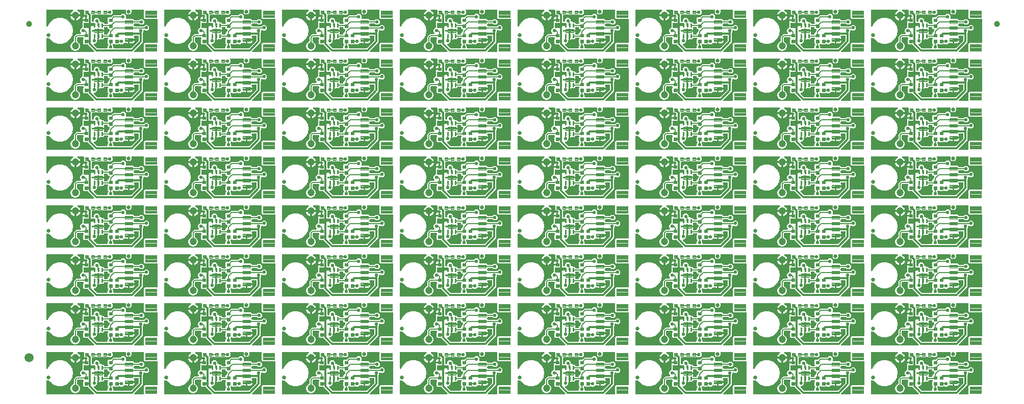
<source format=gtl>
G04 EAGLE Gerber RS-274X export*
G75*
%MOMM*%
%FSLAX34Y34*%
%LPD*%
%INTop Copper*%
%IPPOS*%
%AMOC8*
5,1,8,0,0,1.08239X$1,22.5*%
G01*
%ADD10C,0.102000*%
%ADD11C,0.635000*%
%ADD12C,0.096000*%
%ADD13C,1.200000*%
%ADD14C,0.102600*%
%ADD15C,0.104000*%
%ADD16C,1.000000*%
%ADD17C,1.500000*%
%ADD18C,0.558800*%
%ADD19C,0.152400*%
%ADD20C,0.457200*%
%ADD21C,0.304800*%

G36*
X830395Y409203D02*
X830395Y409203D01*
X830465Y409202D01*
X830552Y409223D01*
X830641Y409235D01*
X830706Y409260D01*
X830774Y409277D01*
X830853Y409319D01*
X830937Y409352D01*
X830993Y409393D01*
X831055Y409425D01*
X831122Y409486D01*
X831194Y409538D01*
X831239Y409592D01*
X831290Y409639D01*
X831340Y409714D01*
X831397Y409783D01*
X831427Y409847D01*
X831465Y409905D01*
X831494Y409990D01*
X831533Y410071D01*
X831546Y410140D01*
X831568Y410206D01*
X831576Y410295D01*
X831592Y410383D01*
X831588Y410453D01*
X831594Y410523D01*
X831578Y410611D01*
X831573Y410701D01*
X831551Y410767D01*
X831539Y410836D01*
X831502Y410918D01*
X831475Y411003D01*
X831437Y411062D01*
X831409Y411126D01*
X831353Y411196D01*
X831304Y411272D01*
X831254Y411320D01*
X831210Y411374D01*
X831138Y411429D01*
X831073Y411490D01*
X831012Y411524D01*
X830956Y411566D01*
X830811Y411637D01*
X828714Y412505D01*
X826525Y414694D01*
X825341Y417553D01*
X825341Y420647D01*
X826525Y423506D01*
X828714Y425694D01*
X829796Y426143D01*
X829821Y426157D01*
X829849Y426166D01*
X829959Y426236D01*
X830072Y426300D01*
X830093Y426321D01*
X830118Y426337D01*
X830207Y426431D01*
X830300Y426521D01*
X830316Y426547D01*
X830336Y426568D01*
X830399Y426682D01*
X830467Y426793D01*
X830475Y426821D01*
X830490Y426847D01*
X830522Y426972D01*
X830560Y427097D01*
X830562Y427126D01*
X830569Y427155D01*
X830579Y427315D01*
X830579Y434884D01*
X835036Y439341D01*
X841448Y439341D01*
X841586Y439358D01*
X841725Y439371D01*
X841744Y439378D01*
X841764Y439381D01*
X841893Y439432D01*
X842024Y439479D01*
X842041Y439490D01*
X842059Y439498D01*
X842172Y439579D01*
X842287Y439657D01*
X842300Y439673D01*
X842317Y439684D01*
X842406Y439792D01*
X842497Y439896D01*
X842507Y439914D01*
X842520Y439929D01*
X842579Y440055D01*
X842642Y440179D01*
X842647Y440199D01*
X842655Y440217D01*
X842681Y440354D01*
X842712Y440489D01*
X842711Y440510D01*
X842715Y440529D01*
X842706Y440668D01*
X842702Y440807D01*
X842696Y440827D01*
X842695Y440847D01*
X842652Y440979D01*
X842614Y441113D01*
X842603Y441130D01*
X842597Y441149D01*
X842523Y441267D01*
X842452Y441387D01*
X842434Y441408D01*
X842427Y441418D01*
X842412Y441432D01*
X842346Y441507D01*
X841247Y442606D01*
X841247Y446394D01*
X843964Y449111D01*
X843977Y449113D01*
X844087Y449156D01*
X844200Y449193D01*
X844235Y449215D01*
X844272Y449230D01*
X844368Y449299D01*
X844469Y449363D01*
X844497Y449393D01*
X844530Y449416D01*
X844606Y449508D01*
X844687Y449595D01*
X844707Y449630D01*
X844732Y449661D01*
X844783Y449769D01*
X844841Y449873D01*
X844851Y449913D01*
X844868Y449949D01*
X844890Y450066D01*
X844920Y450181D01*
X844924Y450241D01*
X844928Y450261D01*
X844926Y450282D01*
X844930Y450342D01*
X844930Y458200D01*
X844988Y458257D01*
X845048Y458335D01*
X845116Y458407D01*
X845145Y458460D01*
X845182Y458508D01*
X845222Y458599D01*
X845270Y458686D01*
X845285Y458744D01*
X845309Y458800D01*
X845324Y458898D01*
X845349Y458994D01*
X845355Y459094D01*
X845359Y459114D01*
X845357Y459127D01*
X845359Y459155D01*
X845359Y460701D01*
X850670Y460701D01*
X850788Y460716D01*
X850907Y460723D01*
X850945Y460735D01*
X850985Y460741D01*
X851096Y460784D01*
X851209Y460821D01*
X851243Y460843D01*
X851281Y460858D01*
X851377Y460927D01*
X851478Y460991D01*
X851506Y461021D01*
X851538Y461044D01*
X851614Y461136D01*
X851696Y461223D01*
X851715Y461258D01*
X851741Y461289D01*
X851761Y461333D01*
X851837Y461388D01*
X851938Y461451D01*
X851966Y461481D01*
X851999Y461505D01*
X852075Y461596D01*
X852156Y461683D01*
X852176Y461718D01*
X852201Y461750D01*
X852252Y461857D01*
X852310Y461962D01*
X852320Y462001D01*
X852337Y462037D01*
X852359Y462154D01*
X852389Y462270D01*
X852393Y462330D01*
X852397Y462350D01*
X852395Y462370D01*
X852399Y462430D01*
X852399Y467758D01*
X852400Y467758D01*
X852539Y467771D01*
X852558Y467778D01*
X852578Y467781D01*
X852707Y467832D01*
X852838Y467879D01*
X852855Y467890D01*
X852873Y467898D01*
X852986Y467979D01*
X853101Y468057D01*
X853115Y468073D01*
X853131Y468084D01*
X853219Y468191D01*
X853312Y468296D01*
X853321Y468314D01*
X853334Y468329D01*
X853393Y468455D01*
X853456Y468579D01*
X853461Y468599D01*
X853469Y468617D01*
X853495Y468753D01*
X853526Y468889D01*
X853525Y468910D01*
X853529Y468929D01*
X853520Y469068D01*
X853516Y469207D01*
X853510Y469227D01*
X853509Y469247D01*
X853466Y469379D01*
X853428Y469513D01*
X853417Y469530D01*
X853411Y469549D01*
X853337Y469667D01*
X853266Y469787D01*
X853248Y469808D01*
X853241Y469818D01*
X853226Y469832D01*
X853160Y469908D01*
X852730Y470338D01*
X852651Y470398D01*
X852579Y470466D01*
X852526Y470495D01*
X852478Y470532D01*
X852388Y470572D01*
X852301Y470620D01*
X852242Y470635D01*
X852187Y470659D01*
X852089Y470674D01*
X851993Y470699D01*
X851893Y470705D01*
X851872Y470709D01*
X851860Y470707D01*
X851832Y470709D01*
X848812Y470709D01*
X847471Y472050D01*
X847471Y478536D01*
X847456Y478654D01*
X847449Y478773D01*
X847436Y478811D01*
X847431Y478852D01*
X847388Y478962D01*
X847351Y479075D01*
X847329Y479110D01*
X847314Y479147D01*
X847245Y479243D01*
X847181Y479344D01*
X847151Y479372D01*
X847128Y479405D01*
X847036Y479481D01*
X846949Y479562D01*
X846914Y479582D01*
X846883Y479607D01*
X846775Y479658D01*
X846671Y479716D01*
X846631Y479726D01*
X846595Y479743D01*
X846478Y479765D01*
X846363Y479795D01*
X846303Y479799D01*
X846283Y479803D01*
X846262Y479801D01*
X846202Y479805D01*
X837853Y479805D01*
X837749Y479792D01*
X837645Y479788D01*
X837592Y479772D01*
X837537Y479765D01*
X837440Y479727D01*
X837340Y479697D01*
X837293Y479669D01*
X837241Y479648D01*
X837157Y479587D01*
X837067Y479533D01*
X837029Y479494D01*
X836984Y479462D01*
X836917Y479381D01*
X836844Y479307D01*
X836816Y479259D01*
X836781Y479217D01*
X836737Y479122D01*
X836684Y479032D01*
X836669Y478979D01*
X836646Y478929D01*
X836626Y478827D01*
X836598Y478726D01*
X836596Y478671D01*
X836586Y478617D01*
X836593Y478512D01*
X836590Y478408D01*
X836602Y478354D01*
X836606Y478299D01*
X836638Y478200D01*
X836661Y478098D01*
X836687Y478049D01*
X836704Y477997D01*
X836760Y477908D01*
X836808Y477816D01*
X836844Y477775D01*
X836874Y477728D01*
X836950Y477656D01*
X837020Y477578D01*
X837090Y477525D01*
X837106Y477510D01*
X837119Y477503D01*
X837148Y477481D01*
X838564Y476534D01*
X839754Y475344D01*
X840689Y473946D01*
X841332Y472391D01*
X841480Y471649D01*
X833600Y471649D01*
X833482Y471634D01*
X833363Y471627D01*
X833325Y471614D01*
X833285Y471609D01*
X833174Y471566D01*
X833126Y471550D01*
X833108Y471560D01*
X833069Y471570D01*
X833033Y471587D01*
X832916Y471609D01*
X832800Y471639D01*
X832740Y471643D01*
X832720Y471647D01*
X832700Y471645D01*
X832640Y471649D01*
X824760Y471649D01*
X824908Y472391D01*
X825551Y473946D01*
X826486Y475344D01*
X827676Y476534D01*
X829092Y477481D01*
X829171Y477549D01*
X829256Y477610D01*
X829291Y477653D01*
X829333Y477689D01*
X829392Y477775D01*
X829459Y477855D01*
X829482Y477905D01*
X829514Y477951D01*
X829550Y478049D01*
X829594Y478143D01*
X829605Y478197D01*
X829624Y478249D01*
X829634Y478353D01*
X829654Y478456D01*
X829651Y478510D01*
X829656Y478565D01*
X829641Y478669D01*
X829634Y478773D01*
X829617Y478825D01*
X829609Y478880D01*
X829568Y478976D01*
X829536Y479075D01*
X829507Y479122D01*
X829485Y479173D01*
X829422Y479256D01*
X829366Y479344D01*
X829326Y479382D01*
X829293Y479426D01*
X829210Y479491D01*
X829134Y479562D01*
X829086Y479589D01*
X829043Y479623D01*
X828947Y479665D01*
X828856Y479716D01*
X828803Y479729D01*
X828752Y479752D01*
X828649Y479769D01*
X828548Y479795D01*
X828460Y479801D01*
X828439Y479804D01*
X828424Y479803D01*
X828387Y479805D01*
X786384Y479805D01*
X786266Y479790D01*
X786147Y479783D01*
X786109Y479770D01*
X786068Y479765D01*
X785958Y479722D01*
X785845Y479685D01*
X785810Y479663D01*
X785773Y479648D01*
X785677Y479579D01*
X785576Y479515D01*
X785548Y479485D01*
X785515Y479462D01*
X785439Y479370D01*
X785358Y479283D01*
X785338Y479248D01*
X785313Y479217D01*
X785262Y479109D01*
X785204Y479005D01*
X785194Y478965D01*
X785177Y478929D01*
X785155Y478812D01*
X785125Y478697D01*
X785121Y478637D01*
X785117Y478617D01*
X785119Y478596D01*
X785115Y478536D01*
X785115Y452757D01*
X785133Y452613D01*
X785148Y452467D01*
X785153Y452455D01*
X785155Y452441D01*
X785208Y452306D01*
X785259Y452169D01*
X785267Y452158D01*
X785272Y452146D01*
X785357Y452028D01*
X785440Y451908D01*
X785450Y451899D01*
X785458Y451888D01*
X785571Y451795D01*
X785681Y451700D01*
X785693Y451694D01*
X785703Y451685D01*
X785835Y451624D01*
X785966Y451559D01*
X785979Y451556D01*
X785991Y451550D01*
X786133Y451523D01*
X786277Y451492D01*
X786290Y451493D01*
X786303Y451490D01*
X786448Y451499D01*
X786594Y451505D01*
X786607Y451509D01*
X786621Y451510D01*
X786759Y451555D01*
X786899Y451597D01*
X786911Y451604D01*
X786923Y451608D01*
X787047Y451686D01*
X787171Y451761D01*
X787181Y451771D01*
X787192Y451778D01*
X787292Y451885D01*
X787394Y451988D01*
X787404Y452004D01*
X787410Y452010D01*
X787418Y452025D01*
X787483Y452122D01*
X791123Y458427D01*
X796887Y463263D01*
X803958Y465837D01*
X811482Y465837D01*
X818553Y463263D01*
X824317Y458427D01*
X828079Y451910D01*
X829386Y444500D01*
X828079Y437090D01*
X824317Y430574D01*
X818553Y425737D01*
X811482Y423163D01*
X803958Y423163D01*
X796887Y425737D01*
X791123Y430573D01*
X790562Y431546D01*
X790498Y431630D01*
X790441Y431719D01*
X790402Y431756D01*
X790369Y431799D01*
X790287Y431865D01*
X790210Y431937D01*
X790162Y431963D01*
X790120Y431997D01*
X790024Y432040D01*
X789931Y432091D01*
X789879Y432104D01*
X789830Y432126D01*
X789725Y432144D01*
X789623Y432170D01*
X789538Y432175D01*
X789516Y432179D01*
X789501Y432178D01*
X789462Y432180D01*
X787939Y432180D01*
X786870Y432623D01*
X786822Y432636D01*
X786777Y432657D01*
X786669Y432678D01*
X786563Y432707D01*
X786513Y432708D01*
X786464Y432717D01*
X786355Y432710D01*
X786245Y432712D01*
X786197Y432700D01*
X786147Y432697D01*
X786043Y432664D01*
X785936Y432638D01*
X785892Y432615D01*
X785845Y432599D01*
X785752Y432541D01*
X785655Y432489D01*
X785618Y432456D01*
X785576Y432429D01*
X785501Y432349D01*
X785419Y432275D01*
X785392Y432234D01*
X785358Y432198D01*
X785305Y432101D01*
X785245Y432010D01*
X785228Y431963D01*
X785204Y431919D01*
X785177Y431813D01*
X785141Y431709D01*
X785137Y431659D01*
X785125Y431611D01*
X785115Y431450D01*
X785115Y410464D01*
X785130Y410346D01*
X785137Y410227D01*
X785150Y410189D01*
X785155Y410148D01*
X785198Y410038D01*
X785235Y409925D01*
X785257Y409890D01*
X785272Y409853D01*
X785341Y409757D01*
X785405Y409656D01*
X785435Y409628D01*
X785458Y409595D01*
X785550Y409519D01*
X785637Y409438D01*
X785672Y409418D01*
X785703Y409393D01*
X785811Y409342D01*
X785915Y409284D01*
X785955Y409274D01*
X785991Y409257D01*
X786108Y409235D01*
X786223Y409205D01*
X786283Y409201D01*
X786303Y409197D01*
X786324Y409199D01*
X786384Y409195D01*
X830326Y409195D01*
X830395Y409203D01*
G37*
G36*
X48075Y84083D02*
X48075Y84083D01*
X48145Y84082D01*
X48232Y84103D01*
X48321Y84115D01*
X48386Y84140D01*
X48454Y84157D01*
X48533Y84199D01*
X48617Y84232D01*
X48673Y84273D01*
X48735Y84305D01*
X48802Y84366D01*
X48874Y84418D01*
X48919Y84472D01*
X48970Y84519D01*
X49020Y84594D01*
X49077Y84663D01*
X49107Y84727D01*
X49145Y84785D01*
X49174Y84870D01*
X49213Y84951D01*
X49226Y85020D01*
X49248Y85086D01*
X49256Y85175D01*
X49272Y85263D01*
X49268Y85333D01*
X49274Y85403D01*
X49258Y85491D01*
X49253Y85581D01*
X49231Y85647D01*
X49219Y85716D01*
X49182Y85798D01*
X49155Y85883D01*
X49117Y85942D01*
X49089Y86006D01*
X49033Y86076D01*
X48984Y86152D01*
X48934Y86200D01*
X48890Y86254D01*
X48818Y86309D01*
X48753Y86370D01*
X48692Y86404D01*
X48636Y86446D01*
X48491Y86517D01*
X46394Y87385D01*
X44205Y89574D01*
X43021Y92433D01*
X43021Y95527D01*
X44205Y98386D01*
X46394Y100574D01*
X47476Y101023D01*
X47501Y101037D01*
X47529Y101046D01*
X47639Y101116D01*
X47752Y101180D01*
X47773Y101201D01*
X47798Y101217D01*
X47887Y101311D01*
X47980Y101401D01*
X47996Y101427D01*
X48016Y101448D01*
X48079Y101562D01*
X48147Y101673D01*
X48155Y101701D01*
X48170Y101727D01*
X48202Y101852D01*
X48240Y101977D01*
X48242Y102006D01*
X48249Y102035D01*
X48259Y102195D01*
X48259Y109764D01*
X52716Y114221D01*
X59128Y114221D01*
X59266Y114238D01*
X59405Y114251D01*
X59424Y114258D01*
X59444Y114261D01*
X59573Y114312D01*
X59704Y114359D01*
X59721Y114370D01*
X59739Y114378D01*
X59852Y114459D01*
X59967Y114537D01*
X59980Y114553D01*
X59997Y114564D01*
X60086Y114672D01*
X60177Y114776D01*
X60187Y114794D01*
X60200Y114809D01*
X60259Y114935D01*
X60322Y115059D01*
X60327Y115079D01*
X60335Y115097D01*
X60361Y115234D01*
X60392Y115369D01*
X60391Y115390D01*
X60395Y115409D01*
X60386Y115548D01*
X60382Y115687D01*
X60376Y115707D01*
X60375Y115727D01*
X60332Y115859D01*
X60294Y115993D01*
X60283Y116010D01*
X60277Y116029D01*
X60203Y116147D01*
X60132Y116267D01*
X60114Y116288D01*
X60107Y116298D01*
X60092Y116312D01*
X60026Y116387D01*
X58927Y117486D01*
X58927Y121274D01*
X61644Y123991D01*
X61657Y123993D01*
X61767Y124036D01*
X61880Y124073D01*
X61915Y124095D01*
X61952Y124110D01*
X62048Y124179D01*
X62149Y124243D01*
X62177Y124273D01*
X62210Y124296D01*
X62286Y124388D01*
X62367Y124475D01*
X62387Y124510D01*
X62412Y124541D01*
X62463Y124649D01*
X62521Y124753D01*
X62531Y124793D01*
X62548Y124829D01*
X62570Y124946D01*
X62600Y125061D01*
X62604Y125121D01*
X62608Y125141D01*
X62606Y125162D01*
X62610Y125222D01*
X62610Y133080D01*
X62668Y133137D01*
X62728Y133215D01*
X62796Y133287D01*
X62825Y133340D01*
X62862Y133388D01*
X62902Y133479D01*
X62950Y133566D01*
X62965Y133624D01*
X62989Y133680D01*
X63004Y133778D01*
X63029Y133874D01*
X63035Y133974D01*
X63039Y133994D01*
X63037Y134007D01*
X63039Y134035D01*
X63039Y135581D01*
X68350Y135581D01*
X68468Y135596D01*
X68587Y135603D01*
X68625Y135615D01*
X68665Y135621D01*
X68776Y135664D01*
X68889Y135701D01*
X68923Y135723D01*
X68961Y135738D01*
X69057Y135807D01*
X69158Y135871D01*
X69186Y135901D01*
X69218Y135924D01*
X69294Y136016D01*
X69376Y136103D01*
X69395Y136138D01*
X69421Y136169D01*
X69441Y136213D01*
X69517Y136268D01*
X69618Y136331D01*
X69646Y136361D01*
X69679Y136385D01*
X69755Y136476D01*
X69836Y136563D01*
X69856Y136598D01*
X69881Y136630D01*
X69932Y136737D01*
X69990Y136842D01*
X70000Y136881D01*
X70017Y136917D01*
X70039Y137034D01*
X70069Y137150D01*
X70073Y137210D01*
X70077Y137230D01*
X70075Y137250D01*
X70079Y137310D01*
X70079Y142638D01*
X70080Y142638D01*
X70219Y142651D01*
X70238Y142658D01*
X70258Y142661D01*
X70387Y142712D01*
X70518Y142759D01*
X70535Y142770D01*
X70553Y142778D01*
X70666Y142859D01*
X70781Y142937D01*
X70795Y142953D01*
X70811Y142964D01*
X70899Y143071D01*
X70992Y143176D01*
X71001Y143194D01*
X71014Y143209D01*
X71073Y143335D01*
X71136Y143459D01*
X71141Y143479D01*
X71149Y143497D01*
X71175Y143633D01*
X71206Y143769D01*
X71205Y143790D01*
X71209Y143809D01*
X71200Y143948D01*
X71196Y144087D01*
X71190Y144107D01*
X71189Y144127D01*
X71146Y144259D01*
X71108Y144393D01*
X71097Y144410D01*
X71091Y144429D01*
X71017Y144547D01*
X70946Y144667D01*
X70928Y144688D01*
X70921Y144698D01*
X70906Y144712D01*
X70840Y144788D01*
X70410Y145218D01*
X70331Y145278D01*
X70259Y145346D01*
X70206Y145375D01*
X70158Y145412D01*
X70068Y145452D01*
X69981Y145500D01*
X69922Y145515D01*
X69867Y145539D01*
X69769Y145554D01*
X69673Y145579D01*
X69573Y145585D01*
X69552Y145589D01*
X69540Y145587D01*
X69512Y145589D01*
X66492Y145589D01*
X65151Y146930D01*
X65151Y153416D01*
X65136Y153534D01*
X65129Y153653D01*
X65116Y153691D01*
X65111Y153732D01*
X65068Y153842D01*
X65031Y153955D01*
X65009Y153990D01*
X64994Y154027D01*
X64925Y154123D01*
X64861Y154224D01*
X64831Y154252D01*
X64808Y154285D01*
X64716Y154361D01*
X64629Y154442D01*
X64594Y154462D01*
X64563Y154487D01*
X64455Y154538D01*
X64351Y154596D01*
X64311Y154606D01*
X64275Y154623D01*
X64158Y154645D01*
X64043Y154675D01*
X63983Y154679D01*
X63963Y154683D01*
X63942Y154681D01*
X63882Y154685D01*
X55533Y154685D01*
X55429Y154672D01*
X55325Y154668D01*
X55272Y154652D01*
X55217Y154645D01*
X55120Y154607D01*
X55020Y154577D01*
X54973Y154549D01*
X54921Y154528D01*
X54837Y154467D01*
X54747Y154413D01*
X54709Y154374D01*
X54664Y154342D01*
X54597Y154261D01*
X54524Y154187D01*
X54496Y154139D01*
X54461Y154097D01*
X54417Y154002D01*
X54364Y153912D01*
X54349Y153859D01*
X54326Y153809D01*
X54306Y153707D01*
X54278Y153606D01*
X54276Y153551D01*
X54266Y153497D01*
X54273Y153392D01*
X54270Y153288D01*
X54282Y153234D01*
X54286Y153179D01*
X54318Y153080D01*
X54341Y152978D01*
X54367Y152929D01*
X54384Y152877D01*
X54440Y152788D01*
X54488Y152696D01*
X54524Y152655D01*
X54554Y152608D01*
X54630Y152536D01*
X54700Y152458D01*
X54770Y152405D01*
X54786Y152390D01*
X54799Y152383D01*
X54828Y152361D01*
X56244Y151414D01*
X57434Y150224D01*
X58369Y148826D01*
X59012Y147271D01*
X59160Y146529D01*
X51280Y146529D01*
X51162Y146514D01*
X51043Y146507D01*
X51005Y146494D01*
X50965Y146489D01*
X50854Y146446D01*
X50806Y146430D01*
X50788Y146440D01*
X50749Y146450D01*
X50713Y146467D01*
X50596Y146489D01*
X50480Y146519D01*
X50420Y146523D01*
X50400Y146527D01*
X50380Y146525D01*
X50320Y146529D01*
X42440Y146529D01*
X42588Y147271D01*
X43231Y148826D01*
X44166Y150224D01*
X45356Y151414D01*
X46772Y152361D01*
X46851Y152429D01*
X46936Y152490D01*
X46971Y152533D01*
X47013Y152569D01*
X47072Y152655D01*
X47139Y152735D01*
X47162Y152785D01*
X47194Y152831D01*
X47230Y152929D01*
X47274Y153023D01*
X47285Y153077D01*
X47304Y153129D01*
X47314Y153233D01*
X47334Y153336D01*
X47331Y153390D01*
X47336Y153445D01*
X47321Y153549D01*
X47314Y153653D01*
X47297Y153705D01*
X47289Y153760D01*
X47248Y153856D01*
X47216Y153955D01*
X47187Y154002D01*
X47165Y154053D01*
X47102Y154136D01*
X47046Y154224D01*
X47006Y154262D01*
X46973Y154306D01*
X46890Y154371D01*
X46814Y154442D01*
X46766Y154469D01*
X46723Y154503D01*
X46627Y154545D01*
X46536Y154596D01*
X46483Y154609D01*
X46432Y154632D01*
X46329Y154649D01*
X46228Y154675D01*
X46140Y154681D01*
X46119Y154684D01*
X46104Y154683D01*
X46067Y154685D01*
X4064Y154685D01*
X3946Y154670D01*
X3827Y154663D01*
X3789Y154650D01*
X3748Y154645D01*
X3638Y154602D01*
X3525Y154565D01*
X3490Y154543D01*
X3453Y154528D01*
X3357Y154459D01*
X3256Y154395D01*
X3228Y154365D01*
X3195Y154342D01*
X3119Y154250D01*
X3038Y154163D01*
X3018Y154128D01*
X2993Y154097D01*
X2942Y153989D01*
X2884Y153885D01*
X2874Y153845D01*
X2857Y153809D01*
X2835Y153692D01*
X2805Y153577D01*
X2801Y153517D01*
X2797Y153497D01*
X2799Y153476D01*
X2795Y153416D01*
X2795Y127637D01*
X2813Y127493D01*
X2828Y127347D01*
X2833Y127335D01*
X2835Y127321D01*
X2888Y127186D01*
X2939Y127049D01*
X2947Y127038D01*
X2952Y127026D01*
X3037Y126908D01*
X3120Y126788D01*
X3130Y126779D01*
X3138Y126768D01*
X3251Y126675D01*
X3361Y126580D01*
X3373Y126574D01*
X3383Y126565D01*
X3515Y126504D01*
X3646Y126439D01*
X3659Y126436D01*
X3671Y126430D01*
X3813Y126403D01*
X3957Y126372D01*
X3970Y126373D01*
X3983Y126370D01*
X4128Y126379D01*
X4274Y126385D01*
X4287Y126389D01*
X4301Y126390D01*
X4439Y126435D01*
X4579Y126477D01*
X4591Y126484D01*
X4603Y126488D01*
X4727Y126566D01*
X4851Y126641D01*
X4861Y126651D01*
X4872Y126658D01*
X4972Y126765D01*
X5074Y126868D01*
X5084Y126884D01*
X5090Y126890D01*
X5098Y126905D01*
X5163Y127002D01*
X8803Y133307D01*
X14567Y138143D01*
X21638Y140717D01*
X29162Y140717D01*
X36233Y138143D01*
X41997Y133307D01*
X45759Y126790D01*
X47066Y119380D01*
X45759Y111970D01*
X41997Y105454D01*
X36233Y100617D01*
X29162Y98043D01*
X21638Y98043D01*
X14567Y100617D01*
X8803Y105453D01*
X8242Y106426D01*
X8178Y106510D01*
X8121Y106599D01*
X8082Y106636D01*
X8049Y106679D01*
X7967Y106745D01*
X7890Y106817D01*
X7842Y106843D01*
X7800Y106877D01*
X7704Y106920D01*
X7611Y106971D01*
X7559Y106984D01*
X7510Y107006D01*
X7405Y107024D01*
X7303Y107050D01*
X7218Y107055D01*
X7196Y107059D01*
X7181Y107058D01*
X7142Y107060D01*
X5619Y107060D01*
X4550Y107503D01*
X4502Y107516D01*
X4457Y107537D01*
X4349Y107558D01*
X4243Y107587D01*
X4193Y107588D01*
X4144Y107597D01*
X4035Y107590D01*
X3925Y107592D01*
X3877Y107580D01*
X3827Y107577D01*
X3723Y107544D01*
X3616Y107518D01*
X3572Y107495D01*
X3525Y107479D01*
X3432Y107421D01*
X3335Y107369D01*
X3298Y107336D01*
X3256Y107309D01*
X3181Y107229D01*
X3099Y107155D01*
X3072Y107114D01*
X3038Y107078D01*
X2985Y106981D01*
X2925Y106890D01*
X2908Y106843D01*
X2884Y106799D01*
X2857Y106693D01*
X2821Y106589D01*
X2817Y106539D01*
X2805Y106491D01*
X2795Y106330D01*
X2795Y85344D01*
X2810Y85226D01*
X2817Y85107D01*
X2830Y85069D01*
X2835Y85028D01*
X2878Y84918D01*
X2915Y84805D01*
X2937Y84770D01*
X2952Y84733D01*
X3021Y84637D01*
X3085Y84536D01*
X3115Y84508D01*
X3138Y84475D01*
X3230Y84399D01*
X3317Y84318D01*
X3352Y84298D01*
X3383Y84273D01*
X3491Y84222D01*
X3595Y84164D01*
X3635Y84154D01*
X3671Y84137D01*
X3788Y84115D01*
X3903Y84085D01*
X3963Y84081D01*
X3983Y84077D01*
X4004Y84079D01*
X4064Y84075D01*
X48006Y84075D01*
X48075Y84083D01*
G37*
G36*
X243655Y2803D02*
X243655Y2803D01*
X243725Y2802D01*
X243812Y2823D01*
X243901Y2835D01*
X243966Y2860D01*
X244034Y2877D01*
X244113Y2919D01*
X244197Y2952D01*
X244253Y2993D01*
X244315Y3025D01*
X244382Y3086D01*
X244454Y3138D01*
X244499Y3192D01*
X244550Y3239D01*
X244600Y3314D01*
X244657Y3383D01*
X244687Y3447D01*
X244725Y3505D01*
X244754Y3590D01*
X244793Y3671D01*
X244806Y3740D01*
X244828Y3806D01*
X244836Y3895D01*
X244852Y3983D01*
X244848Y4053D01*
X244854Y4123D01*
X244838Y4211D01*
X244833Y4301D01*
X244811Y4367D01*
X244799Y4436D01*
X244762Y4518D01*
X244735Y4603D01*
X244697Y4662D01*
X244669Y4726D01*
X244613Y4796D01*
X244564Y4872D01*
X244514Y4920D01*
X244470Y4974D01*
X244398Y5029D01*
X244333Y5090D01*
X244272Y5124D01*
X244216Y5166D01*
X244071Y5237D01*
X241974Y6105D01*
X239785Y8294D01*
X238601Y11153D01*
X238601Y14247D01*
X239785Y17106D01*
X241974Y19294D01*
X243056Y19743D01*
X243081Y19757D01*
X243109Y19766D01*
X243219Y19836D01*
X243332Y19900D01*
X243353Y19921D01*
X243378Y19937D01*
X243467Y20031D01*
X243560Y20121D01*
X243576Y20147D01*
X243596Y20168D01*
X243659Y20282D01*
X243727Y20393D01*
X243735Y20421D01*
X243750Y20447D01*
X243782Y20572D01*
X243820Y20697D01*
X243822Y20726D01*
X243829Y20755D01*
X243839Y20915D01*
X243839Y28484D01*
X248296Y32941D01*
X254708Y32941D01*
X254846Y32958D01*
X254985Y32971D01*
X255004Y32978D01*
X255024Y32981D01*
X255153Y33032D01*
X255284Y33079D01*
X255301Y33090D01*
X255319Y33098D01*
X255432Y33179D01*
X255547Y33257D01*
X255560Y33273D01*
X255577Y33284D01*
X255666Y33392D01*
X255757Y33496D01*
X255767Y33514D01*
X255780Y33529D01*
X255839Y33655D01*
X255902Y33779D01*
X255907Y33799D01*
X255915Y33817D01*
X255941Y33954D01*
X255972Y34089D01*
X255971Y34110D01*
X255975Y34129D01*
X255966Y34268D01*
X255962Y34407D01*
X255956Y34427D01*
X255955Y34447D01*
X255912Y34579D01*
X255874Y34713D01*
X255863Y34730D01*
X255857Y34749D01*
X255783Y34867D01*
X255712Y34987D01*
X255694Y35008D01*
X255687Y35018D01*
X255672Y35032D01*
X255606Y35107D01*
X254507Y36206D01*
X254507Y39994D01*
X257224Y42711D01*
X257237Y42713D01*
X257347Y42756D01*
X257460Y42793D01*
X257495Y42815D01*
X257532Y42830D01*
X257628Y42899D01*
X257729Y42963D01*
X257757Y42993D01*
X257790Y43016D01*
X257866Y43108D01*
X257947Y43195D01*
X257967Y43230D01*
X257992Y43261D01*
X258043Y43369D01*
X258101Y43473D01*
X258111Y43513D01*
X258128Y43549D01*
X258150Y43666D01*
X258180Y43781D01*
X258184Y43841D01*
X258188Y43861D01*
X258186Y43882D01*
X258190Y43942D01*
X258190Y51800D01*
X258247Y51857D01*
X258308Y51935D01*
X258376Y52007D01*
X258405Y52060D01*
X258442Y52108D01*
X258482Y52199D01*
X258530Y52286D01*
X258545Y52345D01*
X258569Y52400D01*
X258584Y52498D01*
X258609Y52594D01*
X258615Y52694D01*
X258619Y52714D01*
X258617Y52726D01*
X258619Y52755D01*
X258619Y54301D01*
X263930Y54301D01*
X264048Y54316D01*
X264167Y54323D01*
X264205Y54335D01*
X264245Y54341D01*
X264356Y54384D01*
X264469Y54421D01*
X264503Y54443D01*
X264541Y54458D01*
X264637Y54527D01*
X264738Y54591D01*
X264766Y54621D01*
X264798Y54644D01*
X264874Y54736D01*
X264956Y54823D01*
X264975Y54858D01*
X265001Y54889D01*
X265021Y54933D01*
X265097Y54988D01*
X265198Y55051D01*
X265226Y55081D01*
X265259Y55105D01*
X265335Y55196D01*
X265416Y55283D01*
X265436Y55318D01*
X265461Y55350D01*
X265512Y55457D01*
X265570Y55562D01*
X265580Y55601D01*
X265597Y55637D01*
X265619Y55754D01*
X265649Y55870D01*
X265653Y55930D01*
X265657Y55950D01*
X265655Y55970D01*
X265659Y56030D01*
X265659Y61358D01*
X265660Y61358D01*
X265799Y61371D01*
X265818Y61378D01*
X265838Y61381D01*
X265967Y61432D01*
X266098Y61479D01*
X266115Y61490D01*
X266133Y61498D01*
X266246Y61579D01*
X266361Y61657D01*
X266374Y61673D01*
X266391Y61684D01*
X266479Y61791D01*
X266572Y61896D01*
X266581Y61914D01*
X266594Y61929D01*
X266653Y62055D01*
X266716Y62179D01*
X266721Y62199D01*
X266729Y62217D01*
X266755Y62353D01*
X266786Y62489D01*
X266785Y62510D01*
X266789Y62529D01*
X266780Y62668D01*
X266776Y62807D01*
X266770Y62827D01*
X266769Y62847D01*
X266726Y62979D01*
X266688Y63113D01*
X266677Y63130D01*
X266671Y63149D01*
X266597Y63267D01*
X266526Y63387D01*
X266508Y63408D01*
X266501Y63418D01*
X266486Y63432D01*
X266420Y63507D01*
X265990Y63938D01*
X265911Y63998D01*
X265839Y64066D01*
X265786Y64095D01*
X265738Y64132D01*
X265647Y64172D01*
X265561Y64220D01*
X265502Y64235D01*
X265447Y64259D01*
X265349Y64274D01*
X265253Y64299D01*
X265153Y64305D01*
X265133Y64309D01*
X265120Y64307D01*
X265092Y64309D01*
X262072Y64309D01*
X260731Y65650D01*
X260731Y72136D01*
X260716Y72254D01*
X260709Y72373D01*
X260696Y72411D01*
X260691Y72452D01*
X260648Y72562D01*
X260611Y72675D01*
X260589Y72710D01*
X260574Y72747D01*
X260505Y72843D01*
X260441Y72944D01*
X260411Y72972D01*
X260388Y73005D01*
X260296Y73081D01*
X260209Y73162D01*
X260174Y73182D01*
X260143Y73207D01*
X260035Y73258D01*
X259931Y73316D01*
X259891Y73326D01*
X259855Y73343D01*
X259738Y73365D01*
X259623Y73395D01*
X259563Y73399D01*
X259543Y73403D01*
X259522Y73401D01*
X259462Y73405D01*
X251113Y73405D01*
X251009Y73392D01*
X250905Y73388D01*
X250852Y73372D01*
X250797Y73365D01*
X250700Y73327D01*
X250600Y73297D01*
X250553Y73269D01*
X250502Y73248D01*
X250417Y73187D01*
X250327Y73133D01*
X250289Y73094D01*
X250244Y73062D01*
X250177Y72981D01*
X250104Y72907D01*
X250077Y72859D01*
X250041Y72817D01*
X249997Y72722D01*
X249944Y72632D01*
X249929Y72579D01*
X249906Y72529D01*
X249886Y72427D01*
X249858Y72326D01*
X249856Y72271D01*
X249846Y72217D01*
X249853Y72112D01*
X249850Y72008D01*
X249862Y71954D01*
X249866Y71899D01*
X249898Y71800D01*
X249921Y71698D01*
X249947Y71649D01*
X249964Y71597D01*
X250020Y71508D01*
X250068Y71416D01*
X250105Y71374D01*
X250134Y71328D01*
X250210Y71256D01*
X250280Y71178D01*
X250350Y71125D01*
X250366Y71110D01*
X250379Y71103D01*
X250408Y71081D01*
X251824Y70134D01*
X253014Y68944D01*
X253949Y67546D01*
X254592Y65991D01*
X254740Y65249D01*
X246860Y65249D01*
X246742Y65234D01*
X246623Y65227D01*
X246585Y65214D01*
X246545Y65209D01*
X246434Y65166D01*
X246386Y65150D01*
X246368Y65160D01*
X246329Y65170D01*
X246293Y65187D01*
X246176Y65209D01*
X246060Y65239D01*
X246000Y65243D01*
X245980Y65247D01*
X245960Y65245D01*
X245900Y65249D01*
X238020Y65249D01*
X238168Y65991D01*
X238811Y67546D01*
X239746Y68944D01*
X240936Y70134D01*
X242352Y71081D01*
X242431Y71149D01*
X242516Y71210D01*
X242551Y71253D01*
X242593Y71289D01*
X242652Y71375D01*
X242719Y71455D01*
X242742Y71505D01*
X242773Y71551D01*
X242810Y71649D01*
X242854Y71743D01*
X242865Y71797D01*
X242884Y71849D01*
X242894Y71953D01*
X242914Y72056D01*
X242911Y72111D01*
X242916Y72165D01*
X242901Y72269D01*
X242894Y72373D01*
X242877Y72425D01*
X242869Y72480D01*
X242828Y72576D01*
X242796Y72675D01*
X242767Y72722D01*
X242745Y72773D01*
X242682Y72856D01*
X242626Y72944D01*
X242586Y72982D01*
X242552Y73026D01*
X242471Y73090D01*
X242394Y73162D01*
X242346Y73189D01*
X242303Y73223D01*
X242207Y73265D01*
X242116Y73316D01*
X242063Y73329D01*
X242012Y73352D01*
X241909Y73369D01*
X241808Y73395D01*
X241720Y73401D01*
X241698Y73404D01*
X241684Y73403D01*
X241647Y73405D01*
X199644Y73405D01*
X199526Y73390D01*
X199407Y73383D01*
X199369Y73370D01*
X199328Y73365D01*
X199218Y73322D01*
X199105Y73285D01*
X199070Y73263D01*
X199033Y73248D01*
X198937Y73179D01*
X198836Y73115D01*
X198808Y73085D01*
X198775Y73062D01*
X198699Y72970D01*
X198618Y72883D01*
X198598Y72848D01*
X198573Y72817D01*
X198522Y72709D01*
X198464Y72605D01*
X198454Y72565D01*
X198437Y72529D01*
X198415Y72412D01*
X198385Y72297D01*
X198381Y72237D01*
X198377Y72217D01*
X198379Y72196D01*
X198375Y72136D01*
X198375Y46357D01*
X198393Y46213D01*
X198408Y46067D01*
X198413Y46055D01*
X198415Y46041D01*
X198468Y45906D01*
X198519Y45769D01*
X198527Y45758D01*
X198532Y45746D01*
X198617Y45628D01*
X198700Y45508D01*
X198710Y45499D01*
X198718Y45488D01*
X198831Y45395D01*
X198941Y45300D01*
X198953Y45294D01*
X198963Y45285D01*
X199095Y45224D01*
X199226Y45159D01*
X199239Y45156D01*
X199251Y45150D01*
X199393Y45123D01*
X199537Y45092D01*
X199550Y45093D01*
X199563Y45090D01*
X199708Y45099D01*
X199854Y45105D01*
X199867Y45109D01*
X199881Y45110D01*
X200019Y45155D01*
X200159Y45197D01*
X200171Y45204D01*
X200183Y45208D01*
X200307Y45286D01*
X200431Y45361D01*
X200441Y45371D01*
X200452Y45378D01*
X200552Y45485D01*
X200654Y45588D01*
X200664Y45604D01*
X200670Y45610D01*
X200678Y45625D01*
X200743Y45722D01*
X204383Y52027D01*
X210147Y56863D01*
X217218Y59437D01*
X224742Y59437D01*
X231813Y56863D01*
X237577Y52027D01*
X241339Y45510D01*
X242646Y38100D01*
X241339Y30690D01*
X237577Y24174D01*
X231813Y19337D01*
X224742Y16763D01*
X217218Y16763D01*
X210147Y19337D01*
X204383Y24173D01*
X203822Y25146D01*
X203758Y25230D01*
X203701Y25319D01*
X203662Y25356D01*
X203629Y25399D01*
X203547Y25465D01*
X203470Y25537D01*
X203422Y25563D01*
X203380Y25597D01*
X203284Y25640D01*
X203191Y25691D01*
X203139Y25704D01*
X203090Y25726D01*
X202985Y25744D01*
X202883Y25770D01*
X202798Y25775D01*
X202776Y25779D01*
X202761Y25778D01*
X202722Y25780D01*
X201199Y25780D01*
X200130Y26223D01*
X200082Y26236D01*
X200037Y26257D01*
X199929Y26278D01*
X199823Y26307D01*
X199773Y26308D01*
X199724Y26317D01*
X199615Y26310D01*
X199505Y26312D01*
X199457Y26300D01*
X199407Y26297D01*
X199303Y26263D01*
X199196Y26238D01*
X199152Y26215D01*
X199105Y26199D01*
X199012Y26141D01*
X198915Y26089D01*
X198878Y26056D01*
X198836Y26029D01*
X198761Y25949D01*
X198679Y25875D01*
X198652Y25834D01*
X198618Y25798D01*
X198565Y25701D01*
X198505Y25610D01*
X198488Y25562D01*
X198464Y25519D01*
X198437Y25413D01*
X198401Y25309D01*
X198397Y25259D01*
X198385Y25211D01*
X198375Y25050D01*
X198375Y4064D01*
X198390Y3946D01*
X198397Y3827D01*
X198410Y3789D01*
X198415Y3748D01*
X198458Y3638D01*
X198495Y3525D01*
X198517Y3490D01*
X198532Y3453D01*
X198601Y3357D01*
X198665Y3256D01*
X198695Y3228D01*
X198718Y3195D01*
X198810Y3119D01*
X198897Y3038D01*
X198932Y3018D01*
X198963Y2993D01*
X199071Y2942D01*
X199175Y2884D01*
X199215Y2874D01*
X199251Y2857D01*
X199368Y2835D01*
X199483Y2805D01*
X199543Y2801D01*
X199563Y2797D01*
X199584Y2799D01*
X199644Y2795D01*
X243586Y2795D01*
X243655Y2803D01*
G37*
G36*
X1025975Y327923D02*
X1025975Y327923D01*
X1026045Y327922D01*
X1026132Y327943D01*
X1026221Y327955D01*
X1026286Y327980D01*
X1026354Y327997D01*
X1026433Y328039D01*
X1026517Y328072D01*
X1026573Y328113D01*
X1026635Y328145D01*
X1026702Y328206D01*
X1026774Y328258D01*
X1026819Y328312D01*
X1026870Y328359D01*
X1026920Y328434D01*
X1026977Y328503D01*
X1027007Y328567D01*
X1027045Y328625D01*
X1027074Y328710D01*
X1027113Y328791D01*
X1027126Y328860D01*
X1027148Y328926D01*
X1027156Y329015D01*
X1027172Y329103D01*
X1027168Y329173D01*
X1027174Y329243D01*
X1027158Y329331D01*
X1027153Y329421D01*
X1027131Y329487D01*
X1027119Y329556D01*
X1027082Y329638D01*
X1027055Y329723D01*
X1027017Y329782D01*
X1026989Y329846D01*
X1026933Y329916D01*
X1026884Y329992D01*
X1026834Y330040D01*
X1026790Y330094D01*
X1026718Y330149D01*
X1026653Y330210D01*
X1026592Y330244D01*
X1026536Y330286D01*
X1026391Y330357D01*
X1024294Y331225D01*
X1022105Y333414D01*
X1020921Y336273D01*
X1020921Y339367D01*
X1022105Y342226D01*
X1024294Y344414D01*
X1025376Y344863D01*
X1025401Y344877D01*
X1025429Y344886D01*
X1025539Y344956D01*
X1025652Y345020D01*
X1025673Y345041D01*
X1025698Y345057D01*
X1025787Y345151D01*
X1025880Y345241D01*
X1025896Y345267D01*
X1025916Y345288D01*
X1025979Y345402D01*
X1026047Y345513D01*
X1026055Y345541D01*
X1026070Y345567D01*
X1026102Y345692D01*
X1026140Y345817D01*
X1026142Y345846D01*
X1026149Y345875D01*
X1026159Y346035D01*
X1026159Y353604D01*
X1030616Y358061D01*
X1037028Y358061D01*
X1037166Y358078D01*
X1037305Y358091D01*
X1037324Y358098D01*
X1037344Y358101D01*
X1037473Y358152D01*
X1037604Y358199D01*
X1037621Y358210D01*
X1037639Y358218D01*
X1037752Y358299D01*
X1037867Y358377D01*
X1037880Y358393D01*
X1037897Y358404D01*
X1037986Y358512D01*
X1038077Y358616D01*
X1038087Y358634D01*
X1038100Y358649D01*
X1038159Y358775D01*
X1038222Y358899D01*
X1038227Y358919D01*
X1038235Y358937D01*
X1038261Y359074D01*
X1038292Y359209D01*
X1038291Y359230D01*
X1038295Y359249D01*
X1038286Y359388D01*
X1038282Y359527D01*
X1038276Y359547D01*
X1038275Y359567D01*
X1038232Y359699D01*
X1038194Y359833D01*
X1038183Y359850D01*
X1038177Y359869D01*
X1038103Y359987D01*
X1038032Y360107D01*
X1038014Y360128D01*
X1038007Y360138D01*
X1037992Y360152D01*
X1037926Y360227D01*
X1036827Y361326D01*
X1036827Y365114D01*
X1039544Y367831D01*
X1039557Y367833D01*
X1039667Y367876D01*
X1039780Y367913D01*
X1039815Y367935D01*
X1039852Y367950D01*
X1039948Y368019D01*
X1040049Y368083D01*
X1040077Y368113D01*
X1040110Y368136D01*
X1040186Y368228D01*
X1040267Y368315D01*
X1040287Y368350D01*
X1040312Y368381D01*
X1040363Y368489D01*
X1040421Y368593D01*
X1040431Y368633D01*
X1040448Y368669D01*
X1040470Y368786D01*
X1040500Y368901D01*
X1040504Y368961D01*
X1040508Y368981D01*
X1040506Y369002D01*
X1040510Y369062D01*
X1040510Y376920D01*
X1040567Y376977D01*
X1040628Y377055D01*
X1040696Y377127D01*
X1040725Y377180D01*
X1040762Y377228D01*
X1040802Y377319D01*
X1040850Y377406D01*
X1040865Y377465D01*
X1040889Y377520D01*
X1040904Y377618D01*
X1040929Y377714D01*
X1040935Y377814D01*
X1040939Y377834D01*
X1040937Y377846D01*
X1040939Y377875D01*
X1040939Y379421D01*
X1046250Y379421D01*
X1046368Y379436D01*
X1046487Y379443D01*
X1046525Y379455D01*
X1046565Y379461D01*
X1046676Y379504D01*
X1046789Y379541D01*
X1046823Y379563D01*
X1046861Y379578D01*
X1046957Y379647D01*
X1047058Y379711D01*
X1047086Y379741D01*
X1047118Y379764D01*
X1047194Y379856D01*
X1047276Y379943D01*
X1047295Y379978D01*
X1047321Y380009D01*
X1047341Y380053D01*
X1047417Y380108D01*
X1047518Y380171D01*
X1047546Y380201D01*
X1047579Y380225D01*
X1047655Y380316D01*
X1047736Y380403D01*
X1047756Y380438D01*
X1047781Y380470D01*
X1047832Y380577D01*
X1047890Y380682D01*
X1047900Y380721D01*
X1047917Y380757D01*
X1047939Y380874D01*
X1047969Y380990D01*
X1047973Y381050D01*
X1047977Y381070D01*
X1047975Y381090D01*
X1047979Y381150D01*
X1047979Y386478D01*
X1047980Y386478D01*
X1048119Y386491D01*
X1048138Y386498D01*
X1048158Y386501D01*
X1048287Y386552D01*
X1048418Y386599D01*
X1048435Y386610D01*
X1048453Y386618D01*
X1048566Y386699D01*
X1048681Y386777D01*
X1048694Y386793D01*
X1048711Y386804D01*
X1048799Y386911D01*
X1048892Y387016D01*
X1048901Y387034D01*
X1048914Y387049D01*
X1048973Y387175D01*
X1049036Y387299D01*
X1049041Y387319D01*
X1049049Y387337D01*
X1049075Y387473D01*
X1049106Y387609D01*
X1049105Y387630D01*
X1049109Y387649D01*
X1049100Y387788D01*
X1049096Y387927D01*
X1049090Y387947D01*
X1049089Y387967D01*
X1049046Y388099D01*
X1049008Y388233D01*
X1048997Y388250D01*
X1048991Y388269D01*
X1048917Y388387D01*
X1048846Y388507D01*
X1048828Y388528D01*
X1048821Y388538D01*
X1048806Y388552D01*
X1048740Y388627D01*
X1048310Y389058D01*
X1048231Y389118D01*
X1048159Y389186D01*
X1048106Y389215D01*
X1048058Y389252D01*
X1047967Y389292D01*
X1047881Y389340D01*
X1047822Y389355D01*
X1047767Y389379D01*
X1047669Y389394D01*
X1047573Y389419D01*
X1047473Y389425D01*
X1047453Y389429D01*
X1047440Y389427D01*
X1047412Y389429D01*
X1044392Y389429D01*
X1043051Y390770D01*
X1043051Y397256D01*
X1043036Y397374D01*
X1043029Y397493D01*
X1043016Y397531D01*
X1043011Y397572D01*
X1042968Y397682D01*
X1042931Y397795D01*
X1042909Y397830D01*
X1042894Y397867D01*
X1042825Y397963D01*
X1042761Y398064D01*
X1042731Y398092D01*
X1042708Y398125D01*
X1042616Y398201D01*
X1042529Y398282D01*
X1042494Y398302D01*
X1042463Y398327D01*
X1042355Y398378D01*
X1042251Y398436D01*
X1042211Y398446D01*
X1042175Y398463D01*
X1042058Y398485D01*
X1041943Y398515D01*
X1041883Y398519D01*
X1041863Y398523D01*
X1041842Y398521D01*
X1041782Y398525D01*
X1033433Y398525D01*
X1033329Y398512D01*
X1033225Y398508D01*
X1033172Y398492D01*
X1033117Y398485D01*
X1033020Y398447D01*
X1032920Y398417D01*
X1032873Y398389D01*
X1032822Y398368D01*
X1032737Y398307D01*
X1032647Y398253D01*
X1032609Y398214D01*
X1032564Y398182D01*
X1032497Y398101D01*
X1032424Y398027D01*
X1032397Y397979D01*
X1032361Y397937D01*
X1032317Y397842D01*
X1032264Y397752D01*
X1032249Y397699D01*
X1032226Y397649D01*
X1032206Y397547D01*
X1032178Y397446D01*
X1032176Y397391D01*
X1032166Y397337D01*
X1032173Y397232D01*
X1032170Y397128D01*
X1032182Y397074D01*
X1032186Y397019D01*
X1032218Y396920D01*
X1032241Y396818D01*
X1032267Y396769D01*
X1032284Y396717D01*
X1032340Y396628D01*
X1032388Y396536D01*
X1032425Y396494D01*
X1032454Y396448D01*
X1032530Y396376D01*
X1032600Y396298D01*
X1032670Y396245D01*
X1032686Y396230D01*
X1032699Y396223D01*
X1032728Y396201D01*
X1034144Y395254D01*
X1035334Y394064D01*
X1036269Y392666D01*
X1036912Y391111D01*
X1037060Y390369D01*
X1029180Y390369D01*
X1029062Y390354D01*
X1028943Y390347D01*
X1028905Y390334D01*
X1028865Y390329D01*
X1028754Y390286D01*
X1028706Y390270D01*
X1028688Y390280D01*
X1028649Y390290D01*
X1028613Y390307D01*
X1028496Y390329D01*
X1028380Y390359D01*
X1028320Y390363D01*
X1028300Y390367D01*
X1028280Y390365D01*
X1028220Y390369D01*
X1020340Y390369D01*
X1020488Y391111D01*
X1021131Y392666D01*
X1022066Y394064D01*
X1023256Y395254D01*
X1024672Y396201D01*
X1024751Y396269D01*
X1024836Y396330D01*
X1024871Y396373D01*
X1024913Y396409D01*
X1024972Y396495D01*
X1025039Y396575D01*
X1025062Y396625D01*
X1025093Y396671D01*
X1025130Y396769D01*
X1025174Y396863D01*
X1025185Y396917D01*
X1025204Y396969D01*
X1025214Y397073D01*
X1025234Y397176D01*
X1025231Y397231D01*
X1025236Y397285D01*
X1025221Y397389D01*
X1025214Y397493D01*
X1025197Y397545D01*
X1025189Y397600D01*
X1025148Y397696D01*
X1025116Y397795D01*
X1025087Y397842D01*
X1025065Y397893D01*
X1025002Y397976D01*
X1024946Y398064D01*
X1024906Y398102D01*
X1024872Y398146D01*
X1024791Y398210D01*
X1024714Y398282D01*
X1024666Y398309D01*
X1024623Y398343D01*
X1024527Y398385D01*
X1024436Y398436D01*
X1024383Y398449D01*
X1024332Y398472D01*
X1024229Y398489D01*
X1024128Y398515D01*
X1024040Y398521D01*
X1024018Y398524D01*
X1024004Y398523D01*
X1023967Y398525D01*
X981964Y398525D01*
X981846Y398510D01*
X981727Y398503D01*
X981689Y398490D01*
X981648Y398485D01*
X981538Y398442D01*
X981425Y398405D01*
X981390Y398383D01*
X981353Y398368D01*
X981257Y398299D01*
X981156Y398235D01*
X981128Y398205D01*
X981095Y398182D01*
X981019Y398090D01*
X980938Y398003D01*
X980918Y397968D01*
X980893Y397937D01*
X980842Y397829D01*
X980784Y397725D01*
X980774Y397685D01*
X980757Y397649D01*
X980735Y397532D01*
X980705Y397417D01*
X980701Y397357D01*
X980697Y397337D01*
X980699Y397316D01*
X980695Y397256D01*
X980695Y371477D01*
X980713Y371333D01*
X980728Y371187D01*
X980733Y371175D01*
X980735Y371161D01*
X980788Y371026D01*
X980839Y370889D01*
X980847Y370878D01*
X980852Y370866D01*
X980937Y370748D01*
X981020Y370628D01*
X981030Y370619D01*
X981038Y370608D01*
X981151Y370515D01*
X981261Y370420D01*
X981273Y370414D01*
X981283Y370405D01*
X981415Y370344D01*
X981546Y370279D01*
X981559Y370276D01*
X981571Y370270D01*
X981713Y370243D01*
X981857Y370212D01*
X981870Y370213D01*
X981883Y370210D01*
X982028Y370219D01*
X982174Y370225D01*
X982187Y370229D01*
X982201Y370230D01*
X982339Y370275D01*
X982479Y370317D01*
X982491Y370324D01*
X982503Y370328D01*
X982627Y370406D01*
X982751Y370481D01*
X982761Y370491D01*
X982772Y370498D01*
X982872Y370605D01*
X982974Y370708D01*
X982984Y370724D01*
X982990Y370730D01*
X982998Y370745D01*
X983063Y370842D01*
X986703Y377147D01*
X992467Y381983D01*
X999538Y384557D01*
X1007062Y384557D01*
X1014133Y381983D01*
X1019897Y377147D01*
X1023659Y370630D01*
X1024966Y363220D01*
X1023659Y355810D01*
X1019897Y349294D01*
X1014133Y344457D01*
X1007062Y341883D01*
X999538Y341883D01*
X992467Y344457D01*
X986703Y349293D01*
X986142Y350266D01*
X986078Y350350D01*
X986021Y350439D01*
X985982Y350476D01*
X985949Y350519D01*
X985867Y350585D01*
X985790Y350657D01*
X985742Y350683D01*
X985700Y350717D01*
X985604Y350760D01*
X985511Y350811D01*
X985459Y350824D01*
X985410Y350846D01*
X985305Y350864D01*
X985203Y350890D01*
X985118Y350895D01*
X985096Y350899D01*
X985081Y350898D01*
X985042Y350900D01*
X983519Y350900D01*
X982450Y351343D01*
X982402Y351356D01*
X982357Y351377D01*
X982249Y351398D01*
X982143Y351427D01*
X982093Y351428D01*
X982044Y351437D01*
X981935Y351430D01*
X981825Y351432D01*
X981777Y351420D01*
X981727Y351417D01*
X981623Y351383D01*
X981516Y351358D01*
X981472Y351335D01*
X981425Y351319D01*
X981332Y351261D01*
X981235Y351209D01*
X981198Y351176D01*
X981156Y351149D01*
X981081Y351069D01*
X980999Y350995D01*
X980972Y350954D01*
X980938Y350918D01*
X980885Y350821D01*
X980825Y350730D01*
X980808Y350682D01*
X980784Y350639D01*
X980757Y350533D01*
X980721Y350429D01*
X980717Y350379D01*
X980705Y350331D01*
X980695Y350170D01*
X980695Y329184D01*
X980710Y329066D01*
X980717Y328947D01*
X980730Y328909D01*
X980735Y328868D01*
X980778Y328758D01*
X980815Y328645D01*
X980837Y328610D01*
X980852Y328573D01*
X980921Y328477D01*
X980985Y328376D01*
X981015Y328348D01*
X981038Y328315D01*
X981130Y328239D01*
X981217Y328158D01*
X981252Y328138D01*
X981283Y328113D01*
X981391Y328062D01*
X981495Y328004D01*
X981535Y327994D01*
X981571Y327977D01*
X981688Y327955D01*
X981803Y327925D01*
X981863Y327921D01*
X981883Y327917D01*
X981904Y327919D01*
X981964Y327915D01*
X1025906Y327915D01*
X1025975Y327923D01*
G37*
G36*
X243655Y165363D02*
X243655Y165363D01*
X243725Y165362D01*
X243812Y165383D01*
X243901Y165395D01*
X243966Y165420D01*
X244034Y165437D01*
X244113Y165479D01*
X244197Y165512D01*
X244253Y165553D01*
X244315Y165585D01*
X244382Y165646D01*
X244454Y165698D01*
X244499Y165752D01*
X244550Y165799D01*
X244600Y165874D01*
X244657Y165943D01*
X244687Y166007D01*
X244725Y166065D01*
X244754Y166150D01*
X244793Y166231D01*
X244806Y166300D01*
X244828Y166366D01*
X244836Y166455D01*
X244852Y166543D01*
X244848Y166613D01*
X244854Y166683D01*
X244838Y166771D01*
X244833Y166861D01*
X244811Y166927D01*
X244799Y166996D01*
X244762Y167078D01*
X244735Y167163D01*
X244697Y167222D01*
X244669Y167286D01*
X244613Y167356D01*
X244564Y167432D01*
X244514Y167480D01*
X244470Y167534D01*
X244398Y167589D01*
X244333Y167650D01*
X244272Y167684D01*
X244216Y167726D01*
X244071Y167797D01*
X241974Y168665D01*
X239785Y170854D01*
X238601Y173713D01*
X238601Y176807D01*
X239785Y179666D01*
X241974Y181854D01*
X243056Y182303D01*
X243081Y182317D01*
X243109Y182326D01*
X243219Y182396D01*
X243332Y182460D01*
X243353Y182481D01*
X243378Y182497D01*
X243467Y182591D01*
X243560Y182681D01*
X243576Y182707D01*
X243596Y182728D01*
X243659Y182842D01*
X243727Y182953D01*
X243735Y182981D01*
X243750Y183007D01*
X243782Y183132D01*
X243820Y183257D01*
X243822Y183286D01*
X243829Y183315D01*
X243839Y183475D01*
X243839Y191044D01*
X248296Y195501D01*
X254708Y195501D01*
X254846Y195518D01*
X254985Y195531D01*
X255004Y195538D01*
X255024Y195541D01*
X255153Y195592D01*
X255284Y195639D01*
X255301Y195650D01*
X255319Y195658D01*
X255432Y195739D01*
X255547Y195817D01*
X255560Y195833D01*
X255577Y195844D01*
X255666Y195952D01*
X255757Y196056D01*
X255767Y196074D01*
X255780Y196089D01*
X255839Y196215D01*
X255902Y196339D01*
X255907Y196359D01*
X255915Y196377D01*
X255941Y196514D01*
X255972Y196649D01*
X255971Y196670D01*
X255975Y196689D01*
X255966Y196828D01*
X255962Y196967D01*
X255956Y196987D01*
X255955Y197007D01*
X255912Y197139D01*
X255874Y197273D01*
X255863Y197290D01*
X255857Y197309D01*
X255783Y197427D01*
X255712Y197547D01*
X255694Y197568D01*
X255687Y197578D01*
X255672Y197592D01*
X255606Y197667D01*
X254507Y198766D01*
X254507Y202554D01*
X257224Y205271D01*
X257237Y205273D01*
X257347Y205316D01*
X257460Y205353D01*
X257495Y205375D01*
X257532Y205390D01*
X257628Y205459D01*
X257729Y205523D01*
X257757Y205553D01*
X257790Y205576D01*
X257866Y205668D01*
X257947Y205755D01*
X257967Y205790D01*
X257992Y205821D01*
X258043Y205929D01*
X258101Y206033D01*
X258111Y206073D01*
X258128Y206109D01*
X258150Y206226D01*
X258180Y206341D01*
X258184Y206401D01*
X258188Y206421D01*
X258186Y206442D01*
X258190Y206502D01*
X258190Y214360D01*
X258247Y214417D01*
X258308Y214495D01*
X258376Y214567D01*
X258405Y214620D01*
X258442Y214668D01*
X258482Y214759D01*
X258530Y214846D01*
X258545Y214905D01*
X258569Y214960D01*
X258584Y215058D01*
X258609Y215154D01*
X258615Y215254D01*
X258619Y215274D01*
X258617Y215286D01*
X258619Y215315D01*
X258619Y216861D01*
X263930Y216861D01*
X264048Y216876D01*
X264167Y216883D01*
X264205Y216895D01*
X264245Y216901D01*
X264356Y216944D01*
X264469Y216981D01*
X264503Y217003D01*
X264541Y217018D01*
X264637Y217087D01*
X264738Y217151D01*
X264766Y217181D01*
X264798Y217204D01*
X264874Y217296D01*
X264956Y217383D01*
X264975Y217418D01*
X265001Y217449D01*
X265021Y217493D01*
X265097Y217548D01*
X265198Y217611D01*
X265226Y217641D01*
X265259Y217665D01*
X265335Y217756D01*
X265416Y217843D01*
X265436Y217878D01*
X265461Y217910D01*
X265512Y218017D01*
X265570Y218122D01*
X265580Y218161D01*
X265597Y218197D01*
X265619Y218314D01*
X265649Y218430D01*
X265653Y218490D01*
X265657Y218510D01*
X265655Y218530D01*
X265659Y218590D01*
X265659Y223918D01*
X265660Y223918D01*
X265799Y223931D01*
X265818Y223938D01*
X265838Y223941D01*
X265967Y223992D01*
X266098Y224039D01*
X266115Y224050D01*
X266133Y224058D01*
X266246Y224139D01*
X266361Y224217D01*
X266374Y224233D01*
X266391Y224244D01*
X266479Y224351D01*
X266572Y224456D01*
X266581Y224474D01*
X266594Y224489D01*
X266653Y224615D01*
X266716Y224739D01*
X266721Y224759D01*
X266729Y224777D01*
X266755Y224913D01*
X266786Y225049D01*
X266785Y225070D01*
X266789Y225089D01*
X266780Y225228D01*
X266776Y225367D01*
X266770Y225387D01*
X266769Y225407D01*
X266726Y225539D01*
X266688Y225673D01*
X266677Y225690D01*
X266671Y225709D01*
X266597Y225827D01*
X266526Y225947D01*
X266508Y225968D01*
X266501Y225978D01*
X266486Y225992D01*
X266420Y226067D01*
X265990Y226498D01*
X265911Y226558D01*
X265839Y226626D01*
X265786Y226655D01*
X265738Y226692D01*
X265647Y226732D01*
X265561Y226780D01*
X265502Y226795D01*
X265447Y226819D01*
X265349Y226834D01*
X265253Y226859D01*
X265153Y226865D01*
X265133Y226869D01*
X265120Y226867D01*
X265092Y226869D01*
X262072Y226869D01*
X260731Y228210D01*
X260731Y234696D01*
X260716Y234814D01*
X260709Y234933D01*
X260696Y234971D01*
X260691Y235012D01*
X260648Y235122D01*
X260611Y235235D01*
X260589Y235270D01*
X260574Y235307D01*
X260505Y235403D01*
X260441Y235504D01*
X260411Y235532D01*
X260388Y235565D01*
X260296Y235641D01*
X260209Y235722D01*
X260174Y235742D01*
X260143Y235767D01*
X260035Y235818D01*
X259931Y235876D01*
X259891Y235886D01*
X259855Y235903D01*
X259738Y235925D01*
X259623Y235955D01*
X259563Y235959D01*
X259543Y235963D01*
X259522Y235961D01*
X259462Y235965D01*
X251113Y235965D01*
X251009Y235952D01*
X250905Y235948D01*
X250852Y235932D01*
X250797Y235925D01*
X250700Y235887D01*
X250600Y235857D01*
X250553Y235829D01*
X250502Y235808D01*
X250417Y235747D01*
X250327Y235693D01*
X250289Y235654D01*
X250244Y235622D01*
X250177Y235541D01*
X250104Y235467D01*
X250077Y235419D01*
X250041Y235377D01*
X249997Y235282D01*
X249944Y235192D01*
X249929Y235139D01*
X249906Y235089D01*
X249886Y234987D01*
X249858Y234886D01*
X249856Y234831D01*
X249846Y234777D01*
X249853Y234672D01*
X249850Y234568D01*
X249862Y234514D01*
X249866Y234459D01*
X249898Y234360D01*
X249921Y234258D01*
X249947Y234209D01*
X249964Y234157D01*
X250020Y234068D01*
X250068Y233976D01*
X250105Y233934D01*
X250134Y233888D01*
X250210Y233816D01*
X250280Y233738D01*
X250350Y233685D01*
X250366Y233670D01*
X250379Y233663D01*
X250408Y233641D01*
X251824Y232694D01*
X253014Y231504D01*
X253949Y230106D01*
X254592Y228551D01*
X254740Y227809D01*
X246860Y227809D01*
X246742Y227794D01*
X246623Y227787D01*
X246585Y227774D01*
X246545Y227769D01*
X246434Y227726D01*
X246386Y227710D01*
X246368Y227720D01*
X246329Y227730D01*
X246293Y227747D01*
X246176Y227769D01*
X246060Y227799D01*
X246000Y227803D01*
X245980Y227807D01*
X245960Y227805D01*
X245900Y227809D01*
X238020Y227809D01*
X238168Y228551D01*
X238811Y230106D01*
X239746Y231504D01*
X240936Y232694D01*
X242352Y233641D01*
X242431Y233709D01*
X242516Y233770D01*
X242551Y233813D01*
X242593Y233849D01*
X242652Y233935D01*
X242719Y234015D01*
X242742Y234065D01*
X242773Y234111D01*
X242810Y234209D01*
X242854Y234303D01*
X242865Y234357D01*
X242884Y234409D01*
X242894Y234513D01*
X242914Y234616D01*
X242911Y234671D01*
X242916Y234725D01*
X242901Y234829D01*
X242894Y234933D01*
X242877Y234985D01*
X242869Y235040D01*
X242828Y235136D01*
X242796Y235235D01*
X242767Y235282D01*
X242745Y235333D01*
X242682Y235416D01*
X242626Y235504D01*
X242586Y235542D01*
X242552Y235586D01*
X242471Y235650D01*
X242394Y235722D01*
X242346Y235749D01*
X242303Y235783D01*
X242207Y235825D01*
X242116Y235876D01*
X242063Y235889D01*
X242012Y235912D01*
X241909Y235929D01*
X241808Y235955D01*
X241720Y235961D01*
X241698Y235964D01*
X241684Y235963D01*
X241647Y235965D01*
X199644Y235965D01*
X199526Y235950D01*
X199407Y235943D01*
X199369Y235930D01*
X199328Y235925D01*
X199218Y235882D01*
X199105Y235845D01*
X199070Y235823D01*
X199033Y235808D01*
X198937Y235739D01*
X198836Y235675D01*
X198808Y235645D01*
X198775Y235622D01*
X198699Y235530D01*
X198618Y235443D01*
X198598Y235408D01*
X198573Y235377D01*
X198522Y235269D01*
X198464Y235165D01*
X198454Y235125D01*
X198437Y235089D01*
X198415Y234972D01*
X198385Y234857D01*
X198381Y234797D01*
X198377Y234777D01*
X198379Y234756D01*
X198375Y234696D01*
X198375Y208917D01*
X198393Y208773D01*
X198408Y208627D01*
X198413Y208615D01*
X198415Y208601D01*
X198468Y208466D01*
X198519Y208329D01*
X198527Y208318D01*
X198532Y208306D01*
X198617Y208188D01*
X198700Y208068D01*
X198710Y208059D01*
X198718Y208048D01*
X198831Y207955D01*
X198941Y207860D01*
X198953Y207854D01*
X198963Y207845D01*
X199095Y207784D01*
X199226Y207719D01*
X199239Y207716D01*
X199251Y207710D01*
X199393Y207683D01*
X199537Y207652D01*
X199550Y207653D01*
X199563Y207650D01*
X199708Y207659D01*
X199854Y207665D01*
X199867Y207669D01*
X199881Y207670D01*
X200019Y207715D01*
X200159Y207757D01*
X200171Y207764D01*
X200183Y207768D01*
X200307Y207846D01*
X200431Y207921D01*
X200441Y207931D01*
X200452Y207938D01*
X200552Y208045D01*
X200654Y208148D01*
X200664Y208164D01*
X200670Y208170D01*
X200678Y208185D01*
X200743Y208282D01*
X204383Y214587D01*
X210147Y219423D01*
X217218Y221997D01*
X224742Y221997D01*
X231813Y219423D01*
X237577Y214587D01*
X241339Y208070D01*
X242646Y200660D01*
X241339Y193250D01*
X237577Y186734D01*
X231813Y181897D01*
X224742Y179323D01*
X217218Y179323D01*
X210147Y181897D01*
X204383Y186733D01*
X203822Y187706D01*
X203758Y187790D01*
X203701Y187879D01*
X203662Y187916D01*
X203629Y187959D01*
X203547Y188025D01*
X203470Y188097D01*
X203422Y188123D01*
X203380Y188157D01*
X203284Y188200D01*
X203191Y188251D01*
X203139Y188264D01*
X203090Y188286D01*
X202985Y188304D01*
X202883Y188330D01*
X202798Y188335D01*
X202776Y188339D01*
X202761Y188338D01*
X202722Y188340D01*
X201199Y188340D01*
X200130Y188783D01*
X200082Y188796D01*
X200037Y188817D01*
X199929Y188838D01*
X199823Y188867D01*
X199773Y188868D01*
X199724Y188877D01*
X199615Y188870D01*
X199505Y188872D01*
X199457Y188860D01*
X199407Y188857D01*
X199303Y188823D01*
X199196Y188798D01*
X199152Y188775D01*
X199105Y188759D01*
X199012Y188701D01*
X198915Y188649D01*
X198878Y188616D01*
X198836Y188589D01*
X198761Y188509D01*
X198679Y188435D01*
X198652Y188394D01*
X198618Y188358D01*
X198565Y188261D01*
X198505Y188170D01*
X198488Y188122D01*
X198464Y188079D01*
X198437Y187973D01*
X198401Y187869D01*
X198397Y187819D01*
X198385Y187771D01*
X198375Y187610D01*
X198375Y166624D01*
X198390Y166506D01*
X198397Y166387D01*
X198410Y166349D01*
X198415Y166308D01*
X198458Y166198D01*
X198495Y166085D01*
X198517Y166050D01*
X198532Y166013D01*
X198601Y165917D01*
X198665Y165816D01*
X198695Y165788D01*
X198718Y165755D01*
X198810Y165679D01*
X198897Y165598D01*
X198932Y165578D01*
X198963Y165553D01*
X199071Y165502D01*
X199175Y165444D01*
X199215Y165434D01*
X199251Y165417D01*
X199368Y165395D01*
X199483Y165365D01*
X199543Y165361D01*
X199563Y165357D01*
X199584Y165359D01*
X199644Y165355D01*
X243586Y165355D01*
X243655Y165363D01*
G37*
G36*
X1025975Y490483D02*
X1025975Y490483D01*
X1026045Y490482D01*
X1026132Y490503D01*
X1026221Y490515D01*
X1026286Y490540D01*
X1026354Y490557D01*
X1026433Y490599D01*
X1026517Y490632D01*
X1026573Y490673D01*
X1026635Y490705D01*
X1026702Y490766D01*
X1026774Y490818D01*
X1026819Y490872D01*
X1026870Y490919D01*
X1026920Y490994D01*
X1026977Y491063D01*
X1027007Y491127D01*
X1027045Y491185D01*
X1027074Y491270D01*
X1027113Y491351D01*
X1027126Y491420D01*
X1027148Y491486D01*
X1027156Y491575D01*
X1027172Y491663D01*
X1027168Y491733D01*
X1027174Y491803D01*
X1027158Y491891D01*
X1027153Y491981D01*
X1027131Y492047D01*
X1027119Y492116D01*
X1027082Y492198D01*
X1027055Y492283D01*
X1027017Y492342D01*
X1026989Y492406D01*
X1026933Y492476D01*
X1026884Y492552D01*
X1026834Y492600D01*
X1026790Y492654D01*
X1026718Y492709D01*
X1026653Y492770D01*
X1026592Y492804D01*
X1026536Y492846D01*
X1026391Y492917D01*
X1024294Y493785D01*
X1022105Y495974D01*
X1020921Y498833D01*
X1020921Y501927D01*
X1022105Y504786D01*
X1024294Y506974D01*
X1025376Y507423D01*
X1025401Y507437D01*
X1025429Y507446D01*
X1025539Y507516D01*
X1025652Y507580D01*
X1025673Y507601D01*
X1025698Y507617D01*
X1025787Y507711D01*
X1025880Y507801D01*
X1025896Y507827D01*
X1025916Y507848D01*
X1025979Y507962D01*
X1026047Y508073D01*
X1026055Y508101D01*
X1026070Y508127D01*
X1026102Y508252D01*
X1026140Y508377D01*
X1026142Y508406D01*
X1026149Y508435D01*
X1026159Y508595D01*
X1026159Y516164D01*
X1030616Y520621D01*
X1037028Y520621D01*
X1037166Y520638D01*
X1037305Y520651D01*
X1037324Y520658D01*
X1037344Y520661D01*
X1037473Y520712D01*
X1037604Y520759D01*
X1037621Y520770D01*
X1037639Y520778D01*
X1037752Y520859D01*
X1037867Y520937D01*
X1037880Y520953D01*
X1037897Y520964D01*
X1037986Y521072D01*
X1038077Y521176D01*
X1038087Y521194D01*
X1038100Y521209D01*
X1038159Y521335D01*
X1038222Y521459D01*
X1038227Y521479D01*
X1038235Y521497D01*
X1038261Y521634D01*
X1038292Y521769D01*
X1038291Y521790D01*
X1038295Y521809D01*
X1038286Y521948D01*
X1038282Y522087D01*
X1038276Y522107D01*
X1038275Y522127D01*
X1038232Y522259D01*
X1038194Y522393D01*
X1038183Y522410D01*
X1038177Y522429D01*
X1038103Y522547D01*
X1038032Y522667D01*
X1038014Y522688D01*
X1038007Y522698D01*
X1037992Y522712D01*
X1037926Y522787D01*
X1036827Y523886D01*
X1036827Y527674D01*
X1039544Y530391D01*
X1039557Y530393D01*
X1039667Y530436D01*
X1039780Y530473D01*
X1039815Y530495D01*
X1039852Y530510D01*
X1039948Y530579D01*
X1040049Y530643D01*
X1040077Y530673D01*
X1040110Y530696D01*
X1040186Y530788D01*
X1040267Y530875D01*
X1040287Y530910D01*
X1040312Y530941D01*
X1040363Y531049D01*
X1040421Y531153D01*
X1040431Y531193D01*
X1040448Y531229D01*
X1040470Y531346D01*
X1040500Y531461D01*
X1040504Y531521D01*
X1040508Y531541D01*
X1040506Y531562D01*
X1040510Y531622D01*
X1040510Y539480D01*
X1040567Y539537D01*
X1040628Y539615D01*
X1040696Y539687D01*
X1040725Y539740D01*
X1040762Y539788D01*
X1040802Y539879D01*
X1040850Y539966D01*
X1040865Y540025D01*
X1040889Y540080D01*
X1040904Y540178D01*
X1040929Y540274D01*
X1040935Y540374D01*
X1040939Y540394D01*
X1040937Y540406D01*
X1040939Y540435D01*
X1040939Y541981D01*
X1046250Y541981D01*
X1046368Y541996D01*
X1046487Y542003D01*
X1046525Y542015D01*
X1046565Y542021D01*
X1046676Y542064D01*
X1046789Y542101D01*
X1046823Y542123D01*
X1046861Y542138D01*
X1046957Y542207D01*
X1047058Y542271D01*
X1047086Y542301D01*
X1047118Y542324D01*
X1047194Y542416D01*
X1047276Y542503D01*
X1047295Y542538D01*
X1047321Y542569D01*
X1047341Y542613D01*
X1047417Y542668D01*
X1047518Y542731D01*
X1047546Y542761D01*
X1047579Y542785D01*
X1047655Y542876D01*
X1047736Y542963D01*
X1047756Y542998D01*
X1047781Y543030D01*
X1047832Y543137D01*
X1047890Y543242D01*
X1047900Y543281D01*
X1047917Y543317D01*
X1047939Y543434D01*
X1047969Y543550D01*
X1047973Y543610D01*
X1047977Y543630D01*
X1047975Y543650D01*
X1047979Y543710D01*
X1047979Y549038D01*
X1047980Y549038D01*
X1048119Y549051D01*
X1048138Y549058D01*
X1048158Y549061D01*
X1048287Y549112D01*
X1048418Y549159D01*
X1048435Y549170D01*
X1048453Y549178D01*
X1048566Y549259D01*
X1048681Y549337D01*
X1048694Y549353D01*
X1048711Y549364D01*
X1048799Y549471D01*
X1048892Y549576D01*
X1048901Y549594D01*
X1048914Y549609D01*
X1048973Y549735D01*
X1049036Y549859D01*
X1049041Y549879D01*
X1049049Y549897D01*
X1049075Y550033D01*
X1049106Y550169D01*
X1049105Y550190D01*
X1049109Y550209D01*
X1049100Y550348D01*
X1049096Y550487D01*
X1049090Y550507D01*
X1049089Y550527D01*
X1049046Y550659D01*
X1049008Y550793D01*
X1048997Y550810D01*
X1048991Y550829D01*
X1048917Y550947D01*
X1048846Y551067D01*
X1048828Y551088D01*
X1048821Y551098D01*
X1048806Y551112D01*
X1048740Y551187D01*
X1048310Y551618D01*
X1048231Y551678D01*
X1048159Y551746D01*
X1048106Y551775D01*
X1048058Y551812D01*
X1047967Y551852D01*
X1047881Y551900D01*
X1047822Y551915D01*
X1047767Y551939D01*
X1047669Y551954D01*
X1047573Y551979D01*
X1047473Y551985D01*
X1047453Y551989D01*
X1047440Y551987D01*
X1047412Y551989D01*
X1044392Y551989D01*
X1043051Y553330D01*
X1043051Y559816D01*
X1043036Y559934D01*
X1043029Y560053D01*
X1043016Y560091D01*
X1043011Y560132D01*
X1042968Y560242D01*
X1042931Y560355D01*
X1042909Y560390D01*
X1042894Y560427D01*
X1042825Y560523D01*
X1042761Y560624D01*
X1042731Y560652D01*
X1042708Y560685D01*
X1042616Y560761D01*
X1042529Y560842D01*
X1042494Y560862D01*
X1042463Y560887D01*
X1042355Y560938D01*
X1042251Y560996D01*
X1042211Y561006D01*
X1042175Y561023D01*
X1042058Y561045D01*
X1041943Y561075D01*
X1041883Y561079D01*
X1041863Y561083D01*
X1041842Y561081D01*
X1041782Y561085D01*
X1033433Y561085D01*
X1033329Y561072D01*
X1033225Y561068D01*
X1033172Y561052D01*
X1033117Y561045D01*
X1033020Y561007D01*
X1032920Y560977D01*
X1032873Y560949D01*
X1032822Y560928D01*
X1032737Y560867D01*
X1032647Y560813D01*
X1032609Y560774D01*
X1032564Y560742D01*
X1032497Y560661D01*
X1032424Y560587D01*
X1032397Y560539D01*
X1032361Y560497D01*
X1032317Y560402D01*
X1032264Y560312D01*
X1032249Y560259D01*
X1032226Y560209D01*
X1032206Y560107D01*
X1032178Y560006D01*
X1032176Y559951D01*
X1032166Y559897D01*
X1032173Y559792D01*
X1032170Y559688D01*
X1032182Y559634D01*
X1032186Y559579D01*
X1032218Y559480D01*
X1032241Y559378D01*
X1032267Y559329D01*
X1032284Y559277D01*
X1032340Y559188D01*
X1032388Y559096D01*
X1032425Y559054D01*
X1032454Y559008D01*
X1032530Y558936D01*
X1032600Y558858D01*
X1032670Y558805D01*
X1032686Y558790D01*
X1032699Y558783D01*
X1032728Y558761D01*
X1034144Y557814D01*
X1035334Y556624D01*
X1036269Y555226D01*
X1036912Y553671D01*
X1037060Y552929D01*
X1029180Y552929D01*
X1029062Y552914D01*
X1028943Y552907D01*
X1028905Y552894D01*
X1028865Y552889D01*
X1028754Y552846D01*
X1028706Y552830D01*
X1028688Y552840D01*
X1028649Y552850D01*
X1028613Y552867D01*
X1028496Y552889D01*
X1028380Y552919D01*
X1028320Y552923D01*
X1028300Y552927D01*
X1028280Y552925D01*
X1028220Y552929D01*
X1020340Y552929D01*
X1020488Y553671D01*
X1021131Y555226D01*
X1022066Y556624D01*
X1023256Y557814D01*
X1024672Y558761D01*
X1024751Y558829D01*
X1024836Y558890D01*
X1024871Y558933D01*
X1024913Y558969D01*
X1024972Y559055D01*
X1025039Y559135D01*
X1025062Y559185D01*
X1025093Y559231D01*
X1025130Y559329D01*
X1025174Y559423D01*
X1025185Y559477D01*
X1025204Y559529D01*
X1025214Y559633D01*
X1025234Y559736D01*
X1025231Y559791D01*
X1025236Y559845D01*
X1025221Y559949D01*
X1025214Y560053D01*
X1025197Y560105D01*
X1025189Y560160D01*
X1025148Y560256D01*
X1025116Y560355D01*
X1025087Y560402D01*
X1025065Y560453D01*
X1025002Y560536D01*
X1024946Y560624D01*
X1024906Y560662D01*
X1024872Y560706D01*
X1024791Y560770D01*
X1024714Y560842D01*
X1024666Y560869D01*
X1024623Y560903D01*
X1024527Y560945D01*
X1024436Y560996D01*
X1024383Y561009D01*
X1024332Y561032D01*
X1024229Y561049D01*
X1024128Y561075D01*
X1024040Y561081D01*
X1024018Y561084D01*
X1024004Y561083D01*
X1023967Y561085D01*
X981964Y561085D01*
X981846Y561070D01*
X981727Y561063D01*
X981689Y561050D01*
X981648Y561045D01*
X981538Y561002D01*
X981425Y560965D01*
X981390Y560943D01*
X981353Y560928D01*
X981257Y560859D01*
X981156Y560795D01*
X981128Y560765D01*
X981095Y560742D01*
X981019Y560650D01*
X980938Y560563D01*
X980918Y560528D01*
X980893Y560497D01*
X980842Y560389D01*
X980784Y560285D01*
X980774Y560245D01*
X980757Y560209D01*
X980735Y560092D01*
X980705Y559977D01*
X980701Y559917D01*
X980697Y559897D01*
X980699Y559876D01*
X980695Y559816D01*
X980695Y534037D01*
X980713Y533893D01*
X980728Y533747D01*
X980733Y533735D01*
X980735Y533721D01*
X980788Y533586D01*
X980839Y533449D01*
X980847Y533438D01*
X980852Y533426D01*
X980937Y533308D01*
X981020Y533188D01*
X981030Y533179D01*
X981038Y533168D01*
X981151Y533075D01*
X981261Y532980D01*
X981273Y532974D01*
X981283Y532965D01*
X981415Y532904D01*
X981546Y532839D01*
X981559Y532836D01*
X981571Y532830D01*
X981713Y532803D01*
X981857Y532772D01*
X981870Y532773D01*
X981883Y532770D01*
X982028Y532779D01*
X982174Y532785D01*
X982187Y532789D01*
X982201Y532790D01*
X982339Y532835D01*
X982479Y532877D01*
X982491Y532884D01*
X982503Y532888D01*
X982627Y532966D01*
X982751Y533041D01*
X982761Y533051D01*
X982772Y533058D01*
X982872Y533165D01*
X982974Y533268D01*
X982984Y533284D01*
X982990Y533290D01*
X982998Y533305D01*
X983063Y533402D01*
X986703Y539707D01*
X992467Y544543D01*
X999538Y547117D01*
X1007062Y547117D01*
X1014133Y544543D01*
X1019897Y539707D01*
X1023659Y533190D01*
X1024966Y525780D01*
X1023659Y518370D01*
X1019897Y511854D01*
X1014133Y507017D01*
X1007062Y504443D01*
X999538Y504443D01*
X992467Y507017D01*
X986703Y511853D01*
X986142Y512826D01*
X986078Y512910D01*
X986021Y512999D01*
X985982Y513036D01*
X985949Y513079D01*
X985867Y513145D01*
X985790Y513217D01*
X985742Y513243D01*
X985700Y513277D01*
X985604Y513320D01*
X985511Y513371D01*
X985459Y513384D01*
X985410Y513406D01*
X985305Y513424D01*
X985203Y513450D01*
X985118Y513455D01*
X985096Y513459D01*
X985081Y513458D01*
X985042Y513460D01*
X983519Y513460D01*
X982450Y513903D01*
X982402Y513916D01*
X982357Y513937D01*
X982249Y513958D01*
X982143Y513987D01*
X982093Y513988D01*
X982044Y513997D01*
X981935Y513990D01*
X981825Y513992D01*
X981777Y513980D01*
X981727Y513977D01*
X981623Y513943D01*
X981516Y513918D01*
X981472Y513895D01*
X981425Y513879D01*
X981332Y513821D01*
X981235Y513769D01*
X981198Y513736D01*
X981156Y513709D01*
X981081Y513629D01*
X980999Y513555D01*
X980972Y513514D01*
X980938Y513478D01*
X980885Y513381D01*
X980825Y513290D01*
X980808Y513242D01*
X980784Y513199D01*
X980757Y513093D01*
X980721Y512989D01*
X980717Y512939D01*
X980705Y512891D01*
X980695Y512730D01*
X980695Y491744D01*
X980710Y491626D01*
X980717Y491507D01*
X980730Y491469D01*
X980735Y491428D01*
X980778Y491318D01*
X980815Y491205D01*
X980837Y491170D01*
X980852Y491133D01*
X980921Y491037D01*
X980985Y490936D01*
X981015Y490908D01*
X981038Y490875D01*
X981130Y490799D01*
X981217Y490718D01*
X981252Y490698D01*
X981283Y490673D01*
X981391Y490622D01*
X981495Y490564D01*
X981535Y490554D01*
X981571Y490537D01*
X981688Y490515D01*
X981803Y490485D01*
X981863Y490481D01*
X981883Y490477D01*
X981904Y490479D01*
X981964Y490475D01*
X1025906Y490475D01*
X1025975Y490483D01*
G37*
G36*
X1221555Y246643D02*
X1221555Y246643D01*
X1221625Y246642D01*
X1221712Y246663D01*
X1221801Y246675D01*
X1221866Y246700D01*
X1221934Y246717D01*
X1222013Y246759D01*
X1222097Y246792D01*
X1222153Y246833D01*
X1222215Y246865D01*
X1222282Y246926D01*
X1222354Y246978D01*
X1222399Y247032D01*
X1222450Y247079D01*
X1222500Y247154D01*
X1222557Y247223D01*
X1222587Y247287D01*
X1222625Y247345D01*
X1222654Y247430D01*
X1222693Y247511D01*
X1222706Y247580D01*
X1222728Y247646D01*
X1222736Y247735D01*
X1222752Y247823D01*
X1222748Y247893D01*
X1222754Y247963D01*
X1222738Y248051D01*
X1222733Y248141D01*
X1222711Y248207D01*
X1222699Y248276D01*
X1222662Y248358D01*
X1222635Y248443D01*
X1222597Y248502D01*
X1222569Y248566D01*
X1222513Y248636D01*
X1222464Y248712D01*
X1222414Y248760D01*
X1222370Y248814D01*
X1222298Y248869D01*
X1222233Y248930D01*
X1222172Y248964D01*
X1222116Y249006D01*
X1221971Y249077D01*
X1219874Y249945D01*
X1217685Y252134D01*
X1216501Y254993D01*
X1216501Y258087D01*
X1217685Y260946D01*
X1219874Y263134D01*
X1220956Y263583D01*
X1220981Y263597D01*
X1221009Y263606D01*
X1221119Y263676D01*
X1221232Y263740D01*
X1221253Y263761D01*
X1221278Y263777D01*
X1221367Y263871D01*
X1221460Y263961D01*
X1221476Y263987D01*
X1221496Y264008D01*
X1221559Y264122D01*
X1221627Y264233D01*
X1221635Y264261D01*
X1221650Y264287D01*
X1221682Y264412D01*
X1221720Y264537D01*
X1221722Y264566D01*
X1221729Y264595D01*
X1221739Y264755D01*
X1221739Y272324D01*
X1226196Y276781D01*
X1232608Y276781D01*
X1232746Y276798D01*
X1232885Y276811D01*
X1232904Y276818D01*
X1232924Y276821D01*
X1233053Y276872D01*
X1233184Y276919D01*
X1233201Y276930D01*
X1233219Y276938D01*
X1233332Y277019D01*
X1233447Y277097D01*
X1233460Y277113D01*
X1233477Y277124D01*
X1233566Y277232D01*
X1233657Y277336D01*
X1233667Y277354D01*
X1233680Y277369D01*
X1233739Y277495D01*
X1233802Y277619D01*
X1233807Y277639D01*
X1233815Y277657D01*
X1233841Y277794D01*
X1233872Y277929D01*
X1233871Y277950D01*
X1233875Y277969D01*
X1233866Y278108D01*
X1233862Y278247D01*
X1233856Y278267D01*
X1233855Y278287D01*
X1233812Y278419D01*
X1233774Y278553D01*
X1233763Y278570D01*
X1233757Y278589D01*
X1233683Y278707D01*
X1233612Y278827D01*
X1233594Y278848D01*
X1233587Y278858D01*
X1233572Y278872D01*
X1233506Y278947D01*
X1232407Y280046D01*
X1232407Y283834D01*
X1235124Y286551D01*
X1235137Y286553D01*
X1235247Y286596D01*
X1235360Y286633D01*
X1235395Y286655D01*
X1235432Y286670D01*
X1235528Y286739D01*
X1235629Y286803D01*
X1235657Y286833D01*
X1235690Y286856D01*
X1235766Y286948D01*
X1235847Y287035D01*
X1235867Y287070D01*
X1235892Y287101D01*
X1235943Y287209D01*
X1236001Y287313D01*
X1236011Y287353D01*
X1236028Y287389D01*
X1236050Y287506D01*
X1236080Y287621D01*
X1236084Y287681D01*
X1236088Y287701D01*
X1236086Y287722D01*
X1236090Y287782D01*
X1236090Y295640D01*
X1236148Y295697D01*
X1236208Y295775D01*
X1236276Y295847D01*
X1236305Y295900D01*
X1236342Y295948D01*
X1236382Y296039D01*
X1236430Y296126D01*
X1236445Y296184D01*
X1236469Y296240D01*
X1236484Y296338D01*
X1236509Y296434D01*
X1236515Y296534D01*
X1236519Y296554D01*
X1236517Y296567D01*
X1236519Y296595D01*
X1236519Y298141D01*
X1241830Y298141D01*
X1241948Y298156D01*
X1242067Y298163D01*
X1242105Y298175D01*
X1242145Y298181D01*
X1242256Y298224D01*
X1242369Y298261D01*
X1242403Y298283D01*
X1242441Y298298D01*
X1242537Y298367D01*
X1242638Y298431D01*
X1242666Y298461D01*
X1242698Y298484D01*
X1242774Y298576D01*
X1242856Y298663D01*
X1242875Y298698D01*
X1242901Y298729D01*
X1242921Y298773D01*
X1242997Y298828D01*
X1243098Y298891D01*
X1243126Y298921D01*
X1243159Y298945D01*
X1243235Y299036D01*
X1243316Y299123D01*
X1243336Y299158D01*
X1243361Y299190D01*
X1243412Y299297D01*
X1243470Y299402D01*
X1243480Y299441D01*
X1243497Y299477D01*
X1243519Y299594D01*
X1243549Y299710D01*
X1243553Y299770D01*
X1243557Y299790D01*
X1243555Y299810D01*
X1243559Y299870D01*
X1243559Y305198D01*
X1243560Y305198D01*
X1243699Y305211D01*
X1243718Y305218D01*
X1243738Y305221D01*
X1243867Y305272D01*
X1243998Y305319D01*
X1244015Y305330D01*
X1244033Y305338D01*
X1244146Y305419D01*
X1244261Y305497D01*
X1244275Y305513D01*
X1244291Y305524D01*
X1244379Y305631D01*
X1244472Y305736D01*
X1244481Y305754D01*
X1244494Y305769D01*
X1244553Y305895D01*
X1244616Y306019D01*
X1244621Y306039D01*
X1244629Y306057D01*
X1244655Y306193D01*
X1244686Y306329D01*
X1244685Y306350D01*
X1244689Y306369D01*
X1244680Y306508D01*
X1244676Y306647D01*
X1244670Y306667D01*
X1244669Y306687D01*
X1244626Y306819D01*
X1244588Y306953D01*
X1244577Y306970D01*
X1244571Y306989D01*
X1244497Y307107D01*
X1244426Y307227D01*
X1244408Y307248D01*
X1244401Y307258D01*
X1244386Y307272D01*
X1244320Y307348D01*
X1243890Y307778D01*
X1243811Y307838D01*
X1243739Y307906D01*
X1243686Y307935D01*
X1243638Y307972D01*
X1243548Y308012D01*
X1243461Y308060D01*
X1243402Y308075D01*
X1243347Y308099D01*
X1243249Y308114D01*
X1243153Y308139D01*
X1243053Y308145D01*
X1243032Y308149D01*
X1243020Y308147D01*
X1242992Y308149D01*
X1239972Y308149D01*
X1238631Y309490D01*
X1238631Y315976D01*
X1238616Y316094D01*
X1238609Y316213D01*
X1238596Y316251D01*
X1238591Y316292D01*
X1238548Y316402D01*
X1238511Y316515D01*
X1238489Y316550D01*
X1238474Y316587D01*
X1238405Y316683D01*
X1238341Y316784D01*
X1238311Y316812D01*
X1238288Y316845D01*
X1238196Y316921D01*
X1238109Y317002D01*
X1238074Y317022D01*
X1238043Y317047D01*
X1237935Y317098D01*
X1237831Y317156D01*
X1237791Y317166D01*
X1237755Y317183D01*
X1237638Y317205D01*
X1237523Y317235D01*
X1237463Y317239D01*
X1237443Y317243D01*
X1237422Y317241D01*
X1237362Y317245D01*
X1229013Y317245D01*
X1228909Y317232D01*
X1228805Y317228D01*
X1228752Y317212D01*
X1228697Y317205D01*
X1228600Y317167D01*
X1228500Y317137D01*
X1228453Y317109D01*
X1228402Y317088D01*
X1228317Y317027D01*
X1228227Y316973D01*
X1228189Y316934D01*
X1228144Y316902D01*
X1228077Y316821D01*
X1228004Y316747D01*
X1227977Y316699D01*
X1227941Y316657D01*
X1227897Y316562D01*
X1227844Y316472D01*
X1227829Y316419D01*
X1227806Y316369D01*
X1227786Y316267D01*
X1227758Y316166D01*
X1227756Y316111D01*
X1227746Y316057D01*
X1227753Y315952D01*
X1227750Y315848D01*
X1227762Y315794D01*
X1227766Y315739D01*
X1227798Y315640D01*
X1227821Y315538D01*
X1227847Y315489D01*
X1227864Y315437D01*
X1227920Y315348D01*
X1227968Y315256D01*
X1228005Y315214D01*
X1228034Y315168D01*
X1228110Y315096D01*
X1228180Y315018D01*
X1228250Y314965D01*
X1228266Y314950D01*
X1228279Y314943D01*
X1228308Y314921D01*
X1229724Y313974D01*
X1230914Y312784D01*
X1231849Y311386D01*
X1232492Y309831D01*
X1232640Y309089D01*
X1224760Y309089D01*
X1224642Y309074D01*
X1224523Y309067D01*
X1224485Y309054D01*
X1224445Y309049D01*
X1224334Y309006D01*
X1224286Y308990D01*
X1224268Y309000D01*
X1224229Y309010D01*
X1224193Y309027D01*
X1224076Y309049D01*
X1223960Y309079D01*
X1223900Y309083D01*
X1223880Y309087D01*
X1223860Y309085D01*
X1223800Y309089D01*
X1215920Y309089D01*
X1216068Y309831D01*
X1216711Y311386D01*
X1217646Y312784D01*
X1218836Y313974D01*
X1220252Y314921D01*
X1220331Y314989D01*
X1220416Y315050D01*
X1220451Y315093D01*
X1220493Y315129D01*
X1220552Y315215D01*
X1220619Y315295D01*
X1220642Y315345D01*
X1220673Y315391D01*
X1220710Y315489D01*
X1220754Y315583D01*
X1220765Y315637D01*
X1220784Y315689D01*
X1220794Y315793D01*
X1220814Y315896D01*
X1220811Y315951D01*
X1220816Y316005D01*
X1220801Y316109D01*
X1220794Y316213D01*
X1220777Y316265D01*
X1220769Y316320D01*
X1220728Y316416D01*
X1220696Y316515D01*
X1220667Y316562D01*
X1220645Y316613D01*
X1220582Y316696D01*
X1220526Y316784D01*
X1220486Y316822D01*
X1220452Y316866D01*
X1220371Y316930D01*
X1220294Y317002D01*
X1220246Y317029D01*
X1220203Y317063D01*
X1220107Y317105D01*
X1220016Y317156D01*
X1219963Y317169D01*
X1219912Y317192D01*
X1219809Y317209D01*
X1219708Y317235D01*
X1219620Y317241D01*
X1219598Y317244D01*
X1219584Y317243D01*
X1219547Y317245D01*
X1177544Y317245D01*
X1177426Y317230D01*
X1177307Y317223D01*
X1177269Y317210D01*
X1177228Y317205D01*
X1177118Y317162D01*
X1177005Y317125D01*
X1176970Y317103D01*
X1176933Y317088D01*
X1176837Y317019D01*
X1176736Y316955D01*
X1176708Y316925D01*
X1176675Y316902D01*
X1176599Y316810D01*
X1176518Y316723D01*
X1176498Y316688D01*
X1176473Y316657D01*
X1176422Y316549D01*
X1176364Y316445D01*
X1176354Y316405D01*
X1176337Y316369D01*
X1176315Y316252D01*
X1176285Y316137D01*
X1176281Y316077D01*
X1176277Y316057D01*
X1176279Y316036D01*
X1176275Y315976D01*
X1176275Y290197D01*
X1176293Y290053D01*
X1176308Y289907D01*
X1176313Y289895D01*
X1176315Y289881D01*
X1176368Y289746D01*
X1176419Y289609D01*
X1176427Y289598D01*
X1176432Y289586D01*
X1176517Y289468D01*
X1176600Y289348D01*
X1176610Y289339D01*
X1176618Y289328D01*
X1176731Y289235D01*
X1176841Y289140D01*
X1176853Y289134D01*
X1176863Y289125D01*
X1176995Y289064D01*
X1177126Y288999D01*
X1177139Y288996D01*
X1177151Y288990D01*
X1177293Y288963D01*
X1177437Y288932D01*
X1177450Y288933D01*
X1177463Y288930D01*
X1177608Y288939D01*
X1177754Y288945D01*
X1177767Y288949D01*
X1177781Y288950D01*
X1177919Y288995D01*
X1178059Y289037D01*
X1178071Y289044D01*
X1178083Y289048D01*
X1178207Y289126D01*
X1178331Y289201D01*
X1178341Y289211D01*
X1178352Y289218D01*
X1178452Y289325D01*
X1178554Y289428D01*
X1178564Y289444D01*
X1178570Y289450D01*
X1178578Y289465D01*
X1178643Y289562D01*
X1182283Y295867D01*
X1188047Y300703D01*
X1195118Y303277D01*
X1202642Y303277D01*
X1209713Y300703D01*
X1215477Y295867D01*
X1219239Y289350D01*
X1220546Y281940D01*
X1219239Y274530D01*
X1215477Y268014D01*
X1209713Y263177D01*
X1202642Y260603D01*
X1195118Y260603D01*
X1188047Y263177D01*
X1182283Y268013D01*
X1181722Y268986D01*
X1181658Y269070D01*
X1181601Y269159D01*
X1181562Y269196D01*
X1181529Y269239D01*
X1181447Y269305D01*
X1181370Y269377D01*
X1181322Y269403D01*
X1181280Y269437D01*
X1181184Y269480D01*
X1181091Y269531D01*
X1181039Y269544D01*
X1180990Y269566D01*
X1180885Y269584D01*
X1180783Y269610D01*
X1180698Y269615D01*
X1180676Y269619D01*
X1180661Y269618D01*
X1180622Y269620D01*
X1179099Y269620D01*
X1178030Y270063D01*
X1177982Y270076D01*
X1177937Y270097D01*
X1177829Y270118D01*
X1177723Y270147D01*
X1177673Y270148D01*
X1177624Y270157D01*
X1177515Y270150D01*
X1177405Y270152D01*
X1177357Y270140D01*
X1177307Y270137D01*
X1177203Y270103D01*
X1177096Y270078D01*
X1177052Y270055D01*
X1177005Y270039D01*
X1176912Y269981D01*
X1176815Y269929D01*
X1176778Y269896D01*
X1176736Y269869D01*
X1176661Y269789D01*
X1176579Y269715D01*
X1176552Y269674D01*
X1176518Y269638D01*
X1176465Y269541D01*
X1176405Y269450D01*
X1176388Y269402D01*
X1176364Y269359D01*
X1176337Y269253D01*
X1176301Y269149D01*
X1176297Y269099D01*
X1176285Y269051D01*
X1176275Y268890D01*
X1176275Y247904D01*
X1176290Y247786D01*
X1176297Y247667D01*
X1176310Y247629D01*
X1176315Y247588D01*
X1176358Y247478D01*
X1176395Y247365D01*
X1176417Y247330D01*
X1176432Y247293D01*
X1176501Y247197D01*
X1176565Y247096D01*
X1176595Y247068D01*
X1176618Y247035D01*
X1176710Y246959D01*
X1176797Y246878D01*
X1176832Y246858D01*
X1176863Y246833D01*
X1176971Y246782D01*
X1177075Y246724D01*
X1177115Y246714D01*
X1177151Y246697D01*
X1177268Y246675D01*
X1177383Y246645D01*
X1177443Y246641D01*
X1177463Y246637D01*
X1177484Y246639D01*
X1177544Y246635D01*
X1221486Y246635D01*
X1221555Y246643D01*
G37*
G36*
X1417135Y84083D02*
X1417135Y84083D01*
X1417205Y84082D01*
X1417292Y84103D01*
X1417381Y84115D01*
X1417446Y84140D01*
X1417514Y84157D01*
X1417593Y84199D01*
X1417677Y84232D01*
X1417733Y84273D01*
X1417795Y84305D01*
X1417862Y84366D01*
X1417934Y84418D01*
X1417979Y84472D01*
X1418030Y84519D01*
X1418080Y84594D01*
X1418137Y84663D01*
X1418167Y84727D01*
X1418205Y84785D01*
X1418234Y84870D01*
X1418273Y84951D01*
X1418286Y85020D01*
X1418308Y85086D01*
X1418316Y85175D01*
X1418332Y85263D01*
X1418328Y85333D01*
X1418334Y85403D01*
X1418318Y85491D01*
X1418313Y85581D01*
X1418291Y85647D01*
X1418279Y85716D01*
X1418242Y85798D01*
X1418215Y85883D01*
X1418177Y85942D01*
X1418149Y86006D01*
X1418093Y86076D01*
X1418044Y86152D01*
X1417994Y86200D01*
X1417950Y86254D01*
X1417878Y86309D01*
X1417813Y86370D01*
X1417752Y86404D01*
X1417696Y86446D01*
X1417551Y86517D01*
X1415454Y87385D01*
X1413265Y89574D01*
X1412081Y92433D01*
X1412081Y95527D01*
X1413265Y98386D01*
X1415454Y100575D01*
X1416536Y101023D01*
X1416561Y101037D01*
X1416589Y101046D01*
X1416699Y101116D01*
X1416812Y101180D01*
X1416833Y101201D01*
X1416858Y101217D01*
X1416947Y101311D01*
X1417040Y101402D01*
X1417056Y101427D01*
X1417076Y101448D01*
X1417139Y101562D01*
X1417207Y101673D01*
X1417215Y101701D01*
X1417230Y101727D01*
X1417262Y101852D01*
X1417300Y101977D01*
X1417302Y102006D01*
X1417309Y102035D01*
X1417319Y102195D01*
X1417319Y109764D01*
X1419179Y111624D01*
X1421776Y114221D01*
X1428188Y114221D01*
X1428326Y114238D01*
X1428465Y114251D01*
X1428484Y114258D01*
X1428504Y114261D01*
X1428633Y114312D01*
X1428764Y114359D01*
X1428781Y114370D01*
X1428799Y114378D01*
X1428912Y114459D01*
X1429027Y114537D01*
X1429040Y114553D01*
X1429057Y114564D01*
X1429146Y114672D01*
X1429237Y114776D01*
X1429247Y114794D01*
X1429260Y114809D01*
X1429319Y114935D01*
X1429382Y115059D01*
X1429387Y115079D01*
X1429395Y115097D01*
X1429421Y115234D01*
X1429452Y115369D01*
X1429451Y115390D01*
X1429455Y115409D01*
X1429446Y115548D01*
X1429442Y115687D01*
X1429436Y115707D01*
X1429435Y115727D01*
X1429392Y115859D01*
X1429354Y115993D01*
X1429343Y116010D01*
X1429337Y116029D01*
X1429263Y116147D01*
X1429192Y116267D01*
X1429174Y116288D01*
X1429167Y116298D01*
X1429152Y116312D01*
X1429086Y116387D01*
X1427987Y117486D01*
X1427987Y121274D01*
X1430704Y123991D01*
X1430717Y123993D01*
X1430827Y124036D01*
X1430940Y124073D01*
X1430975Y124095D01*
X1431012Y124110D01*
X1431108Y124179D01*
X1431209Y124243D01*
X1431237Y124273D01*
X1431270Y124296D01*
X1431346Y124388D01*
X1431427Y124475D01*
X1431447Y124510D01*
X1431472Y124541D01*
X1431523Y124649D01*
X1431581Y124753D01*
X1431591Y124793D01*
X1431608Y124829D01*
X1431630Y124946D01*
X1431660Y125061D01*
X1431664Y125121D01*
X1431668Y125141D01*
X1431666Y125162D01*
X1431670Y125222D01*
X1431670Y133080D01*
X1431728Y133137D01*
X1431788Y133215D01*
X1431856Y133287D01*
X1431885Y133340D01*
X1431922Y133388D01*
X1431962Y133479D01*
X1432010Y133566D01*
X1432025Y133624D01*
X1432049Y133680D01*
X1432064Y133778D01*
X1432089Y133874D01*
X1432095Y133974D01*
X1432099Y133994D01*
X1432097Y134007D01*
X1432099Y134035D01*
X1432099Y135581D01*
X1437410Y135581D01*
X1437528Y135596D01*
X1437647Y135603D01*
X1437685Y135615D01*
X1437725Y135621D01*
X1437836Y135664D01*
X1437949Y135701D01*
X1437983Y135723D01*
X1438021Y135738D01*
X1438117Y135807D01*
X1438218Y135871D01*
X1438246Y135901D01*
X1438278Y135924D01*
X1438354Y136016D01*
X1438436Y136103D01*
X1438455Y136138D01*
X1438481Y136169D01*
X1438501Y136213D01*
X1438577Y136268D01*
X1438678Y136331D01*
X1438706Y136361D01*
X1438739Y136385D01*
X1438815Y136476D01*
X1438896Y136563D01*
X1438916Y136598D01*
X1438941Y136630D01*
X1438992Y136737D01*
X1439050Y136842D01*
X1439060Y136881D01*
X1439077Y136917D01*
X1439099Y137034D01*
X1439129Y137150D01*
X1439133Y137210D01*
X1439137Y137230D01*
X1439135Y137250D01*
X1439139Y137310D01*
X1439139Y142638D01*
X1439140Y142638D01*
X1439279Y142651D01*
X1439298Y142658D01*
X1439318Y142661D01*
X1439447Y142712D01*
X1439578Y142759D01*
X1439595Y142770D01*
X1439613Y142778D01*
X1439726Y142859D01*
X1439841Y142937D01*
X1439854Y142953D01*
X1439871Y142964D01*
X1439959Y143071D01*
X1440052Y143176D01*
X1440061Y143194D01*
X1440074Y143209D01*
X1440133Y143335D01*
X1440196Y143459D01*
X1440201Y143479D01*
X1440209Y143497D01*
X1440235Y143633D01*
X1440266Y143769D01*
X1440265Y143790D01*
X1440269Y143809D01*
X1440260Y143948D01*
X1440256Y144087D01*
X1440250Y144107D01*
X1440249Y144127D01*
X1440206Y144259D01*
X1440168Y144393D01*
X1440157Y144410D01*
X1440151Y144429D01*
X1440077Y144547D01*
X1440006Y144667D01*
X1439988Y144688D01*
X1439981Y144698D01*
X1439966Y144712D01*
X1439900Y144787D01*
X1439470Y145218D01*
X1439391Y145278D01*
X1439319Y145346D01*
X1439266Y145375D01*
X1439218Y145412D01*
X1439127Y145452D01*
X1439041Y145500D01*
X1438982Y145515D01*
X1438927Y145539D01*
X1438829Y145554D01*
X1438733Y145579D01*
X1438633Y145585D01*
X1438613Y145589D01*
X1438600Y145587D01*
X1438572Y145589D01*
X1435552Y145589D01*
X1434211Y146930D01*
X1434211Y153416D01*
X1434196Y153534D01*
X1434189Y153653D01*
X1434176Y153691D01*
X1434171Y153732D01*
X1434128Y153842D01*
X1434091Y153955D01*
X1434069Y153990D01*
X1434054Y154027D01*
X1433985Y154123D01*
X1433921Y154224D01*
X1433891Y154252D01*
X1433868Y154285D01*
X1433776Y154361D01*
X1433689Y154442D01*
X1433654Y154462D01*
X1433623Y154487D01*
X1433515Y154538D01*
X1433411Y154596D01*
X1433371Y154606D01*
X1433335Y154623D01*
X1433218Y154645D01*
X1433103Y154675D01*
X1433043Y154679D01*
X1433023Y154683D01*
X1433002Y154681D01*
X1432942Y154685D01*
X1424593Y154685D01*
X1424489Y154672D01*
X1424385Y154668D01*
X1424332Y154652D01*
X1424277Y154645D01*
X1424180Y154607D01*
X1424080Y154577D01*
X1424033Y154549D01*
X1423982Y154528D01*
X1423897Y154467D01*
X1423807Y154413D01*
X1423769Y154374D01*
X1423724Y154342D01*
X1423657Y154261D01*
X1423584Y154187D01*
X1423557Y154139D01*
X1423521Y154097D01*
X1423477Y154002D01*
X1423424Y153912D01*
X1423409Y153859D01*
X1423386Y153809D01*
X1423366Y153707D01*
X1423338Y153606D01*
X1423336Y153551D01*
X1423326Y153497D01*
X1423333Y153392D01*
X1423330Y153288D01*
X1423342Y153234D01*
X1423346Y153179D01*
X1423378Y153080D01*
X1423401Y152978D01*
X1423427Y152929D01*
X1423444Y152877D01*
X1423500Y152788D01*
X1423548Y152696D01*
X1423585Y152654D01*
X1423614Y152608D01*
X1423690Y152536D01*
X1423760Y152458D01*
X1423830Y152405D01*
X1423846Y152390D01*
X1423859Y152383D01*
X1423888Y152361D01*
X1425304Y151414D01*
X1426494Y150224D01*
X1427429Y148826D01*
X1428072Y147271D01*
X1428220Y146529D01*
X1420340Y146529D01*
X1420222Y146514D01*
X1420103Y146507D01*
X1420065Y146494D01*
X1420025Y146489D01*
X1419914Y146446D01*
X1419866Y146430D01*
X1419848Y146440D01*
X1419809Y146450D01*
X1419773Y146467D01*
X1419656Y146489D01*
X1419540Y146519D01*
X1419480Y146523D01*
X1419460Y146527D01*
X1419440Y146525D01*
X1419380Y146529D01*
X1411500Y146529D01*
X1411648Y147271D01*
X1412291Y148826D01*
X1413226Y150224D01*
X1414416Y151414D01*
X1415832Y152361D01*
X1415911Y152429D01*
X1415996Y152490D01*
X1416031Y152533D01*
X1416073Y152569D01*
X1416132Y152655D01*
X1416199Y152735D01*
X1416222Y152785D01*
X1416253Y152831D01*
X1416290Y152929D01*
X1416334Y153023D01*
X1416345Y153077D01*
X1416364Y153129D01*
X1416374Y153233D01*
X1416394Y153336D01*
X1416391Y153391D01*
X1416396Y153445D01*
X1416381Y153549D01*
X1416374Y153653D01*
X1416357Y153705D01*
X1416349Y153760D01*
X1416308Y153856D01*
X1416276Y153955D01*
X1416247Y154002D01*
X1416225Y154053D01*
X1416162Y154136D01*
X1416106Y154224D01*
X1416066Y154262D01*
X1416032Y154306D01*
X1415951Y154370D01*
X1415874Y154442D01*
X1415826Y154469D01*
X1415783Y154503D01*
X1415687Y154545D01*
X1415596Y154596D01*
X1415543Y154609D01*
X1415492Y154632D01*
X1415389Y154649D01*
X1415288Y154675D01*
X1415200Y154681D01*
X1415178Y154684D01*
X1415164Y154683D01*
X1415127Y154685D01*
X1373124Y154685D01*
X1373006Y154670D01*
X1372887Y154663D01*
X1372849Y154650D01*
X1372808Y154645D01*
X1372698Y154602D01*
X1372585Y154565D01*
X1372550Y154543D01*
X1372513Y154528D01*
X1372417Y154459D01*
X1372316Y154395D01*
X1372288Y154365D01*
X1372255Y154342D01*
X1372179Y154250D01*
X1372098Y154163D01*
X1372078Y154128D01*
X1372053Y154097D01*
X1372002Y153989D01*
X1371944Y153885D01*
X1371934Y153845D01*
X1371917Y153809D01*
X1371895Y153692D01*
X1371865Y153577D01*
X1371861Y153517D01*
X1371857Y153497D01*
X1371859Y153476D01*
X1371855Y153416D01*
X1371855Y127637D01*
X1371873Y127493D01*
X1371888Y127347D01*
X1371893Y127335D01*
X1371895Y127321D01*
X1371948Y127186D01*
X1371999Y127049D01*
X1372007Y127038D01*
X1372012Y127026D01*
X1372097Y126908D01*
X1372180Y126788D01*
X1372190Y126779D01*
X1372198Y126768D01*
X1372311Y126675D01*
X1372421Y126580D01*
X1372433Y126574D01*
X1372443Y126565D01*
X1372575Y126504D01*
X1372706Y126439D01*
X1372719Y126436D01*
X1372731Y126430D01*
X1372873Y126403D01*
X1373017Y126372D01*
X1373030Y126373D01*
X1373043Y126370D01*
X1373188Y126379D01*
X1373334Y126385D01*
X1373347Y126389D01*
X1373361Y126390D01*
X1373499Y126435D01*
X1373639Y126477D01*
X1373651Y126484D01*
X1373663Y126488D01*
X1373787Y126566D01*
X1373911Y126641D01*
X1373921Y126651D01*
X1373932Y126658D01*
X1374032Y126765D01*
X1374134Y126868D01*
X1374144Y126884D01*
X1374150Y126890D01*
X1374158Y126905D01*
X1374223Y127002D01*
X1377863Y133307D01*
X1383627Y138143D01*
X1390698Y140717D01*
X1398222Y140717D01*
X1405293Y138143D01*
X1411057Y133307D01*
X1414819Y126790D01*
X1416126Y119380D01*
X1414819Y111970D01*
X1411057Y105454D01*
X1405293Y100617D01*
X1398222Y98043D01*
X1390698Y98043D01*
X1383627Y100617D01*
X1377863Y105453D01*
X1377302Y106426D01*
X1377238Y106510D01*
X1377181Y106599D01*
X1377142Y106636D01*
X1377109Y106679D01*
X1377027Y106745D01*
X1376950Y106817D01*
X1376902Y106843D01*
X1376860Y106877D01*
X1376764Y106920D01*
X1376671Y106971D01*
X1376619Y106984D01*
X1376570Y107006D01*
X1376465Y107024D01*
X1376363Y107050D01*
X1376278Y107055D01*
X1376256Y107059D01*
X1376241Y107058D01*
X1376202Y107060D01*
X1374679Y107060D01*
X1373610Y107503D01*
X1373562Y107516D01*
X1373517Y107537D01*
X1373409Y107558D01*
X1373303Y107587D01*
X1373253Y107588D01*
X1373204Y107597D01*
X1373095Y107590D01*
X1372985Y107592D01*
X1372937Y107580D01*
X1372887Y107577D01*
X1372783Y107544D01*
X1372676Y107518D01*
X1372632Y107495D01*
X1372585Y107479D01*
X1372492Y107421D01*
X1372395Y107369D01*
X1372358Y107336D01*
X1372316Y107309D01*
X1372241Y107229D01*
X1372159Y107155D01*
X1372132Y107114D01*
X1372098Y107078D01*
X1372045Y106981D01*
X1371985Y106890D01*
X1371968Y106843D01*
X1371944Y106799D01*
X1371917Y106693D01*
X1371881Y106589D01*
X1371877Y106539D01*
X1371865Y106491D01*
X1371855Y106330D01*
X1371855Y85344D01*
X1371870Y85226D01*
X1371877Y85107D01*
X1371890Y85069D01*
X1371895Y85028D01*
X1371938Y84918D01*
X1371975Y84805D01*
X1371997Y84770D01*
X1372012Y84733D01*
X1372081Y84637D01*
X1372145Y84536D01*
X1372175Y84508D01*
X1372198Y84475D01*
X1372290Y84399D01*
X1372377Y84318D01*
X1372412Y84298D01*
X1372443Y84273D01*
X1372551Y84222D01*
X1372655Y84164D01*
X1372695Y84154D01*
X1372731Y84137D01*
X1372848Y84115D01*
X1372963Y84085D01*
X1373023Y84081D01*
X1373043Y84077D01*
X1373064Y84079D01*
X1373124Y84075D01*
X1417066Y84075D01*
X1417135Y84083D01*
G37*
G36*
X634815Y490483D02*
X634815Y490483D01*
X634885Y490482D01*
X634972Y490503D01*
X635061Y490515D01*
X635126Y490540D01*
X635194Y490557D01*
X635273Y490599D01*
X635357Y490632D01*
X635413Y490673D01*
X635475Y490705D01*
X635542Y490766D01*
X635614Y490818D01*
X635659Y490872D01*
X635710Y490919D01*
X635760Y490994D01*
X635817Y491063D01*
X635847Y491127D01*
X635885Y491185D01*
X635914Y491270D01*
X635953Y491351D01*
X635966Y491420D01*
X635988Y491486D01*
X635996Y491575D01*
X636012Y491663D01*
X636008Y491733D01*
X636014Y491803D01*
X635998Y491891D01*
X635993Y491981D01*
X635971Y492047D01*
X635959Y492116D01*
X635922Y492198D01*
X635895Y492283D01*
X635857Y492342D01*
X635829Y492406D01*
X635773Y492476D01*
X635724Y492552D01*
X635674Y492600D01*
X635630Y492654D01*
X635558Y492709D01*
X635493Y492770D01*
X635432Y492804D01*
X635376Y492846D01*
X635231Y492917D01*
X633134Y493785D01*
X630945Y495974D01*
X629761Y498833D01*
X629761Y501927D01*
X630945Y504786D01*
X633134Y506975D01*
X634216Y507423D01*
X634241Y507437D01*
X634269Y507446D01*
X634379Y507516D01*
X634492Y507580D01*
X634513Y507601D01*
X634538Y507617D01*
X634627Y507711D01*
X634720Y507802D01*
X634736Y507827D01*
X634756Y507848D01*
X634819Y507962D01*
X634887Y508073D01*
X634895Y508101D01*
X634910Y508127D01*
X634942Y508252D01*
X634980Y508377D01*
X634982Y508406D01*
X634989Y508435D01*
X634999Y508595D01*
X634999Y516164D01*
X636859Y518024D01*
X639456Y520621D01*
X645868Y520621D01*
X646006Y520638D01*
X646145Y520651D01*
X646164Y520658D01*
X646184Y520661D01*
X646313Y520712D01*
X646444Y520759D01*
X646461Y520770D01*
X646479Y520778D01*
X646592Y520859D01*
X646707Y520937D01*
X646720Y520953D01*
X646737Y520964D01*
X646826Y521072D01*
X646917Y521176D01*
X646927Y521194D01*
X646940Y521209D01*
X646999Y521335D01*
X647062Y521459D01*
X647067Y521479D01*
X647075Y521497D01*
X647101Y521634D01*
X647132Y521769D01*
X647131Y521790D01*
X647135Y521809D01*
X647126Y521948D01*
X647122Y522087D01*
X647116Y522107D01*
X647115Y522127D01*
X647072Y522259D01*
X647034Y522393D01*
X647023Y522410D01*
X647017Y522429D01*
X646943Y522547D01*
X646872Y522667D01*
X646854Y522688D01*
X646847Y522698D01*
X646832Y522712D01*
X646766Y522787D01*
X645667Y523886D01*
X645667Y527674D01*
X648384Y530391D01*
X648397Y530393D01*
X648507Y530436D01*
X648620Y530473D01*
X648655Y530495D01*
X648692Y530510D01*
X648788Y530579D01*
X648889Y530643D01*
X648917Y530673D01*
X648950Y530696D01*
X649026Y530788D01*
X649107Y530875D01*
X649127Y530910D01*
X649152Y530941D01*
X649203Y531049D01*
X649261Y531153D01*
X649271Y531193D01*
X649288Y531229D01*
X649310Y531346D01*
X649340Y531461D01*
X649344Y531521D01*
X649348Y531541D01*
X649346Y531562D01*
X649350Y531622D01*
X649350Y539480D01*
X649408Y539537D01*
X649468Y539615D01*
X649536Y539687D01*
X649565Y539740D01*
X649602Y539788D01*
X649642Y539879D01*
X649690Y539966D01*
X649705Y540024D01*
X649729Y540080D01*
X649744Y540178D01*
X649769Y540274D01*
X649775Y540374D01*
X649779Y540394D01*
X649777Y540407D01*
X649779Y540435D01*
X649779Y541981D01*
X655090Y541981D01*
X655208Y541996D01*
X655327Y542003D01*
X655365Y542015D01*
X655405Y542021D01*
X655516Y542064D01*
X655629Y542101D01*
X655663Y542123D01*
X655701Y542138D01*
X655797Y542207D01*
X655898Y542271D01*
X655926Y542301D01*
X655958Y542324D01*
X656034Y542416D01*
X656116Y542503D01*
X656135Y542538D01*
X656161Y542569D01*
X656181Y542613D01*
X656257Y542668D01*
X656358Y542731D01*
X656386Y542761D01*
X656419Y542785D01*
X656495Y542876D01*
X656576Y542963D01*
X656596Y542998D01*
X656621Y543030D01*
X656672Y543137D01*
X656730Y543242D01*
X656740Y543281D01*
X656757Y543317D01*
X656779Y543434D01*
X656809Y543550D01*
X656813Y543610D01*
X656817Y543630D01*
X656815Y543650D01*
X656819Y543710D01*
X656819Y549038D01*
X656820Y549038D01*
X656959Y549051D01*
X656978Y549058D01*
X656998Y549061D01*
X657127Y549112D01*
X657258Y549159D01*
X657275Y549170D01*
X657293Y549178D01*
X657406Y549259D01*
X657521Y549337D01*
X657534Y549353D01*
X657551Y549364D01*
X657639Y549471D01*
X657732Y549576D01*
X657741Y549594D01*
X657754Y549609D01*
X657813Y549735D01*
X657876Y549859D01*
X657881Y549879D01*
X657889Y549897D01*
X657915Y550033D01*
X657946Y550169D01*
X657945Y550190D01*
X657949Y550209D01*
X657940Y550348D01*
X657936Y550487D01*
X657930Y550507D01*
X657929Y550527D01*
X657886Y550659D01*
X657848Y550793D01*
X657837Y550810D01*
X657831Y550829D01*
X657757Y550947D01*
X657686Y551067D01*
X657668Y551088D01*
X657661Y551098D01*
X657646Y551112D01*
X657580Y551187D01*
X657150Y551618D01*
X657071Y551678D01*
X656999Y551746D01*
X656946Y551775D01*
X656898Y551812D01*
X656807Y551852D01*
X656721Y551900D01*
X656662Y551915D01*
X656607Y551939D01*
X656509Y551954D01*
X656413Y551979D01*
X656313Y551985D01*
X656293Y551989D01*
X656280Y551987D01*
X656252Y551989D01*
X653232Y551989D01*
X651891Y553330D01*
X651891Y559816D01*
X651876Y559934D01*
X651869Y560053D01*
X651856Y560091D01*
X651851Y560132D01*
X651808Y560242D01*
X651771Y560355D01*
X651749Y560390D01*
X651734Y560427D01*
X651665Y560523D01*
X651601Y560624D01*
X651571Y560652D01*
X651548Y560685D01*
X651456Y560761D01*
X651369Y560842D01*
X651334Y560862D01*
X651303Y560887D01*
X651195Y560938D01*
X651091Y560996D01*
X651051Y561006D01*
X651015Y561023D01*
X650898Y561045D01*
X650783Y561075D01*
X650723Y561079D01*
X650703Y561083D01*
X650682Y561081D01*
X650622Y561085D01*
X642273Y561085D01*
X642169Y561072D01*
X642065Y561068D01*
X642012Y561052D01*
X641957Y561045D01*
X641860Y561007D01*
X641760Y560977D01*
X641713Y560949D01*
X641662Y560928D01*
X641577Y560867D01*
X641487Y560813D01*
X641449Y560774D01*
X641404Y560742D01*
X641337Y560661D01*
X641264Y560587D01*
X641237Y560539D01*
X641201Y560497D01*
X641157Y560402D01*
X641104Y560312D01*
X641089Y560259D01*
X641066Y560209D01*
X641046Y560107D01*
X641018Y560006D01*
X641016Y559951D01*
X641006Y559897D01*
X641013Y559792D01*
X641010Y559688D01*
X641022Y559634D01*
X641026Y559579D01*
X641058Y559480D01*
X641081Y559378D01*
X641107Y559329D01*
X641124Y559277D01*
X641180Y559188D01*
X641228Y559096D01*
X641265Y559054D01*
X641294Y559008D01*
X641370Y558936D01*
X641440Y558858D01*
X641510Y558805D01*
X641526Y558790D01*
X641539Y558783D01*
X641568Y558761D01*
X642984Y557814D01*
X644174Y556624D01*
X645109Y555226D01*
X645752Y553671D01*
X645900Y552929D01*
X638020Y552929D01*
X637902Y552914D01*
X637783Y552907D01*
X637745Y552894D01*
X637705Y552889D01*
X637594Y552846D01*
X637546Y552830D01*
X637528Y552840D01*
X637489Y552850D01*
X637453Y552867D01*
X637336Y552889D01*
X637220Y552919D01*
X637160Y552923D01*
X637140Y552927D01*
X637120Y552925D01*
X637060Y552929D01*
X629180Y552929D01*
X629328Y553671D01*
X629971Y555226D01*
X630906Y556624D01*
X632096Y557814D01*
X633512Y558761D01*
X633591Y558829D01*
X633676Y558890D01*
X633711Y558933D01*
X633753Y558969D01*
X633812Y559055D01*
X633879Y559135D01*
X633902Y559185D01*
X633933Y559231D01*
X633970Y559329D01*
X634014Y559423D01*
X634025Y559477D01*
X634044Y559529D01*
X634054Y559633D01*
X634074Y559736D01*
X634071Y559791D01*
X634076Y559845D01*
X634061Y559949D01*
X634054Y560053D01*
X634037Y560105D01*
X634029Y560160D01*
X633988Y560256D01*
X633956Y560355D01*
X633927Y560402D01*
X633905Y560453D01*
X633842Y560536D01*
X633786Y560624D01*
X633746Y560662D01*
X633712Y560706D01*
X633631Y560770D01*
X633554Y560842D01*
X633506Y560869D01*
X633463Y560903D01*
X633367Y560945D01*
X633276Y560996D01*
X633223Y561009D01*
X633172Y561032D01*
X633069Y561049D01*
X632968Y561075D01*
X632880Y561081D01*
X632858Y561084D01*
X632844Y561083D01*
X632807Y561085D01*
X590804Y561085D01*
X590686Y561070D01*
X590567Y561063D01*
X590529Y561050D01*
X590488Y561045D01*
X590378Y561002D01*
X590265Y560965D01*
X590230Y560943D01*
X590193Y560928D01*
X590097Y560859D01*
X589996Y560795D01*
X589968Y560765D01*
X589935Y560742D01*
X589859Y560650D01*
X589778Y560563D01*
X589758Y560528D01*
X589733Y560497D01*
X589682Y560389D01*
X589624Y560285D01*
X589614Y560245D01*
X589597Y560209D01*
X589575Y560092D01*
X589545Y559977D01*
X589541Y559917D01*
X589537Y559897D01*
X589539Y559876D01*
X589535Y559816D01*
X589535Y534037D01*
X589553Y533893D01*
X589568Y533747D01*
X589573Y533735D01*
X589575Y533721D01*
X589628Y533586D01*
X589679Y533449D01*
X589687Y533438D01*
X589692Y533426D01*
X589777Y533308D01*
X589860Y533188D01*
X589871Y533179D01*
X589878Y533168D01*
X589990Y533076D01*
X590101Y532980D01*
X590113Y532974D01*
X590123Y532965D01*
X590255Y532904D01*
X590386Y532839D01*
X590399Y532836D01*
X590411Y532830D01*
X590553Y532803D01*
X590697Y532772D01*
X590710Y532773D01*
X590723Y532770D01*
X590868Y532779D01*
X591014Y532785D01*
X591027Y532789D01*
X591041Y532790D01*
X591179Y532835D01*
X591319Y532877D01*
X591331Y532884D01*
X591343Y532888D01*
X591466Y532966D01*
X591591Y533041D01*
X591601Y533051D01*
X591612Y533058D01*
X591712Y533164D01*
X591814Y533268D01*
X591824Y533284D01*
X591830Y533290D01*
X591838Y533305D01*
X591903Y533402D01*
X595543Y539707D01*
X601307Y544543D01*
X608378Y547117D01*
X615902Y547117D01*
X622973Y544543D01*
X628737Y539707D01*
X632499Y533190D01*
X633806Y525780D01*
X632499Y518370D01*
X628737Y511854D01*
X622973Y507017D01*
X615902Y504443D01*
X608378Y504443D01*
X601307Y507017D01*
X595543Y511853D01*
X594982Y512826D01*
X594918Y512910D01*
X594861Y512999D01*
X594822Y513036D01*
X594789Y513079D01*
X594707Y513145D01*
X594630Y513217D01*
X594582Y513243D01*
X594540Y513277D01*
X594444Y513320D01*
X594351Y513371D01*
X594299Y513384D01*
X594250Y513406D01*
X594145Y513424D01*
X594043Y513450D01*
X593958Y513455D01*
X593936Y513459D01*
X593921Y513458D01*
X593882Y513460D01*
X592359Y513460D01*
X591290Y513903D01*
X591242Y513916D01*
X591197Y513937D01*
X591089Y513958D01*
X590983Y513987D01*
X590933Y513988D01*
X590884Y513997D01*
X590775Y513990D01*
X590665Y513992D01*
X590617Y513980D01*
X590567Y513977D01*
X590463Y513944D01*
X590356Y513918D01*
X590312Y513895D01*
X590265Y513879D01*
X590172Y513821D01*
X590075Y513769D01*
X590038Y513736D01*
X589996Y513709D01*
X589921Y513629D01*
X589839Y513555D01*
X589812Y513514D01*
X589778Y513478D01*
X589725Y513381D01*
X589665Y513290D01*
X589648Y513243D01*
X589624Y513199D01*
X589597Y513093D01*
X589561Y512989D01*
X589557Y512939D01*
X589545Y512891D01*
X589535Y512730D01*
X589535Y491744D01*
X589550Y491626D01*
X589557Y491507D01*
X589570Y491469D01*
X589575Y491428D01*
X589618Y491318D01*
X589655Y491205D01*
X589677Y491170D01*
X589692Y491133D01*
X589761Y491037D01*
X589825Y490936D01*
X589855Y490908D01*
X589878Y490875D01*
X589970Y490799D01*
X590057Y490718D01*
X590092Y490698D01*
X590123Y490673D01*
X590231Y490622D01*
X590335Y490564D01*
X590375Y490554D01*
X590411Y490537D01*
X590528Y490515D01*
X590643Y490485D01*
X590703Y490481D01*
X590723Y490477D01*
X590744Y490479D01*
X590804Y490475D01*
X634746Y490475D01*
X634815Y490483D01*
G37*
G36*
X830395Y571763D02*
X830395Y571763D01*
X830465Y571762D01*
X830552Y571783D01*
X830641Y571795D01*
X830706Y571820D01*
X830774Y571837D01*
X830853Y571879D01*
X830937Y571912D01*
X830993Y571953D01*
X831055Y571985D01*
X831122Y572046D01*
X831194Y572098D01*
X831239Y572152D01*
X831290Y572199D01*
X831340Y572274D01*
X831397Y572343D01*
X831427Y572407D01*
X831465Y572465D01*
X831494Y572550D01*
X831533Y572631D01*
X831546Y572700D01*
X831568Y572766D01*
X831576Y572855D01*
X831592Y572943D01*
X831588Y573013D01*
X831594Y573083D01*
X831578Y573171D01*
X831573Y573261D01*
X831551Y573327D01*
X831539Y573396D01*
X831502Y573478D01*
X831475Y573563D01*
X831437Y573622D01*
X831409Y573686D01*
X831353Y573756D01*
X831304Y573832D01*
X831254Y573880D01*
X831210Y573934D01*
X831138Y573989D01*
X831073Y574050D01*
X831012Y574084D01*
X830956Y574126D01*
X830811Y574197D01*
X828714Y575065D01*
X826525Y577254D01*
X825341Y580113D01*
X825341Y583207D01*
X826525Y586066D01*
X828714Y588255D01*
X829796Y588703D01*
X829821Y588717D01*
X829849Y588726D01*
X829959Y588796D01*
X830072Y588860D01*
X830093Y588881D01*
X830118Y588897D01*
X830207Y588991D01*
X830300Y589082D01*
X830316Y589107D01*
X830336Y589128D01*
X830399Y589242D01*
X830467Y589353D01*
X830475Y589381D01*
X830490Y589407D01*
X830522Y589532D01*
X830560Y589657D01*
X830562Y589686D01*
X830569Y589715D01*
X830579Y589875D01*
X830579Y597444D01*
X835036Y601901D01*
X841448Y601901D01*
X841586Y601918D01*
X841725Y601931D01*
X841744Y601938D01*
X841764Y601941D01*
X841893Y601992D01*
X842024Y602039D01*
X842041Y602050D01*
X842059Y602058D01*
X842172Y602139D01*
X842287Y602217D01*
X842300Y602233D01*
X842317Y602244D01*
X842406Y602352D01*
X842497Y602456D01*
X842507Y602474D01*
X842520Y602489D01*
X842579Y602615D01*
X842642Y602739D01*
X842647Y602759D01*
X842655Y602777D01*
X842681Y602914D01*
X842712Y603049D01*
X842711Y603070D01*
X842715Y603089D01*
X842706Y603228D01*
X842702Y603367D01*
X842696Y603387D01*
X842695Y603407D01*
X842652Y603539D01*
X842614Y603673D01*
X842603Y603690D01*
X842597Y603709D01*
X842523Y603827D01*
X842452Y603947D01*
X842434Y603968D01*
X842427Y603978D01*
X842412Y603992D01*
X842346Y604067D01*
X841247Y605166D01*
X841247Y608954D01*
X843964Y611671D01*
X843977Y611673D01*
X844087Y611716D01*
X844200Y611753D01*
X844235Y611775D01*
X844272Y611790D01*
X844368Y611859D01*
X844469Y611923D01*
X844497Y611953D01*
X844530Y611976D01*
X844606Y612068D01*
X844687Y612155D01*
X844707Y612190D01*
X844732Y612221D01*
X844783Y612329D01*
X844841Y612433D01*
X844851Y612473D01*
X844868Y612509D01*
X844890Y612626D01*
X844920Y612741D01*
X844924Y612801D01*
X844928Y612821D01*
X844926Y612842D01*
X844930Y612902D01*
X844930Y620760D01*
X844988Y620817D01*
X845048Y620895D01*
X845116Y620967D01*
X845145Y621020D01*
X845182Y621068D01*
X845222Y621159D01*
X845270Y621246D01*
X845285Y621304D01*
X845309Y621360D01*
X845324Y621458D01*
X845349Y621554D01*
X845355Y621654D01*
X845359Y621674D01*
X845357Y621687D01*
X845359Y621715D01*
X845359Y623261D01*
X850670Y623261D01*
X850788Y623276D01*
X850907Y623283D01*
X850945Y623295D01*
X850985Y623301D01*
X851096Y623344D01*
X851209Y623381D01*
X851243Y623403D01*
X851281Y623418D01*
X851377Y623487D01*
X851478Y623551D01*
X851506Y623581D01*
X851538Y623604D01*
X851614Y623696D01*
X851696Y623783D01*
X851715Y623818D01*
X851741Y623849D01*
X851761Y623893D01*
X851837Y623948D01*
X851938Y624011D01*
X851966Y624041D01*
X851999Y624065D01*
X852075Y624156D01*
X852156Y624243D01*
X852176Y624278D01*
X852201Y624310D01*
X852252Y624417D01*
X852310Y624522D01*
X852320Y624561D01*
X852337Y624597D01*
X852359Y624714D01*
X852389Y624830D01*
X852393Y624890D01*
X852397Y624910D01*
X852395Y624930D01*
X852399Y624990D01*
X852399Y630318D01*
X852400Y630318D01*
X852539Y630331D01*
X852558Y630338D01*
X852578Y630341D01*
X852707Y630392D01*
X852838Y630439D01*
X852855Y630450D01*
X852873Y630458D01*
X852986Y630539D01*
X853101Y630617D01*
X853115Y630633D01*
X853131Y630644D01*
X853219Y630751D01*
X853312Y630856D01*
X853321Y630874D01*
X853334Y630889D01*
X853393Y631015D01*
X853456Y631139D01*
X853461Y631159D01*
X853469Y631177D01*
X853495Y631313D01*
X853526Y631449D01*
X853525Y631470D01*
X853529Y631489D01*
X853520Y631628D01*
X853516Y631767D01*
X853510Y631787D01*
X853509Y631807D01*
X853466Y631939D01*
X853428Y632073D01*
X853417Y632090D01*
X853411Y632109D01*
X853337Y632227D01*
X853266Y632347D01*
X853248Y632368D01*
X853241Y632378D01*
X853226Y632392D01*
X853160Y632468D01*
X852730Y632898D01*
X852651Y632958D01*
X852579Y633026D01*
X852526Y633055D01*
X852478Y633092D01*
X852388Y633132D01*
X852301Y633180D01*
X852242Y633195D01*
X852187Y633219D01*
X852089Y633234D01*
X851993Y633259D01*
X851893Y633265D01*
X851872Y633269D01*
X851860Y633267D01*
X851832Y633269D01*
X848812Y633269D01*
X847471Y634610D01*
X847471Y641096D01*
X847456Y641214D01*
X847449Y641333D01*
X847436Y641371D01*
X847431Y641412D01*
X847388Y641522D01*
X847351Y641635D01*
X847329Y641670D01*
X847314Y641707D01*
X847245Y641803D01*
X847181Y641904D01*
X847151Y641932D01*
X847128Y641965D01*
X847036Y642041D01*
X846949Y642122D01*
X846914Y642142D01*
X846883Y642167D01*
X846775Y642218D01*
X846671Y642276D01*
X846631Y642286D01*
X846595Y642303D01*
X846478Y642325D01*
X846363Y642355D01*
X846303Y642359D01*
X846283Y642363D01*
X846262Y642361D01*
X846202Y642365D01*
X837853Y642365D01*
X837749Y642352D01*
X837645Y642348D01*
X837592Y642332D01*
X837537Y642325D01*
X837440Y642287D01*
X837340Y642257D01*
X837293Y642229D01*
X837242Y642208D01*
X837157Y642147D01*
X837067Y642093D01*
X837029Y642054D01*
X836984Y642022D01*
X836917Y641941D01*
X836844Y641867D01*
X836817Y641819D01*
X836781Y641777D01*
X836737Y641682D01*
X836684Y641592D01*
X836669Y641539D01*
X836646Y641489D01*
X836626Y641387D01*
X836598Y641286D01*
X836596Y641231D01*
X836586Y641177D01*
X836593Y641072D01*
X836590Y640968D01*
X836602Y640914D01*
X836606Y640859D01*
X836638Y640760D01*
X836661Y640658D01*
X836687Y640609D01*
X836704Y640557D01*
X836760Y640468D01*
X836808Y640376D01*
X836845Y640334D01*
X836874Y640288D01*
X836950Y640216D01*
X837020Y640138D01*
X837090Y640085D01*
X837106Y640070D01*
X837119Y640063D01*
X837148Y640041D01*
X838564Y639094D01*
X839754Y637904D01*
X840689Y636506D01*
X841332Y634951D01*
X841480Y634209D01*
X833600Y634209D01*
X833482Y634194D01*
X833363Y634187D01*
X833325Y634174D01*
X833285Y634169D01*
X833174Y634126D01*
X833126Y634110D01*
X833108Y634120D01*
X833069Y634130D01*
X833033Y634147D01*
X832916Y634169D01*
X832800Y634199D01*
X832740Y634203D01*
X832720Y634207D01*
X832700Y634205D01*
X832640Y634209D01*
X824760Y634209D01*
X824908Y634951D01*
X825551Y636506D01*
X826486Y637904D01*
X827676Y639094D01*
X829092Y640041D01*
X829171Y640109D01*
X829256Y640170D01*
X829291Y640213D01*
X829333Y640249D01*
X829392Y640335D01*
X829459Y640415D01*
X829482Y640465D01*
X829513Y640511D01*
X829550Y640609D01*
X829594Y640703D01*
X829605Y640757D01*
X829624Y640809D01*
X829634Y640913D01*
X829654Y641016D01*
X829651Y641071D01*
X829656Y641125D01*
X829641Y641229D01*
X829634Y641333D01*
X829617Y641385D01*
X829609Y641440D01*
X829568Y641536D01*
X829536Y641635D01*
X829507Y641682D01*
X829485Y641733D01*
X829422Y641816D01*
X829366Y641904D01*
X829326Y641942D01*
X829292Y641986D01*
X829211Y642050D01*
X829134Y642122D01*
X829086Y642149D01*
X829043Y642183D01*
X828947Y642225D01*
X828856Y642276D01*
X828803Y642289D01*
X828752Y642312D01*
X828649Y642329D01*
X828548Y642355D01*
X828460Y642361D01*
X828438Y642364D01*
X828424Y642363D01*
X828387Y642365D01*
X786384Y642365D01*
X786266Y642350D01*
X786147Y642343D01*
X786109Y642330D01*
X786068Y642325D01*
X785958Y642282D01*
X785845Y642245D01*
X785810Y642223D01*
X785773Y642208D01*
X785677Y642139D01*
X785576Y642075D01*
X785548Y642045D01*
X785515Y642022D01*
X785439Y641930D01*
X785358Y641843D01*
X785338Y641808D01*
X785313Y641777D01*
X785262Y641669D01*
X785204Y641565D01*
X785194Y641525D01*
X785177Y641489D01*
X785155Y641372D01*
X785125Y641257D01*
X785121Y641197D01*
X785117Y641177D01*
X785119Y641156D01*
X785115Y641096D01*
X785115Y615317D01*
X785133Y615173D01*
X785148Y615027D01*
X785153Y615015D01*
X785155Y615001D01*
X785208Y614866D01*
X785259Y614729D01*
X785267Y614718D01*
X785272Y614706D01*
X785357Y614588D01*
X785440Y614468D01*
X785451Y614459D01*
X785458Y614448D01*
X785570Y614356D01*
X785681Y614260D01*
X785693Y614254D01*
X785703Y614245D01*
X785835Y614184D01*
X785966Y614119D01*
X785979Y614116D01*
X785991Y614110D01*
X786133Y614083D01*
X786277Y614052D01*
X786290Y614053D01*
X786303Y614050D01*
X786448Y614059D01*
X786594Y614065D01*
X786607Y614069D01*
X786621Y614070D01*
X786759Y614115D01*
X786899Y614157D01*
X786911Y614164D01*
X786923Y614168D01*
X787046Y614246D01*
X787171Y614321D01*
X787181Y614331D01*
X787192Y614338D01*
X787292Y614444D01*
X787394Y614548D01*
X787404Y614564D01*
X787410Y614570D01*
X787418Y614585D01*
X787483Y614682D01*
X791123Y620987D01*
X796887Y625823D01*
X803958Y628397D01*
X811482Y628397D01*
X818553Y625823D01*
X824317Y620987D01*
X828079Y614470D01*
X829386Y607060D01*
X828079Y599650D01*
X824317Y593134D01*
X818553Y588297D01*
X811482Y585723D01*
X803958Y585723D01*
X796887Y588297D01*
X791123Y593133D01*
X790562Y594106D01*
X790498Y594190D01*
X790441Y594279D01*
X790402Y594316D01*
X790369Y594359D01*
X790287Y594425D01*
X790210Y594497D01*
X790162Y594523D01*
X790120Y594557D01*
X790024Y594600D01*
X789931Y594651D01*
X789879Y594664D01*
X789830Y594686D01*
X789725Y594704D01*
X789623Y594730D01*
X789538Y594735D01*
X789516Y594739D01*
X789501Y594738D01*
X789462Y594740D01*
X787939Y594740D01*
X786870Y595183D01*
X786822Y595196D01*
X786777Y595217D01*
X786669Y595238D01*
X786563Y595267D01*
X786513Y595268D01*
X786464Y595277D01*
X786355Y595270D01*
X786245Y595272D01*
X786197Y595260D01*
X786147Y595257D01*
X786043Y595224D01*
X785936Y595198D01*
X785892Y595175D01*
X785845Y595159D01*
X785752Y595101D01*
X785655Y595049D01*
X785618Y595016D01*
X785576Y594989D01*
X785501Y594909D01*
X785419Y594835D01*
X785392Y594794D01*
X785358Y594758D01*
X785305Y594661D01*
X785245Y594570D01*
X785228Y594523D01*
X785204Y594479D01*
X785177Y594373D01*
X785141Y594269D01*
X785137Y594219D01*
X785125Y594171D01*
X785115Y594010D01*
X785115Y573024D01*
X785130Y572906D01*
X785137Y572787D01*
X785150Y572749D01*
X785155Y572708D01*
X785198Y572598D01*
X785235Y572485D01*
X785257Y572450D01*
X785272Y572413D01*
X785341Y572317D01*
X785405Y572216D01*
X785435Y572188D01*
X785458Y572155D01*
X785550Y572079D01*
X785637Y571998D01*
X785672Y571978D01*
X785703Y571953D01*
X785811Y571902D01*
X785915Y571844D01*
X785955Y571834D01*
X785991Y571817D01*
X786108Y571795D01*
X786223Y571765D01*
X786283Y571761D01*
X786303Y571757D01*
X786324Y571759D01*
X786384Y571755D01*
X830326Y571755D01*
X830395Y571763D01*
G37*
G36*
X48075Y246643D02*
X48075Y246643D01*
X48145Y246642D01*
X48232Y246663D01*
X48321Y246675D01*
X48386Y246700D01*
X48454Y246717D01*
X48533Y246759D01*
X48617Y246792D01*
X48673Y246833D01*
X48735Y246865D01*
X48802Y246926D01*
X48874Y246978D01*
X48919Y247032D01*
X48970Y247079D01*
X49020Y247154D01*
X49077Y247223D01*
X49107Y247287D01*
X49145Y247345D01*
X49174Y247430D01*
X49213Y247511D01*
X49226Y247580D01*
X49248Y247646D01*
X49256Y247735D01*
X49272Y247823D01*
X49268Y247893D01*
X49274Y247963D01*
X49258Y248051D01*
X49253Y248141D01*
X49231Y248207D01*
X49219Y248276D01*
X49182Y248358D01*
X49155Y248443D01*
X49117Y248502D01*
X49089Y248566D01*
X49033Y248636D01*
X48984Y248712D01*
X48934Y248760D01*
X48890Y248814D01*
X48818Y248869D01*
X48753Y248930D01*
X48692Y248964D01*
X48636Y249006D01*
X48491Y249077D01*
X46394Y249945D01*
X44205Y252134D01*
X43021Y254993D01*
X43021Y258087D01*
X44205Y260946D01*
X46394Y263135D01*
X47476Y263583D01*
X47501Y263597D01*
X47529Y263606D01*
X47639Y263676D01*
X47752Y263740D01*
X47773Y263761D01*
X47798Y263777D01*
X47887Y263871D01*
X47980Y263962D01*
X47996Y263987D01*
X48016Y264008D01*
X48079Y264122D01*
X48147Y264233D01*
X48155Y264261D01*
X48170Y264287D01*
X48202Y264412D01*
X48240Y264537D01*
X48242Y264566D01*
X48249Y264595D01*
X48259Y264755D01*
X48259Y272324D01*
X52716Y276781D01*
X59128Y276781D01*
X59266Y276798D01*
X59405Y276811D01*
X59424Y276818D01*
X59444Y276821D01*
X59573Y276872D01*
X59704Y276919D01*
X59721Y276930D01*
X59739Y276938D01*
X59852Y277019D01*
X59967Y277097D01*
X59980Y277113D01*
X59997Y277124D01*
X60086Y277232D01*
X60177Y277336D01*
X60187Y277354D01*
X60200Y277369D01*
X60259Y277495D01*
X60322Y277619D01*
X60327Y277639D01*
X60335Y277657D01*
X60361Y277794D01*
X60392Y277929D01*
X60391Y277950D01*
X60395Y277969D01*
X60386Y278108D01*
X60382Y278247D01*
X60376Y278267D01*
X60375Y278287D01*
X60332Y278419D01*
X60294Y278553D01*
X60283Y278570D01*
X60277Y278589D01*
X60203Y278707D01*
X60132Y278827D01*
X60114Y278848D01*
X60107Y278858D01*
X60092Y278872D01*
X60026Y278947D01*
X58927Y280046D01*
X58927Y283834D01*
X61644Y286551D01*
X61657Y286553D01*
X61767Y286596D01*
X61880Y286633D01*
X61915Y286655D01*
X61952Y286670D01*
X62048Y286739D01*
X62149Y286803D01*
X62177Y286833D01*
X62210Y286856D01*
X62286Y286948D01*
X62367Y287035D01*
X62387Y287070D01*
X62412Y287101D01*
X62463Y287209D01*
X62521Y287313D01*
X62531Y287353D01*
X62548Y287389D01*
X62570Y287506D01*
X62600Y287621D01*
X62604Y287681D01*
X62608Y287701D01*
X62606Y287722D01*
X62610Y287782D01*
X62610Y295640D01*
X62668Y295697D01*
X62728Y295775D01*
X62796Y295847D01*
X62825Y295900D01*
X62862Y295948D01*
X62902Y296039D01*
X62950Y296126D01*
X62965Y296184D01*
X62989Y296240D01*
X63004Y296338D01*
X63029Y296434D01*
X63035Y296534D01*
X63039Y296554D01*
X63037Y296567D01*
X63039Y296595D01*
X63039Y298141D01*
X68350Y298141D01*
X68468Y298156D01*
X68587Y298163D01*
X68625Y298175D01*
X68665Y298181D01*
X68776Y298224D01*
X68889Y298261D01*
X68923Y298283D01*
X68961Y298298D01*
X69057Y298367D01*
X69158Y298431D01*
X69186Y298461D01*
X69218Y298484D01*
X69294Y298576D01*
X69376Y298663D01*
X69395Y298698D01*
X69421Y298729D01*
X69441Y298773D01*
X69517Y298828D01*
X69618Y298891D01*
X69646Y298921D01*
X69679Y298945D01*
X69755Y299036D01*
X69836Y299123D01*
X69856Y299158D01*
X69881Y299190D01*
X69932Y299297D01*
X69990Y299402D01*
X70000Y299441D01*
X70017Y299477D01*
X70039Y299594D01*
X70069Y299710D01*
X70073Y299770D01*
X70077Y299790D01*
X70075Y299810D01*
X70079Y299870D01*
X70079Y305198D01*
X70080Y305198D01*
X70219Y305211D01*
X70238Y305218D01*
X70258Y305221D01*
X70387Y305272D01*
X70518Y305319D01*
X70535Y305330D01*
X70553Y305338D01*
X70666Y305419D01*
X70781Y305497D01*
X70795Y305513D01*
X70811Y305524D01*
X70899Y305631D01*
X70992Y305736D01*
X71001Y305754D01*
X71014Y305769D01*
X71073Y305895D01*
X71136Y306019D01*
X71141Y306039D01*
X71149Y306057D01*
X71175Y306193D01*
X71206Y306329D01*
X71205Y306350D01*
X71209Y306369D01*
X71200Y306508D01*
X71196Y306647D01*
X71190Y306667D01*
X71189Y306687D01*
X71146Y306819D01*
X71108Y306953D01*
X71097Y306970D01*
X71091Y306989D01*
X71017Y307107D01*
X70946Y307227D01*
X70928Y307248D01*
X70921Y307258D01*
X70906Y307272D01*
X70840Y307348D01*
X70410Y307778D01*
X70331Y307838D01*
X70259Y307906D01*
X70206Y307935D01*
X70158Y307972D01*
X70068Y308012D01*
X69981Y308060D01*
X69922Y308075D01*
X69867Y308099D01*
X69769Y308114D01*
X69673Y308139D01*
X69573Y308145D01*
X69552Y308149D01*
X69540Y308147D01*
X69512Y308149D01*
X66492Y308149D01*
X65151Y309490D01*
X65151Y315976D01*
X65136Y316094D01*
X65129Y316213D01*
X65116Y316251D01*
X65111Y316292D01*
X65068Y316402D01*
X65031Y316515D01*
X65009Y316550D01*
X64994Y316587D01*
X64925Y316683D01*
X64861Y316784D01*
X64831Y316812D01*
X64808Y316845D01*
X64716Y316921D01*
X64629Y317002D01*
X64594Y317022D01*
X64563Y317047D01*
X64455Y317098D01*
X64351Y317156D01*
X64311Y317166D01*
X64275Y317183D01*
X64158Y317205D01*
X64043Y317235D01*
X63983Y317239D01*
X63963Y317243D01*
X63942Y317241D01*
X63882Y317245D01*
X55533Y317245D01*
X55429Y317232D01*
X55325Y317228D01*
X55272Y317212D01*
X55217Y317205D01*
X55120Y317167D01*
X55020Y317137D01*
X54973Y317109D01*
X54922Y317088D01*
X54837Y317027D01*
X54747Y316973D01*
X54709Y316934D01*
X54664Y316902D01*
X54597Y316821D01*
X54524Y316747D01*
X54497Y316699D01*
X54461Y316657D01*
X54417Y316562D01*
X54364Y316472D01*
X54349Y316419D01*
X54326Y316369D01*
X54306Y316267D01*
X54278Y316166D01*
X54276Y316111D01*
X54266Y316057D01*
X54273Y315952D01*
X54270Y315848D01*
X54282Y315794D01*
X54286Y315739D01*
X54318Y315640D01*
X54341Y315538D01*
X54367Y315489D01*
X54384Y315437D01*
X54440Y315348D01*
X54488Y315256D01*
X54525Y315214D01*
X54554Y315168D01*
X54630Y315096D01*
X54700Y315018D01*
X54770Y314965D01*
X54786Y314950D01*
X54799Y314943D01*
X54828Y314921D01*
X56244Y313974D01*
X57434Y312784D01*
X58369Y311386D01*
X59012Y309831D01*
X59160Y309089D01*
X51280Y309089D01*
X51162Y309074D01*
X51043Y309067D01*
X51005Y309054D01*
X50965Y309049D01*
X50854Y309006D01*
X50806Y308990D01*
X50788Y309000D01*
X50749Y309010D01*
X50713Y309027D01*
X50596Y309049D01*
X50480Y309079D01*
X50420Y309083D01*
X50400Y309087D01*
X50380Y309085D01*
X50320Y309089D01*
X42440Y309089D01*
X42588Y309831D01*
X43231Y311386D01*
X44166Y312784D01*
X45356Y313974D01*
X46772Y314921D01*
X46851Y314989D01*
X46936Y315050D01*
X46971Y315093D01*
X47013Y315129D01*
X47072Y315215D01*
X47139Y315295D01*
X47162Y315345D01*
X47193Y315391D01*
X47230Y315489D01*
X47274Y315583D01*
X47285Y315637D01*
X47304Y315689D01*
X47314Y315793D01*
X47334Y315896D01*
X47331Y315951D01*
X47336Y316005D01*
X47321Y316109D01*
X47314Y316213D01*
X47297Y316265D01*
X47289Y316320D01*
X47248Y316416D01*
X47216Y316515D01*
X47187Y316562D01*
X47165Y316613D01*
X47102Y316696D01*
X47046Y316784D01*
X47006Y316822D01*
X46972Y316866D01*
X46891Y316930D01*
X46814Y317002D01*
X46766Y317029D01*
X46723Y317063D01*
X46627Y317105D01*
X46536Y317156D01*
X46483Y317169D01*
X46432Y317192D01*
X46329Y317209D01*
X46228Y317235D01*
X46140Y317241D01*
X46118Y317244D01*
X46104Y317243D01*
X46067Y317245D01*
X4064Y317245D01*
X3946Y317230D01*
X3827Y317223D01*
X3789Y317210D01*
X3748Y317205D01*
X3638Y317162D01*
X3525Y317125D01*
X3490Y317103D01*
X3453Y317088D01*
X3357Y317019D01*
X3256Y316955D01*
X3228Y316925D01*
X3195Y316902D01*
X3119Y316810D01*
X3038Y316723D01*
X3018Y316688D01*
X2993Y316657D01*
X2942Y316549D01*
X2884Y316445D01*
X2874Y316405D01*
X2857Y316369D01*
X2835Y316252D01*
X2805Y316137D01*
X2801Y316077D01*
X2797Y316057D01*
X2799Y316036D01*
X2795Y315976D01*
X2795Y290197D01*
X2813Y290053D01*
X2828Y289907D01*
X2833Y289895D01*
X2835Y289881D01*
X2888Y289746D01*
X2939Y289609D01*
X2947Y289598D01*
X2952Y289586D01*
X3037Y289468D01*
X3120Y289348D01*
X3131Y289339D01*
X3138Y289328D01*
X3250Y289236D01*
X3361Y289140D01*
X3373Y289134D01*
X3383Y289125D01*
X3515Y289064D01*
X3646Y288999D01*
X3659Y288996D01*
X3671Y288990D01*
X3813Y288963D01*
X3957Y288932D01*
X3970Y288933D01*
X3983Y288930D01*
X4128Y288939D01*
X4274Y288945D01*
X4287Y288949D01*
X4301Y288950D01*
X4439Y288995D01*
X4579Y289037D01*
X4591Y289044D01*
X4603Y289048D01*
X4726Y289126D01*
X4851Y289201D01*
X4861Y289211D01*
X4872Y289218D01*
X4972Y289324D01*
X5074Y289428D01*
X5084Y289444D01*
X5090Y289450D01*
X5098Y289465D01*
X5163Y289562D01*
X8803Y295867D01*
X14567Y300703D01*
X21638Y303277D01*
X29162Y303277D01*
X36233Y300703D01*
X41997Y295867D01*
X45759Y289350D01*
X47066Y281940D01*
X45759Y274530D01*
X41997Y268014D01*
X36233Y263177D01*
X29162Y260603D01*
X21638Y260603D01*
X14567Y263177D01*
X8803Y268013D01*
X8242Y268986D01*
X8178Y269070D01*
X8121Y269159D01*
X8082Y269196D01*
X8049Y269239D01*
X7967Y269305D01*
X7890Y269377D01*
X7842Y269403D01*
X7800Y269437D01*
X7704Y269480D01*
X7611Y269531D01*
X7559Y269544D01*
X7510Y269566D01*
X7405Y269584D01*
X7303Y269610D01*
X7218Y269615D01*
X7196Y269619D01*
X7181Y269618D01*
X7142Y269620D01*
X5619Y269620D01*
X4550Y270063D01*
X4502Y270076D01*
X4457Y270097D01*
X4349Y270118D01*
X4243Y270147D01*
X4193Y270148D01*
X4144Y270157D01*
X4035Y270150D01*
X3925Y270152D01*
X3877Y270140D01*
X3827Y270137D01*
X3723Y270104D01*
X3616Y270078D01*
X3572Y270055D01*
X3525Y270039D01*
X3432Y269981D01*
X3335Y269929D01*
X3298Y269896D01*
X3256Y269869D01*
X3181Y269789D01*
X3099Y269715D01*
X3072Y269674D01*
X3038Y269638D01*
X2985Y269541D01*
X2925Y269450D01*
X2908Y269403D01*
X2884Y269359D01*
X2857Y269253D01*
X2821Y269149D01*
X2817Y269099D01*
X2805Y269051D01*
X2795Y268890D01*
X2795Y247904D01*
X2810Y247786D01*
X2817Y247667D01*
X2830Y247629D01*
X2835Y247588D01*
X2878Y247478D01*
X2915Y247365D01*
X2937Y247330D01*
X2952Y247293D01*
X3021Y247197D01*
X3085Y247096D01*
X3115Y247068D01*
X3138Y247035D01*
X3230Y246959D01*
X3317Y246878D01*
X3352Y246858D01*
X3383Y246833D01*
X3491Y246782D01*
X3595Y246724D01*
X3635Y246714D01*
X3671Y246697D01*
X3788Y246675D01*
X3903Y246645D01*
X3963Y246641D01*
X3983Y246637D01*
X4004Y246639D01*
X4064Y246635D01*
X48006Y246635D01*
X48075Y246643D01*
G37*
G36*
X1221555Y409203D02*
X1221555Y409203D01*
X1221625Y409202D01*
X1221712Y409223D01*
X1221801Y409235D01*
X1221866Y409260D01*
X1221934Y409277D01*
X1222013Y409319D01*
X1222097Y409352D01*
X1222153Y409393D01*
X1222215Y409425D01*
X1222282Y409486D01*
X1222354Y409538D01*
X1222399Y409592D01*
X1222450Y409639D01*
X1222500Y409714D01*
X1222557Y409783D01*
X1222587Y409847D01*
X1222625Y409905D01*
X1222654Y409990D01*
X1222693Y410071D01*
X1222706Y410140D01*
X1222728Y410206D01*
X1222736Y410295D01*
X1222752Y410383D01*
X1222748Y410453D01*
X1222754Y410523D01*
X1222738Y410611D01*
X1222733Y410701D01*
X1222711Y410767D01*
X1222699Y410836D01*
X1222662Y410918D01*
X1222635Y411003D01*
X1222597Y411062D01*
X1222569Y411126D01*
X1222513Y411196D01*
X1222464Y411272D01*
X1222414Y411320D01*
X1222370Y411374D01*
X1222298Y411429D01*
X1222233Y411490D01*
X1222172Y411524D01*
X1222116Y411566D01*
X1221971Y411637D01*
X1219874Y412505D01*
X1217685Y414694D01*
X1216501Y417553D01*
X1216501Y420647D01*
X1217685Y423506D01*
X1219874Y425694D01*
X1220956Y426143D01*
X1220981Y426157D01*
X1221009Y426166D01*
X1221119Y426236D01*
X1221232Y426300D01*
X1221253Y426321D01*
X1221278Y426337D01*
X1221367Y426431D01*
X1221460Y426521D01*
X1221476Y426547D01*
X1221496Y426568D01*
X1221559Y426682D01*
X1221627Y426793D01*
X1221635Y426821D01*
X1221650Y426847D01*
X1221682Y426972D01*
X1221720Y427097D01*
X1221722Y427126D01*
X1221729Y427155D01*
X1221739Y427315D01*
X1221739Y434884D01*
X1223599Y436744D01*
X1226196Y439341D01*
X1232608Y439341D01*
X1232746Y439358D01*
X1232885Y439371D01*
X1232904Y439378D01*
X1232924Y439381D01*
X1233053Y439432D01*
X1233184Y439479D01*
X1233201Y439490D01*
X1233219Y439498D01*
X1233332Y439579D01*
X1233447Y439657D01*
X1233460Y439673D01*
X1233477Y439684D01*
X1233566Y439792D01*
X1233657Y439896D01*
X1233667Y439914D01*
X1233680Y439929D01*
X1233739Y440055D01*
X1233802Y440179D01*
X1233807Y440199D01*
X1233815Y440217D01*
X1233841Y440354D01*
X1233872Y440489D01*
X1233871Y440510D01*
X1233875Y440529D01*
X1233866Y440668D01*
X1233862Y440807D01*
X1233856Y440827D01*
X1233855Y440847D01*
X1233812Y440979D01*
X1233774Y441113D01*
X1233763Y441130D01*
X1233757Y441149D01*
X1233683Y441267D01*
X1233612Y441387D01*
X1233594Y441408D01*
X1233587Y441418D01*
X1233572Y441432D01*
X1233506Y441507D01*
X1232407Y442606D01*
X1232407Y446394D01*
X1235124Y449111D01*
X1235137Y449113D01*
X1235247Y449156D01*
X1235360Y449193D01*
X1235395Y449215D01*
X1235432Y449230D01*
X1235528Y449299D01*
X1235629Y449363D01*
X1235657Y449393D01*
X1235690Y449416D01*
X1235766Y449508D01*
X1235847Y449595D01*
X1235867Y449630D01*
X1235892Y449661D01*
X1235943Y449769D01*
X1236001Y449873D01*
X1236011Y449913D01*
X1236028Y449949D01*
X1236050Y450066D01*
X1236080Y450181D01*
X1236084Y450241D01*
X1236088Y450261D01*
X1236086Y450282D01*
X1236090Y450342D01*
X1236090Y458200D01*
X1236148Y458257D01*
X1236208Y458335D01*
X1236276Y458407D01*
X1236305Y458460D01*
X1236342Y458508D01*
X1236382Y458599D01*
X1236430Y458686D01*
X1236445Y458744D01*
X1236469Y458800D01*
X1236484Y458898D01*
X1236509Y458994D01*
X1236515Y459094D01*
X1236519Y459114D01*
X1236517Y459127D01*
X1236519Y459155D01*
X1236519Y460701D01*
X1241830Y460701D01*
X1241948Y460716D01*
X1242067Y460723D01*
X1242105Y460735D01*
X1242145Y460741D01*
X1242256Y460784D01*
X1242369Y460821D01*
X1242403Y460843D01*
X1242441Y460858D01*
X1242537Y460927D01*
X1242638Y460991D01*
X1242666Y461021D01*
X1242698Y461044D01*
X1242774Y461136D01*
X1242856Y461223D01*
X1242875Y461258D01*
X1242901Y461289D01*
X1242921Y461333D01*
X1242997Y461388D01*
X1243098Y461451D01*
X1243126Y461481D01*
X1243159Y461505D01*
X1243235Y461596D01*
X1243316Y461683D01*
X1243336Y461718D01*
X1243361Y461750D01*
X1243412Y461857D01*
X1243470Y461962D01*
X1243480Y462001D01*
X1243497Y462037D01*
X1243519Y462154D01*
X1243549Y462270D01*
X1243553Y462330D01*
X1243557Y462350D01*
X1243555Y462370D01*
X1243559Y462430D01*
X1243559Y467758D01*
X1243560Y467758D01*
X1243699Y467771D01*
X1243718Y467778D01*
X1243738Y467781D01*
X1243867Y467832D01*
X1243998Y467879D01*
X1244015Y467890D01*
X1244033Y467898D01*
X1244146Y467979D01*
X1244261Y468057D01*
X1244274Y468073D01*
X1244291Y468084D01*
X1244379Y468191D01*
X1244472Y468296D01*
X1244481Y468314D01*
X1244494Y468329D01*
X1244553Y468455D01*
X1244616Y468579D01*
X1244621Y468599D01*
X1244629Y468617D01*
X1244655Y468753D01*
X1244686Y468889D01*
X1244685Y468910D01*
X1244689Y468929D01*
X1244680Y469068D01*
X1244676Y469207D01*
X1244670Y469227D01*
X1244669Y469247D01*
X1244626Y469379D01*
X1244588Y469513D01*
X1244577Y469530D01*
X1244571Y469549D01*
X1244497Y469667D01*
X1244426Y469787D01*
X1244408Y469808D01*
X1244401Y469818D01*
X1244386Y469832D01*
X1244320Y469907D01*
X1243890Y470338D01*
X1243811Y470398D01*
X1243739Y470466D01*
X1243686Y470495D01*
X1243638Y470532D01*
X1243547Y470572D01*
X1243461Y470620D01*
X1243402Y470635D01*
X1243347Y470659D01*
X1243249Y470674D01*
X1243153Y470699D01*
X1243053Y470705D01*
X1243033Y470709D01*
X1243020Y470707D01*
X1242992Y470709D01*
X1239972Y470709D01*
X1238631Y472050D01*
X1238631Y478536D01*
X1238616Y478654D01*
X1238609Y478773D01*
X1238596Y478811D01*
X1238591Y478852D01*
X1238548Y478962D01*
X1238511Y479075D01*
X1238489Y479110D01*
X1238474Y479147D01*
X1238405Y479243D01*
X1238341Y479344D01*
X1238311Y479372D01*
X1238288Y479405D01*
X1238196Y479481D01*
X1238109Y479562D01*
X1238074Y479582D01*
X1238043Y479607D01*
X1237935Y479658D01*
X1237831Y479716D01*
X1237791Y479726D01*
X1237755Y479743D01*
X1237638Y479765D01*
X1237523Y479795D01*
X1237463Y479799D01*
X1237443Y479803D01*
X1237422Y479801D01*
X1237362Y479805D01*
X1229013Y479805D01*
X1228909Y479792D01*
X1228805Y479788D01*
X1228752Y479772D01*
X1228697Y479765D01*
X1228600Y479727D01*
X1228500Y479697D01*
X1228453Y479669D01*
X1228402Y479648D01*
X1228317Y479587D01*
X1228227Y479533D01*
X1228189Y479494D01*
X1228144Y479462D01*
X1228077Y479381D01*
X1228004Y479307D01*
X1227977Y479259D01*
X1227941Y479217D01*
X1227897Y479122D01*
X1227844Y479032D01*
X1227829Y478979D01*
X1227806Y478929D01*
X1227786Y478827D01*
X1227758Y478726D01*
X1227756Y478671D01*
X1227746Y478617D01*
X1227753Y478512D01*
X1227750Y478408D01*
X1227762Y478354D01*
X1227766Y478299D01*
X1227798Y478200D01*
X1227821Y478098D01*
X1227847Y478049D01*
X1227864Y477997D01*
X1227920Y477908D01*
X1227968Y477816D01*
X1228005Y477774D01*
X1228034Y477728D01*
X1228110Y477656D01*
X1228180Y477578D01*
X1228250Y477525D01*
X1228266Y477510D01*
X1228279Y477503D01*
X1228308Y477481D01*
X1229724Y476534D01*
X1230914Y475344D01*
X1231849Y473946D01*
X1232492Y472391D01*
X1232640Y471649D01*
X1224760Y471649D01*
X1224642Y471634D01*
X1224523Y471627D01*
X1224485Y471614D01*
X1224445Y471609D01*
X1224334Y471566D01*
X1224286Y471550D01*
X1224268Y471560D01*
X1224229Y471570D01*
X1224193Y471587D01*
X1224076Y471609D01*
X1223960Y471639D01*
X1223900Y471643D01*
X1223880Y471647D01*
X1223860Y471645D01*
X1223800Y471649D01*
X1215920Y471649D01*
X1216068Y472391D01*
X1216711Y473946D01*
X1217646Y475344D01*
X1218836Y476534D01*
X1220252Y477481D01*
X1220331Y477549D01*
X1220416Y477610D01*
X1220451Y477653D01*
X1220493Y477689D01*
X1220552Y477775D01*
X1220619Y477855D01*
X1220642Y477905D01*
X1220673Y477951D01*
X1220710Y478049D01*
X1220754Y478143D01*
X1220765Y478197D01*
X1220784Y478249D01*
X1220794Y478353D01*
X1220814Y478456D01*
X1220811Y478511D01*
X1220816Y478565D01*
X1220801Y478669D01*
X1220794Y478773D01*
X1220777Y478825D01*
X1220769Y478880D01*
X1220728Y478976D01*
X1220696Y479075D01*
X1220667Y479122D01*
X1220645Y479173D01*
X1220582Y479256D01*
X1220526Y479344D01*
X1220486Y479382D01*
X1220452Y479426D01*
X1220371Y479490D01*
X1220294Y479562D01*
X1220246Y479589D01*
X1220203Y479623D01*
X1220107Y479665D01*
X1220016Y479716D01*
X1219963Y479729D01*
X1219912Y479752D01*
X1219809Y479769D01*
X1219708Y479795D01*
X1219620Y479801D01*
X1219598Y479804D01*
X1219584Y479803D01*
X1219547Y479805D01*
X1177544Y479805D01*
X1177426Y479790D01*
X1177307Y479783D01*
X1177269Y479770D01*
X1177228Y479765D01*
X1177118Y479722D01*
X1177005Y479685D01*
X1176970Y479663D01*
X1176933Y479648D01*
X1176837Y479579D01*
X1176736Y479515D01*
X1176708Y479485D01*
X1176675Y479462D01*
X1176599Y479370D01*
X1176518Y479283D01*
X1176498Y479248D01*
X1176473Y479217D01*
X1176422Y479109D01*
X1176364Y479005D01*
X1176354Y478965D01*
X1176337Y478929D01*
X1176315Y478812D01*
X1176285Y478697D01*
X1176281Y478637D01*
X1176277Y478617D01*
X1176279Y478596D01*
X1176275Y478536D01*
X1176275Y452757D01*
X1176293Y452613D01*
X1176308Y452467D01*
X1176313Y452455D01*
X1176315Y452441D01*
X1176368Y452306D01*
X1176419Y452169D01*
X1176427Y452158D01*
X1176432Y452146D01*
X1176517Y452028D01*
X1176600Y451908D01*
X1176610Y451899D01*
X1176618Y451888D01*
X1176731Y451795D01*
X1176841Y451700D01*
X1176853Y451694D01*
X1176863Y451686D01*
X1176995Y451624D01*
X1177126Y451559D01*
X1177139Y451556D01*
X1177151Y451550D01*
X1177293Y451523D01*
X1177437Y451492D01*
X1177450Y451493D01*
X1177463Y451490D01*
X1177608Y451499D01*
X1177754Y451505D01*
X1177767Y451509D01*
X1177781Y451510D01*
X1177919Y451555D01*
X1178059Y451597D01*
X1178071Y451604D01*
X1178083Y451608D01*
X1178207Y451686D01*
X1178331Y451761D01*
X1178341Y451771D01*
X1178352Y451778D01*
X1178452Y451884D01*
X1178554Y451988D01*
X1178564Y452004D01*
X1178570Y452010D01*
X1178578Y452025D01*
X1178643Y452122D01*
X1182283Y458426D01*
X1188047Y463263D01*
X1195118Y465837D01*
X1202642Y465837D01*
X1209713Y463263D01*
X1215477Y458427D01*
X1219239Y451910D01*
X1220546Y444500D01*
X1219239Y437090D01*
X1215477Y430574D01*
X1209713Y425737D01*
X1202642Y423163D01*
X1195118Y423163D01*
X1188047Y425737D01*
X1182283Y430573D01*
X1181722Y431546D01*
X1181658Y431630D01*
X1181601Y431719D01*
X1181562Y431756D01*
X1181529Y431799D01*
X1181447Y431865D01*
X1181370Y431937D01*
X1181322Y431963D01*
X1181280Y431997D01*
X1181184Y432040D01*
X1181091Y432091D01*
X1181039Y432104D01*
X1180990Y432126D01*
X1180885Y432144D01*
X1180783Y432170D01*
X1180698Y432175D01*
X1180676Y432179D01*
X1180661Y432178D01*
X1180622Y432180D01*
X1179099Y432180D01*
X1178030Y432623D01*
X1177982Y432636D01*
X1177937Y432657D01*
X1177829Y432678D01*
X1177723Y432707D01*
X1177673Y432708D01*
X1177624Y432717D01*
X1177515Y432710D01*
X1177405Y432712D01*
X1177357Y432700D01*
X1177307Y432697D01*
X1177203Y432663D01*
X1177096Y432638D01*
X1177052Y432615D01*
X1177005Y432599D01*
X1176912Y432541D01*
X1176815Y432489D01*
X1176778Y432456D01*
X1176736Y432429D01*
X1176661Y432349D01*
X1176579Y432275D01*
X1176552Y432234D01*
X1176518Y432198D01*
X1176465Y432101D01*
X1176405Y432010D01*
X1176388Y431962D01*
X1176364Y431919D01*
X1176337Y431813D01*
X1176301Y431709D01*
X1176297Y431659D01*
X1176285Y431611D01*
X1176275Y431450D01*
X1176275Y410464D01*
X1176290Y410346D01*
X1176297Y410227D01*
X1176310Y410189D01*
X1176315Y410148D01*
X1176358Y410038D01*
X1176395Y409925D01*
X1176417Y409890D01*
X1176432Y409853D01*
X1176501Y409757D01*
X1176565Y409656D01*
X1176595Y409628D01*
X1176618Y409595D01*
X1176710Y409519D01*
X1176797Y409438D01*
X1176832Y409418D01*
X1176863Y409393D01*
X1176971Y409342D01*
X1177075Y409284D01*
X1177115Y409274D01*
X1177151Y409257D01*
X1177268Y409235D01*
X1177383Y409205D01*
X1177443Y409201D01*
X1177463Y409197D01*
X1177484Y409199D01*
X1177544Y409195D01*
X1221486Y409195D01*
X1221555Y409203D01*
G37*
G36*
X439235Y84083D02*
X439235Y84083D01*
X439305Y84082D01*
X439392Y84103D01*
X439481Y84115D01*
X439546Y84140D01*
X439614Y84157D01*
X439693Y84199D01*
X439777Y84232D01*
X439833Y84273D01*
X439895Y84305D01*
X439962Y84366D01*
X440034Y84418D01*
X440079Y84472D01*
X440130Y84519D01*
X440180Y84594D01*
X440237Y84663D01*
X440267Y84727D01*
X440305Y84785D01*
X440334Y84870D01*
X440373Y84951D01*
X440386Y85020D01*
X440408Y85086D01*
X440416Y85175D01*
X440432Y85263D01*
X440428Y85333D01*
X440434Y85403D01*
X440418Y85491D01*
X440413Y85581D01*
X440391Y85647D01*
X440379Y85716D01*
X440342Y85798D01*
X440315Y85883D01*
X440277Y85942D01*
X440249Y86006D01*
X440193Y86076D01*
X440144Y86152D01*
X440094Y86200D01*
X440050Y86254D01*
X439978Y86309D01*
X439913Y86370D01*
X439852Y86404D01*
X439796Y86446D01*
X439651Y86517D01*
X437554Y87385D01*
X435365Y89574D01*
X434181Y92433D01*
X434181Y95527D01*
X435365Y98386D01*
X437554Y100574D01*
X438636Y101023D01*
X438661Y101037D01*
X438689Y101046D01*
X438799Y101116D01*
X438912Y101180D01*
X438933Y101201D01*
X438958Y101217D01*
X439047Y101311D01*
X439140Y101401D01*
X439156Y101427D01*
X439176Y101448D01*
X439239Y101562D01*
X439307Y101673D01*
X439315Y101701D01*
X439330Y101727D01*
X439362Y101852D01*
X439400Y101977D01*
X439402Y102006D01*
X439409Y102035D01*
X439419Y102195D01*
X439419Y109764D01*
X443876Y114221D01*
X450288Y114221D01*
X450426Y114238D01*
X450565Y114251D01*
X450584Y114258D01*
X450604Y114261D01*
X450733Y114312D01*
X450864Y114359D01*
X450881Y114370D01*
X450899Y114378D01*
X451012Y114459D01*
X451127Y114537D01*
X451140Y114553D01*
X451157Y114564D01*
X451246Y114672D01*
X451337Y114776D01*
X451347Y114794D01*
X451360Y114809D01*
X451419Y114935D01*
X451482Y115059D01*
X451487Y115079D01*
X451495Y115097D01*
X451521Y115234D01*
X451552Y115369D01*
X451551Y115390D01*
X451555Y115409D01*
X451546Y115548D01*
X451542Y115687D01*
X451536Y115707D01*
X451535Y115727D01*
X451492Y115859D01*
X451454Y115993D01*
X451443Y116010D01*
X451437Y116029D01*
X451363Y116147D01*
X451292Y116267D01*
X451274Y116288D01*
X451267Y116298D01*
X451252Y116312D01*
X451186Y116387D01*
X450087Y117486D01*
X450087Y121274D01*
X452804Y123991D01*
X452817Y123993D01*
X452927Y124036D01*
X453040Y124073D01*
X453075Y124095D01*
X453112Y124110D01*
X453208Y124179D01*
X453309Y124243D01*
X453337Y124273D01*
X453370Y124296D01*
X453446Y124388D01*
X453527Y124475D01*
X453547Y124510D01*
X453572Y124541D01*
X453623Y124649D01*
X453681Y124753D01*
X453691Y124793D01*
X453708Y124829D01*
X453730Y124946D01*
X453760Y125061D01*
X453764Y125121D01*
X453768Y125141D01*
X453766Y125162D01*
X453770Y125222D01*
X453770Y133080D01*
X453828Y133137D01*
X453888Y133215D01*
X453956Y133287D01*
X453985Y133340D01*
X454022Y133388D01*
X454062Y133479D01*
X454110Y133566D01*
X454125Y133624D01*
X454149Y133680D01*
X454164Y133778D01*
X454189Y133874D01*
X454195Y133974D01*
X454199Y133994D01*
X454197Y134007D01*
X454199Y134035D01*
X454199Y135581D01*
X459510Y135581D01*
X459628Y135596D01*
X459747Y135603D01*
X459785Y135615D01*
X459825Y135621D01*
X459936Y135664D01*
X460049Y135701D01*
X460083Y135723D01*
X460121Y135738D01*
X460217Y135807D01*
X460318Y135871D01*
X460346Y135901D01*
X460378Y135924D01*
X460454Y136016D01*
X460536Y136103D01*
X460555Y136138D01*
X460581Y136169D01*
X460601Y136213D01*
X460677Y136268D01*
X460778Y136331D01*
X460806Y136361D01*
X460839Y136385D01*
X460915Y136476D01*
X460996Y136563D01*
X461016Y136598D01*
X461041Y136630D01*
X461092Y136737D01*
X461150Y136842D01*
X461160Y136881D01*
X461177Y136917D01*
X461199Y137034D01*
X461229Y137150D01*
X461233Y137210D01*
X461237Y137230D01*
X461235Y137250D01*
X461239Y137310D01*
X461239Y142638D01*
X461240Y142638D01*
X461379Y142651D01*
X461398Y142658D01*
X461418Y142661D01*
X461547Y142712D01*
X461678Y142759D01*
X461695Y142770D01*
X461713Y142778D01*
X461826Y142859D01*
X461941Y142937D01*
X461954Y142953D01*
X461971Y142964D01*
X462059Y143071D01*
X462152Y143176D01*
X462161Y143194D01*
X462174Y143209D01*
X462233Y143335D01*
X462296Y143459D01*
X462301Y143479D01*
X462309Y143497D01*
X462335Y143633D01*
X462366Y143769D01*
X462365Y143790D01*
X462369Y143809D01*
X462360Y143948D01*
X462356Y144087D01*
X462350Y144107D01*
X462349Y144127D01*
X462306Y144259D01*
X462268Y144393D01*
X462257Y144410D01*
X462251Y144429D01*
X462177Y144547D01*
X462106Y144667D01*
X462088Y144688D01*
X462081Y144698D01*
X462066Y144712D01*
X462000Y144787D01*
X461570Y145218D01*
X461491Y145278D01*
X461419Y145346D01*
X461366Y145375D01*
X461318Y145412D01*
X461227Y145452D01*
X461141Y145500D01*
X461082Y145515D01*
X461027Y145539D01*
X460929Y145554D01*
X460833Y145579D01*
X460733Y145585D01*
X460713Y145589D01*
X460700Y145587D01*
X460672Y145589D01*
X457652Y145589D01*
X456311Y146930D01*
X456311Y153416D01*
X456296Y153534D01*
X456289Y153653D01*
X456276Y153691D01*
X456271Y153732D01*
X456228Y153842D01*
X456191Y153955D01*
X456169Y153990D01*
X456154Y154027D01*
X456085Y154123D01*
X456021Y154224D01*
X455991Y154252D01*
X455968Y154285D01*
X455876Y154361D01*
X455789Y154442D01*
X455754Y154462D01*
X455723Y154487D01*
X455615Y154538D01*
X455511Y154596D01*
X455471Y154606D01*
X455435Y154623D01*
X455318Y154645D01*
X455203Y154675D01*
X455143Y154679D01*
X455123Y154683D01*
X455102Y154681D01*
X455042Y154685D01*
X446693Y154685D01*
X446589Y154672D01*
X446485Y154668D01*
X446432Y154652D01*
X446377Y154645D01*
X446280Y154607D01*
X446180Y154577D01*
X446133Y154549D01*
X446082Y154528D01*
X445997Y154467D01*
X445907Y154413D01*
X445869Y154374D01*
X445824Y154342D01*
X445757Y154261D01*
X445684Y154187D01*
X445657Y154139D01*
X445621Y154097D01*
X445577Y154002D01*
X445524Y153912D01*
X445509Y153859D01*
X445486Y153809D01*
X445466Y153707D01*
X445438Y153606D01*
X445436Y153551D01*
X445426Y153497D01*
X445433Y153392D01*
X445430Y153288D01*
X445442Y153234D01*
X445446Y153179D01*
X445478Y153080D01*
X445501Y152978D01*
X445527Y152929D01*
X445544Y152877D01*
X445600Y152788D01*
X445648Y152696D01*
X445685Y152654D01*
X445714Y152608D01*
X445790Y152536D01*
X445860Y152458D01*
X445930Y152405D01*
X445946Y152390D01*
X445959Y152383D01*
X445988Y152361D01*
X447404Y151414D01*
X448594Y150224D01*
X449529Y148826D01*
X450172Y147271D01*
X450320Y146529D01*
X442440Y146529D01*
X442322Y146514D01*
X442203Y146507D01*
X442165Y146494D01*
X442125Y146489D01*
X442014Y146446D01*
X441966Y146430D01*
X441948Y146440D01*
X441909Y146450D01*
X441873Y146467D01*
X441756Y146489D01*
X441640Y146519D01*
X441580Y146523D01*
X441560Y146527D01*
X441540Y146525D01*
X441480Y146529D01*
X433600Y146529D01*
X433748Y147271D01*
X434391Y148826D01*
X435326Y150224D01*
X436516Y151414D01*
X437932Y152361D01*
X438011Y152429D01*
X438096Y152490D01*
X438131Y152533D01*
X438173Y152569D01*
X438232Y152655D01*
X438299Y152735D01*
X438322Y152785D01*
X438353Y152831D01*
X438390Y152929D01*
X438434Y153023D01*
X438445Y153077D01*
X438464Y153129D01*
X438474Y153233D01*
X438494Y153336D01*
X438491Y153391D01*
X438496Y153445D01*
X438481Y153549D01*
X438474Y153653D01*
X438457Y153705D01*
X438449Y153760D01*
X438408Y153856D01*
X438376Y153955D01*
X438347Y154002D01*
X438325Y154053D01*
X438262Y154136D01*
X438206Y154224D01*
X438166Y154262D01*
X438132Y154306D01*
X438051Y154370D01*
X437974Y154442D01*
X437926Y154469D01*
X437883Y154503D01*
X437787Y154545D01*
X437696Y154596D01*
X437643Y154609D01*
X437592Y154632D01*
X437489Y154649D01*
X437388Y154675D01*
X437300Y154681D01*
X437278Y154684D01*
X437264Y154683D01*
X437227Y154685D01*
X395224Y154685D01*
X395106Y154670D01*
X394987Y154663D01*
X394949Y154650D01*
X394908Y154645D01*
X394798Y154602D01*
X394685Y154565D01*
X394650Y154543D01*
X394613Y154528D01*
X394517Y154459D01*
X394416Y154395D01*
X394388Y154365D01*
X394355Y154342D01*
X394279Y154250D01*
X394198Y154163D01*
X394178Y154128D01*
X394153Y154097D01*
X394102Y153989D01*
X394044Y153885D01*
X394034Y153845D01*
X394017Y153809D01*
X393995Y153692D01*
X393965Y153577D01*
X393961Y153517D01*
X393957Y153497D01*
X393959Y153476D01*
X393955Y153416D01*
X393955Y127637D01*
X393973Y127493D01*
X393988Y127347D01*
X393993Y127335D01*
X393995Y127321D01*
X394048Y127186D01*
X394099Y127049D01*
X394107Y127038D01*
X394112Y127026D01*
X394197Y126908D01*
X394280Y126788D01*
X394290Y126779D01*
X394298Y126768D01*
X394411Y126675D01*
X394521Y126580D01*
X394533Y126574D01*
X394543Y126566D01*
X394675Y126504D01*
X394806Y126439D01*
X394819Y126436D01*
X394831Y126430D01*
X394973Y126403D01*
X395117Y126372D01*
X395130Y126373D01*
X395143Y126370D01*
X395288Y126379D01*
X395434Y126385D01*
X395447Y126389D01*
X395461Y126390D01*
X395599Y126435D01*
X395739Y126477D01*
X395751Y126484D01*
X395763Y126488D01*
X395887Y126566D01*
X396011Y126641D01*
X396021Y126651D01*
X396032Y126658D01*
X396132Y126764D01*
X396234Y126868D01*
X396244Y126884D01*
X396250Y126890D01*
X396258Y126905D01*
X396323Y127002D01*
X399963Y133306D01*
X405727Y138143D01*
X412798Y140717D01*
X420322Y140717D01*
X427393Y138143D01*
X433157Y133307D01*
X436919Y126790D01*
X438226Y119380D01*
X436919Y111970D01*
X433157Y105454D01*
X427393Y100617D01*
X420322Y98043D01*
X412798Y98043D01*
X405727Y100617D01*
X399963Y105453D01*
X399402Y106426D01*
X399338Y106510D01*
X399281Y106599D01*
X399242Y106636D01*
X399209Y106679D01*
X399127Y106745D01*
X399050Y106817D01*
X399002Y106843D01*
X398960Y106877D01*
X398864Y106920D01*
X398771Y106971D01*
X398719Y106984D01*
X398670Y107006D01*
X398565Y107024D01*
X398463Y107050D01*
X398378Y107055D01*
X398356Y107059D01*
X398341Y107058D01*
X398302Y107060D01*
X396779Y107060D01*
X395710Y107503D01*
X395662Y107516D01*
X395617Y107537D01*
X395509Y107558D01*
X395403Y107587D01*
X395353Y107588D01*
X395304Y107597D01*
X395195Y107590D01*
X395085Y107592D01*
X395037Y107580D01*
X394987Y107577D01*
X394883Y107543D01*
X394776Y107518D01*
X394732Y107495D01*
X394685Y107479D01*
X394592Y107421D01*
X394495Y107369D01*
X394458Y107336D01*
X394416Y107309D01*
X394341Y107229D01*
X394259Y107155D01*
X394232Y107114D01*
X394198Y107078D01*
X394145Y106981D01*
X394085Y106890D01*
X394068Y106842D01*
X394044Y106799D01*
X394017Y106693D01*
X393981Y106589D01*
X393977Y106539D01*
X393965Y106491D01*
X393955Y106330D01*
X393955Y85344D01*
X393970Y85226D01*
X393977Y85107D01*
X393990Y85069D01*
X393995Y85028D01*
X394038Y84918D01*
X394075Y84805D01*
X394097Y84770D01*
X394112Y84733D01*
X394181Y84637D01*
X394245Y84536D01*
X394275Y84508D01*
X394298Y84475D01*
X394390Y84399D01*
X394477Y84318D01*
X394512Y84298D01*
X394543Y84273D01*
X394651Y84222D01*
X394755Y84164D01*
X394795Y84154D01*
X394831Y84137D01*
X394948Y84115D01*
X395063Y84085D01*
X395123Y84081D01*
X395143Y84077D01*
X395164Y84079D01*
X395224Y84075D01*
X439166Y84075D01*
X439235Y84083D01*
G37*
G36*
X634815Y165363D02*
X634815Y165363D01*
X634885Y165362D01*
X634972Y165383D01*
X635061Y165395D01*
X635126Y165420D01*
X635194Y165437D01*
X635273Y165479D01*
X635357Y165512D01*
X635413Y165553D01*
X635475Y165585D01*
X635542Y165646D01*
X635614Y165698D01*
X635659Y165752D01*
X635710Y165799D01*
X635760Y165874D01*
X635817Y165943D01*
X635847Y166007D01*
X635885Y166065D01*
X635914Y166150D01*
X635953Y166231D01*
X635966Y166300D01*
X635988Y166366D01*
X635996Y166455D01*
X636012Y166543D01*
X636008Y166613D01*
X636014Y166683D01*
X635998Y166771D01*
X635993Y166861D01*
X635971Y166927D01*
X635959Y166996D01*
X635922Y167078D01*
X635895Y167163D01*
X635857Y167222D01*
X635829Y167286D01*
X635773Y167356D01*
X635724Y167432D01*
X635674Y167480D01*
X635630Y167534D01*
X635558Y167589D01*
X635493Y167650D01*
X635432Y167684D01*
X635376Y167726D01*
X635231Y167797D01*
X633134Y168665D01*
X630945Y170854D01*
X629761Y173713D01*
X629761Y176807D01*
X630945Y179666D01*
X633134Y181854D01*
X634216Y182303D01*
X634241Y182317D01*
X634269Y182326D01*
X634379Y182396D01*
X634492Y182460D01*
X634513Y182481D01*
X634538Y182497D01*
X634627Y182591D01*
X634720Y182681D01*
X634736Y182707D01*
X634756Y182728D01*
X634819Y182842D01*
X634887Y182953D01*
X634895Y182981D01*
X634910Y183007D01*
X634942Y183132D01*
X634980Y183257D01*
X634982Y183286D01*
X634989Y183315D01*
X634999Y183475D01*
X634999Y191044D01*
X639456Y195501D01*
X645868Y195501D01*
X646006Y195518D01*
X646145Y195531D01*
X646164Y195538D01*
X646184Y195541D01*
X646313Y195592D01*
X646444Y195639D01*
X646461Y195650D01*
X646479Y195658D01*
X646592Y195739D01*
X646707Y195817D01*
X646720Y195833D01*
X646737Y195844D01*
X646826Y195952D01*
X646917Y196056D01*
X646927Y196074D01*
X646940Y196089D01*
X646999Y196215D01*
X647062Y196339D01*
X647067Y196359D01*
X647075Y196377D01*
X647101Y196514D01*
X647132Y196649D01*
X647131Y196670D01*
X647135Y196689D01*
X647126Y196828D01*
X647122Y196967D01*
X647116Y196987D01*
X647115Y197007D01*
X647072Y197139D01*
X647034Y197273D01*
X647023Y197290D01*
X647017Y197309D01*
X646943Y197427D01*
X646872Y197547D01*
X646854Y197568D01*
X646847Y197578D01*
X646832Y197592D01*
X646766Y197667D01*
X645667Y198766D01*
X645667Y202554D01*
X648384Y205271D01*
X648397Y205273D01*
X648507Y205316D01*
X648620Y205353D01*
X648655Y205375D01*
X648692Y205390D01*
X648788Y205459D01*
X648889Y205523D01*
X648917Y205553D01*
X648950Y205576D01*
X649026Y205668D01*
X649107Y205755D01*
X649127Y205790D01*
X649152Y205821D01*
X649203Y205929D01*
X649261Y206033D01*
X649271Y206073D01*
X649288Y206109D01*
X649310Y206226D01*
X649340Y206341D01*
X649344Y206401D01*
X649348Y206421D01*
X649346Y206442D01*
X649350Y206502D01*
X649350Y214360D01*
X649408Y214417D01*
X649468Y214495D01*
X649536Y214567D01*
X649565Y214620D01*
X649602Y214668D01*
X649642Y214759D01*
X649690Y214846D01*
X649705Y214904D01*
X649729Y214960D01*
X649744Y215058D01*
X649769Y215154D01*
X649775Y215254D01*
X649779Y215274D01*
X649777Y215287D01*
X649779Y215315D01*
X649779Y216861D01*
X655090Y216861D01*
X655208Y216876D01*
X655327Y216883D01*
X655365Y216895D01*
X655405Y216901D01*
X655516Y216944D01*
X655629Y216981D01*
X655663Y217003D01*
X655701Y217018D01*
X655797Y217087D01*
X655898Y217151D01*
X655926Y217181D01*
X655958Y217204D01*
X656034Y217296D01*
X656116Y217383D01*
X656135Y217418D01*
X656161Y217449D01*
X656181Y217493D01*
X656257Y217548D01*
X656358Y217611D01*
X656386Y217641D01*
X656419Y217665D01*
X656495Y217756D01*
X656576Y217843D01*
X656596Y217878D01*
X656621Y217910D01*
X656672Y218017D01*
X656730Y218122D01*
X656740Y218161D01*
X656757Y218197D01*
X656779Y218314D01*
X656809Y218430D01*
X656813Y218490D01*
X656817Y218510D01*
X656815Y218530D01*
X656819Y218590D01*
X656819Y223918D01*
X656820Y223918D01*
X656959Y223931D01*
X656978Y223938D01*
X656998Y223941D01*
X657127Y223992D01*
X657258Y224039D01*
X657275Y224050D01*
X657293Y224058D01*
X657406Y224139D01*
X657521Y224217D01*
X657535Y224233D01*
X657551Y224244D01*
X657639Y224351D01*
X657732Y224456D01*
X657741Y224474D01*
X657754Y224489D01*
X657813Y224615D01*
X657876Y224739D01*
X657881Y224759D01*
X657889Y224777D01*
X657915Y224913D01*
X657946Y225049D01*
X657945Y225070D01*
X657949Y225089D01*
X657940Y225228D01*
X657936Y225367D01*
X657930Y225387D01*
X657929Y225407D01*
X657886Y225539D01*
X657848Y225673D01*
X657837Y225690D01*
X657831Y225709D01*
X657757Y225827D01*
X657686Y225947D01*
X657668Y225968D01*
X657661Y225978D01*
X657646Y225992D01*
X657580Y226068D01*
X657150Y226498D01*
X657071Y226558D01*
X656999Y226626D01*
X656946Y226655D01*
X656898Y226692D01*
X656808Y226732D01*
X656721Y226780D01*
X656662Y226795D01*
X656607Y226819D01*
X656509Y226834D01*
X656413Y226859D01*
X656313Y226865D01*
X656292Y226869D01*
X656280Y226867D01*
X656252Y226869D01*
X653232Y226869D01*
X651891Y228210D01*
X651891Y234696D01*
X651876Y234814D01*
X651869Y234933D01*
X651856Y234971D01*
X651851Y235012D01*
X651808Y235122D01*
X651771Y235235D01*
X651749Y235270D01*
X651734Y235307D01*
X651665Y235403D01*
X651601Y235504D01*
X651571Y235532D01*
X651548Y235565D01*
X651456Y235641D01*
X651369Y235722D01*
X651334Y235742D01*
X651303Y235767D01*
X651195Y235818D01*
X651091Y235876D01*
X651051Y235886D01*
X651015Y235903D01*
X650898Y235925D01*
X650783Y235955D01*
X650723Y235959D01*
X650703Y235963D01*
X650682Y235961D01*
X650622Y235965D01*
X642273Y235965D01*
X642169Y235952D01*
X642065Y235948D01*
X642012Y235932D01*
X641957Y235925D01*
X641860Y235887D01*
X641760Y235857D01*
X641713Y235829D01*
X641662Y235808D01*
X641577Y235747D01*
X641487Y235693D01*
X641449Y235654D01*
X641404Y235622D01*
X641337Y235541D01*
X641264Y235467D01*
X641237Y235419D01*
X641201Y235377D01*
X641157Y235282D01*
X641104Y235192D01*
X641089Y235139D01*
X641066Y235089D01*
X641046Y234987D01*
X641018Y234886D01*
X641016Y234831D01*
X641006Y234777D01*
X641013Y234672D01*
X641010Y234568D01*
X641022Y234514D01*
X641026Y234459D01*
X641058Y234360D01*
X641081Y234258D01*
X641107Y234209D01*
X641124Y234157D01*
X641180Y234068D01*
X641228Y233976D01*
X641265Y233934D01*
X641294Y233888D01*
X641370Y233816D01*
X641440Y233738D01*
X641510Y233685D01*
X641526Y233670D01*
X641539Y233663D01*
X641568Y233641D01*
X642984Y232694D01*
X644174Y231504D01*
X645109Y230106D01*
X645752Y228551D01*
X645900Y227809D01*
X638020Y227809D01*
X637902Y227794D01*
X637783Y227787D01*
X637745Y227774D01*
X637705Y227769D01*
X637594Y227726D01*
X637546Y227710D01*
X637528Y227720D01*
X637489Y227730D01*
X637453Y227747D01*
X637336Y227769D01*
X637220Y227799D01*
X637160Y227803D01*
X637140Y227807D01*
X637120Y227805D01*
X637060Y227809D01*
X629180Y227809D01*
X629328Y228551D01*
X629971Y230106D01*
X630906Y231504D01*
X632096Y232694D01*
X633512Y233641D01*
X633591Y233709D01*
X633676Y233770D01*
X633711Y233813D01*
X633753Y233849D01*
X633812Y233935D01*
X633879Y234015D01*
X633902Y234065D01*
X633933Y234111D01*
X633970Y234209D01*
X634014Y234303D01*
X634025Y234357D01*
X634044Y234409D01*
X634054Y234513D01*
X634074Y234616D01*
X634071Y234671D01*
X634076Y234725D01*
X634061Y234829D01*
X634054Y234933D01*
X634037Y234985D01*
X634029Y235040D01*
X633988Y235136D01*
X633956Y235235D01*
X633927Y235282D01*
X633905Y235333D01*
X633842Y235416D01*
X633786Y235504D01*
X633746Y235542D01*
X633712Y235586D01*
X633631Y235650D01*
X633554Y235722D01*
X633506Y235749D01*
X633463Y235783D01*
X633367Y235825D01*
X633276Y235876D01*
X633223Y235889D01*
X633172Y235912D01*
X633069Y235929D01*
X632968Y235955D01*
X632880Y235961D01*
X632858Y235964D01*
X632844Y235963D01*
X632807Y235965D01*
X590804Y235965D01*
X590686Y235950D01*
X590567Y235943D01*
X590529Y235930D01*
X590488Y235925D01*
X590378Y235882D01*
X590265Y235845D01*
X590230Y235823D01*
X590193Y235808D01*
X590097Y235739D01*
X589996Y235675D01*
X589968Y235645D01*
X589935Y235622D01*
X589859Y235530D01*
X589778Y235443D01*
X589758Y235408D01*
X589733Y235377D01*
X589682Y235269D01*
X589624Y235165D01*
X589614Y235125D01*
X589597Y235089D01*
X589575Y234972D01*
X589545Y234857D01*
X589541Y234797D01*
X589537Y234777D01*
X589539Y234756D01*
X589535Y234696D01*
X589535Y208917D01*
X589553Y208773D01*
X589568Y208627D01*
X589573Y208615D01*
X589575Y208601D01*
X589628Y208466D01*
X589679Y208329D01*
X589687Y208318D01*
X589692Y208306D01*
X589777Y208188D01*
X589860Y208068D01*
X589870Y208059D01*
X589878Y208048D01*
X589991Y207955D01*
X590101Y207860D01*
X590113Y207854D01*
X590123Y207846D01*
X590255Y207784D01*
X590386Y207719D01*
X590399Y207716D01*
X590411Y207710D01*
X590553Y207683D01*
X590697Y207652D01*
X590710Y207653D01*
X590723Y207650D01*
X590868Y207659D01*
X591014Y207665D01*
X591027Y207669D01*
X591041Y207670D01*
X591179Y207715D01*
X591319Y207757D01*
X591331Y207764D01*
X591343Y207768D01*
X591467Y207846D01*
X591591Y207921D01*
X591601Y207931D01*
X591612Y207938D01*
X591712Y208044D01*
X591814Y208148D01*
X591824Y208164D01*
X591830Y208170D01*
X591838Y208185D01*
X591903Y208282D01*
X595543Y214586D01*
X601307Y219423D01*
X608378Y221997D01*
X615902Y221997D01*
X622973Y219423D01*
X628737Y214587D01*
X632499Y208070D01*
X633806Y200660D01*
X632499Y193250D01*
X628737Y186734D01*
X622973Y181897D01*
X615902Y179323D01*
X608378Y179323D01*
X601307Y181897D01*
X595543Y186733D01*
X594982Y187706D01*
X594918Y187790D01*
X594861Y187879D01*
X594822Y187916D01*
X594789Y187959D01*
X594707Y188025D01*
X594630Y188097D01*
X594582Y188123D01*
X594540Y188157D01*
X594444Y188200D01*
X594351Y188251D01*
X594299Y188264D01*
X594250Y188286D01*
X594145Y188304D01*
X594043Y188330D01*
X593958Y188335D01*
X593936Y188339D01*
X593921Y188338D01*
X593882Y188340D01*
X592359Y188340D01*
X591290Y188783D01*
X591242Y188796D01*
X591197Y188817D01*
X591089Y188838D01*
X590983Y188867D01*
X590933Y188868D01*
X590884Y188877D01*
X590775Y188870D01*
X590665Y188872D01*
X590617Y188860D01*
X590567Y188857D01*
X590463Y188823D01*
X590356Y188798D01*
X590312Y188775D01*
X590265Y188759D01*
X590172Y188701D01*
X590075Y188649D01*
X590038Y188616D01*
X589996Y188589D01*
X589921Y188509D01*
X589839Y188435D01*
X589812Y188394D01*
X589778Y188358D01*
X589725Y188261D01*
X589665Y188170D01*
X589648Y188122D01*
X589624Y188079D01*
X589597Y187973D01*
X589561Y187869D01*
X589557Y187819D01*
X589545Y187771D01*
X589535Y187610D01*
X589535Y166624D01*
X589550Y166506D01*
X589557Y166387D01*
X589570Y166349D01*
X589575Y166308D01*
X589618Y166198D01*
X589655Y166085D01*
X589677Y166050D01*
X589692Y166013D01*
X589761Y165917D01*
X589825Y165816D01*
X589855Y165788D01*
X589878Y165755D01*
X589970Y165679D01*
X590057Y165598D01*
X590092Y165578D01*
X590123Y165553D01*
X590231Y165502D01*
X590335Y165444D01*
X590375Y165434D01*
X590411Y165417D01*
X590528Y165395D01*
X590643Y165365D01*
X590703Y165361D01*
X590723Y165357D01*
X590744Y165359D01*
X590804Y165355D01*
X634746Y165355D01*
X634815Y165363D01*
G37*
G36*
X1417135Y490483D02*
X1417135Y490483D01*
X1417205Y490482D01*
X1417292Y490503D01*
X1417381Y490515D01*
X1417446Y490540D01*
X1417514Y490557D01*
X1417593Y490599D01*
X1417677Y490632D01*
X1417733Y490673D01*
X1417795Y490705D01*
X1417862Y490766D01*
X1417934Y490818D01*
X1417979Y490872D01*
X1418030Y490919D01*
X1418080Y490994D01*
X1418137Y491063D01*
X1418167Y491127D01*
X1418205Y491185D01*
X1418234Y491270D01*
X1418273Y491351D01*
X1418286Y491420D01*
X1418308Y491486D01*
X1418316Y491575D01*
X1418332Y491663D01*
X1418328Y491733D01*
X1418334Y491803D01*
X1418318Y491891D01*
X1418313Y491981D01*
X1418291Y492047D01*
X1418279Y492116D01*
X1418242Y492198D01*
X1418215Y492283D01*
X1418177Y492342D01*
X1418149Y492406D01*
X1418093Y492476D01*
X1418044Y492552D01*
X1417994Y492600D01*
X1417950Y492654D01*
X1417878Y492709D01*
X1417813Y492770D01*
X1417752Y492804D01*
X1417696Y492846D01*
X1417551Y492917D01*
X1415454Y493785D01*
X1413265Y495974D01*
X1412081Y498833D01*
X1412081Y501927D01*
X1413265Y504786D01*
X1415454Y506974D01*
X1416536Y507423D01*
X1416561Y507437D01*
X1416589Y507446D01*
X1416699Y507516D01*
X1416812Y507580D01*
X1416833Y507601D01*
X1416858Y507617D01*
X1416947Y507711D01*
X1417040Y507801D01*
X1417056Y507827D01*
X1417076Y507848D01*
X1417139Y507962D01*
X1417207Y508073D01*
X1417215Y508101D01*
X1417230Y508127D01*
X1417262Y508252D01*
X1417300Y508377D01*
X1417302Y508406D01*
X1417309Y508435D01*
X1417319Y508595D01*
X1417319Y516164D01*
X1421776Y520621D01*
X1428188Y520621D01*
X1428326Y520638D01*
X1428465Y520651D01*
X1428484Y520658D01*
X1428504Y520661D01*
X1428633Y520712D01*
X1428764Y520759D01*
X1428781Y520770D01*
X1428799Y520778D01*
X1428912Y520859D01*
X1429027Y520937D01*
X1429040Y520953D01*
X1429057Y520964D01*
X1429146Y521072D01*
X1429237Y521176D01*
X1429247Y521194D01*
X1429260Y521209D01*
X1429319Y521335D01*
X1429382Y521459D01*
X1429387Y521479D01*
X1429395Y521497D01*
X1429421Y521634D01*
X1429452Y521769D01*
X1429451Y521790D01*
X1429455Y521809D01*
X1429446Y521948D01*
X1429442Y522087D01*
X1429436Y522107D01*
X1429435Y522127D01*
X1429392Y522259D01*
X1429354Y522393D01*
X1429343Y522410D01*
X1429337Y522429D01*
X1429263Y522547D01*
X1429192Y522667D01*
X1429174Y522688D01*
X1429167Y522698D01*
X1429152Y522712D01*
X1429086Y522787D01*
X1427987Y523886D01*
X1427987Y527674D01*
X1430704Y530391D01*
X1430717Y530393D01*
X1430827Y530436D01*
X1430940Y530473D01*
X1430975Y530495D01*
X1431012Y530510D01*
X1431108Y530579D01*
X1431209Y530643D01*
X1431237Y530673D01*
X1431270Y530696D01*
X1431346Y530788D01*
X1431427Y530875D01*
X1431447Y530910D01*
X1431472Y530941D01*
X1431523Y531049D01*
X1431581Y531153D01*
X1431591Y531193D01*
X1431608Y531229D01*
X1431630Y531346D01*
X1431660Y531461D01*
X1431664Y531521D01*
X1431668Y531541D01*
X1431666Y531562D01*
X1431670Y531622D01*
X1431670Y539480D01*
X1431728Y539537D01*
X1431788Y539615D01*
X1431856Y539687D01*
X1431885Y539740D01*
X1431922Y539788D01*
X1431962Y539879D01*
X1432010Y539966D01*
X1432025Y540024D01*
X1432049Y540080D01*
X1432064Y540178D01*
X1432089Y540274D01*
X1432095Y540374D01*
X1432099Y540394D01*
X1432097Y540407D01*
X1432099Y540435D01*
X1432099Y541981D01*
X1437410Y541981D01*
X1437528Y541996D01*
X1437647Y542003D01*
X1437685Y542015D01*
X1437725Y542021D01*
X1437836Y542064D01*
X1437949Y542101D01*
X1437983Y542123D01*
X1438021Y542138D01*
X1438117Y542207D01*
X1438218Y542271D01*
X1438246Y542301D01*
X1438278Y542324D01*
X1438354Y542416D01*
X1438436Y542503D01*
X1438455Y542538D01*
X1438481Y542569D01*
X1438501Y542613D01*
X1438577Y542668D01*
X1438678Y542731D01*
X1438706Y542761D01*
X1438739Y542785D01*
X1438815Y542876D01*
X1438896Y542963D01*
X1438916Y542998D01*
X1438941Y543030D01*
X1438992Y543137D01*
X1439050Y543242D01*
X1439060Y543281D01*
X1439077Y543317D01*
X1439099Y543434D01*
X1439129Y543550D01*
X1439133Y543610D01*
X1439137Y543630D01*
X1439135Y543650D01*
X1439139Y543710D01*
X1439139Y549038D01*
X1439140Y549038D01*
X1439279Y549051D01*
X1439298Y549058D01*
X1439318Y549061D01*
X1439447Y549112D01*
X1439578Y549159D01*
X1439595Y549170D01*
X1439613Y549178D01*
X1439726Y549259D01*
X1439841Y549337D01*
X1439855Y549353D01*
X1439871Y549364D01*
X1439959Y549471D01*
X1440052Y549576D01*
X1440061Y549594D01*
X1440074Y549609D01*
X1440133Y549735D01*
X1440196Y549859D01*
X1440201Y549879D01*
X1440209Y549897D01*
X1440235Y550033D01*
X1440266Y550169D01*
X1440265Y550190D01*
X1440269Y550209D01*
X1440260Y550348D01*
X1440256Y550487D01*
X1440250Y550507D01*
X1440249Y550527D01*
X1440206Y550659D01*
X1440168Y550793D01*
X1440157Y550810D01*
X1440151Y550829D01*
X1440077Y550947D01*
X1440006Y551067D01*
X1439988Y551088D01*
X1439981Y551098D01*
X1439966Y551112D01*
X1439900Y551188D01*
X1439470Y551618D01*
X1439391Y551678D01*
X1439319Y551746D01*
X1439266Y551775D01*
X1439218Y551812D01*
X1439128Y551852D01*
X1439041Y551900D01*
X1438982Y551915D01*
X1438927Y551939D01*
X1438829Y551954D01*
X1438733Y551979D01*
X1438633Y551985D01*
X1438612Y551989D01*
X1438600Y551987D01*
X1438572Y551989D01*
X1435552Y551989D01*
X1434211Y553330D01*
X1434211Y559816D01*
X1434196Y559934D01*
X1434189Y560053D01*
X1434176Y560091D01*
X1434171Y560132D01*
X1434128Y560242D01*
X1434091Y560355D01*
X1434069Y560390D01*
X1434054Y560427D01*
X1433985Y560523D01*
X1433921Y560624D01*
X1433891Y560652D01*
X1433868Y560685D01*
X1433776Y560761D01*
X1433689Y560842D01*
X1433654Y560862D01*
X1433623Y560887D01*
X1433515Y560938D01*
X1433411Y560996D01*
X1433371Y561006D01*
X1433335Y561023D01*
X1433218Y561045D01*
X1433103Y561075D01*
X1433043Y561079D01*
X1433023Y561083D01*
X1433002Y561081D01*
X1432942Y561085D01*
X1424593Y561085D01*
X1424489Y561072D01*
X1424385Y561068D01*
X1424332Y561052D01*
X1424277Y561045D01*
X1424180Y561007D01*
X1424080Y560977D01*
X1424033Y560949D01*
X1423982Y560928D01*
X1423897Y560867D01*
X1423807Y560813D01*
X1423769Y560774D01*
X1423724Y560742D01*
X1423657Y560661D01*
X1423584Y560587D01*
X1423557Y560539D01*
X1423521Y560497D01*
X1423477Y560402D01*
X1423424Y560312D01*
X1423409Y560259D01*
X1423386Y560209D01*
X1423366Y560107D01*
X1423338Y560006D01*
X1423336Y559951D01*
X1423326Y559897D01*
X1423333Y559792D01*
X1423330Y559688D01*
X1423342Y559634D01*
X1423346Y559579D01*
X1423378Y559480D01*
X1423401Y559378D01*
X1423427Y559329D01*
X1423444Y559277D01*
X1423500Y559188D01*
X1423548Y559096D01*
X1423585Y559054D01*
X1423614Y559008D01*
X1423690Y558936D01*
X1423760Y558858D01*
X1423830Y558805D01*
X1423846Y558790D01*
X1423859Y558783D01*
X1423888Y558761D01*
X1425304Y557814D01*
X1426494Y556624D01*
X1427429Y555226D01*
X1428072Y553671D01*
X1428220Y552929D01*
X1420340Y552929D01*
X1420222Y552914D01*
X1420103Y552907D01*
X1420065Y552894D01*
X1420025Y552889D01*
X1419914Y552846D01*
X1419866Y552830D01*
X1419848Y552840D01*
X1419809Y552850D01*
X1419773Y552867D01*
X1419656Y552889D01*
X1419540Y552919D01*
X1419480Y552923D01*
X1419460Y552927D01*
X1419440Y552925D01*
X1419380Y552929D01*
X1411500Y552929D01*
X1411648Y553671D01*
X1412291Y555226D01*
X1413226Y556624D01*
X1414416Y557814D01*
X1415832Y558761D01*
X1415911Y558829D01*
X1415996Y558890D01*
X1416031Y558933D01*
X1416073Y558969D01*
X1416132Y559055D01*
X1416199Y559135D01*
X1416222Y559185D01*
X1416253Y559231D01*
X1416290Y559329D01*
X1416334Y559423D01*
X1416345Y559477D01*
X1416364Y559529D01*
X1416374Y559633D01*
X1416394Y559736D01*
X1416391Y559791D01*
X1416396Y559845D01*
X1416381Y559949D01*
X1416374Y560053D01*
X1416357Y560105D01*
X1416349Y560160D01*
X1416308Y560256D01*
X1416276Y560355D01*
X1416247Y560402D01*
X1416225Y560453D01*
X1416162Y560536D01*
X1416106Y560624D01*
X1416066Y560662D01*
X1416032Y560706D01*
X1415951Y560770D01*
X1415874Y560842D01*
X1415826Y560869D01*
X1415783Y560903D01*
X1415687Y560945D01*
X1415596Y560996D01*
X1415543Y561009D01*
X1415492Y561032D01*
X1415389Y561049D01*
X1415288Y561075D01*
X1415200Y561081D01*
X1415178Y561084D01*
X1415164Y561083D01*
X1415127Y561085D01*
X1373124Y561085D01*
X1373006Y561070D01*
X1372887Y561063D01*
X1372849Y561050D01*
X1372808Y561045D01*
X1372698Y561002D01*
X1372585Y560965D01*
X1372550Y560943D01*
X1372513Y560928D01*
X1372417Y560859D01*
X1372316Y560795D01*
X1372288Y560765D01*
X1372255Y560742D01*
X1372179Y560650D01*
X1372098Y560563D01*
X1372078Y560528D01*
X1372053Y560497D01*
X1372002Y560389D01*
X1371944Y560285D01*
X1371934Y560245D01*
X1371917Y560209D01*
X1371895Y560092D01*
X1371865Y559977D01*
X1371861Y559917D01*
X1371857Y559897D01*
X1371859Y559876D01*
X1371855Y559816D01*
X1371855Y534037D01*
X1371873Y533893D01*
X1371888Y533747D01*
X1371893Y533735D01*
X1371895Y533721D01*
X1371948Y533586D01*
X1371999Y533449D01*
X1372007Y533438D01*
X1372012Y533426D01*
X1372097Y533308D01*
X1372180Y533188D01*
X1372190Y533179D01*
X1372198Y533168D01*
X1372311Y533075D01*
X1372421Y532980D01*
X1372433Y532974D01*
X1372443Y532966D01*
X1372575Y532904D01*
X1372706Y532839D01*
X1372719Y532836D01*
X1372731Y532830D01*
X1372873Y532803D01*
X1373017Y532772D01*
X1373030Y532773D01*
X1373043Y532770D01*
X1373188Y532779D01*
X1373334Y532785D01*
X1373347Y532789D01*
X1373361Y532790D01*
X1373499Y532835D01*
X1373639Y532877D01*
X1373651Y532884D01*
X1373663Y532888D01*
X1373787Y532966D01*
X1373911Y533041D01*
X1373921Y533051D01*
X1373932Y533058D01*
X1374032Y533164D01*
X1374134Y533268D01*
X1374144Y533284D01*
X1374150Y533290D01*
X1374158Y533305D01*
X1374223Y533402D01*
X1377863Y539706D01*
X1383627Y544543D01*
X1390698Y547117D01*
X1398222Y547117D01*
X1405293Y544543D01*
X1411057Y539707D01*
X1414819Y533190D01*
X1416126Y525780D01*
X1414819Y518370D01*
X1411057Y511854D01*
X1405293Y507017D01*
X1398222Y504443D01*
X1390698Y504443D01*
X1383627Y507017D01*
X1377863Y511853D01*
X1377302Y512826D01*
X1377238Y512910D01*
X1377181Y512999D01*
X1377142Y513036D01*
X1377109Y513079D01*
X1377027Y513145D01*
X1376950Y513217D01*
X1376902Y513243D01*
X1376860Y513277D01*
X1376764Y513320D01*
X1376671Y513371D01*
X1376619Y513384D01*
X1376570Y513406D01*
X1376465Y513424D01*
X1376363Y513450D01*
X1376278Y513455D01*
X1376256Y513459D01*
X1376241Y513458D01*
X1376202Y513460D01*
X1374679Y513460D01*
X1373610Y513903D01*
X1373562Y513916D01*
X1373517Y513937D01*
X1373409Y513958D01*
X1373303Y513987D01*
X1373253Y513988D01*
X1373204Y513997D01*
X1373095Y513990D01*
X1372985Y513992D01*
X1372937Y513980D01*
X1372887Y513977D01*
X1372783Y513943D01*
X1372676Y513918D01*
X1372632Y513895D01*
X1372585Y513879D01*
X1372492Y513821D01*
X1372395Y513769D01*
X1372358Y513736D01*
X1372316Y513709D01*
X1372241Y513629D01*
X1372159Y513555D01*
X1372132Y513514D01*
X1372098Y513478D01*
X1372045Y513381D01*
X1371985Y513290D01*
X1371968Y513242D01*
X1371944Y513199D01*
X1371917Y513093D01*
X1371881Y512989D01*
X1371877Y512939D01*
X1371865Y512891D01*
X1371855Y512730D01*
X1371855Y491744D01*
X1371870Y491626D01*
X1371877Y491507D01*
X1371890Y491469D01*
X1371895Y491428D01*
X1371938Y491318D01*
X1371975Y491205D01*
X1371997Y491170D01*
X1372012Y491133D01*
X1372081Y491037D01*
X1372145Y490936D01*
X1372175Y490908D01*
X1372198Y490875D01*
X1372290Y490799D01*
X1372377Y490718D01*
X1372412Y490698D01*
X1372443Y490673D01*
X1372551Y490622D01*
X1372655Y490564D01*
X1372695Y490554D01*
X1372731Y490537D01*
X1372848Y490515D01*
X1372963Y490485D01*
X1373023Y490481D01*
X1373043Y490477D01*
X1373064Y490479D01*
X1373124Y490475D01*
X1417066Y490475D01*
X1417135Y490483D01*
G37*
G36*
X243655Y84083D02*
X243655Y84083D01*
X243725Y84082D01*
X243812Y84103D01*
X243901Y84115D01*
X243966Y84140D01*
X244034Y84157D01*
X244113Y84199D01*
X244197Y84232D01*
X244253Y84273D01*
X244315Y84305D01*
X244382Y84366D01*
X244454Y84418D01*
X244499Y84472D01*
X244550Y84519D01*
X244600Y84594D01*
X244657Y84663D01*
X244687Y84727D01*
X244725Y84785D01*
X244754Y84870D01*
X244793Y84951D01*
X244806Y85020D01*
X244828Y85086D01*
X244836Y85175D01*
X244852Y85263D01*
X244848Y85333D01*
X244854Y85403D01*
X244838Y85491D01*
X244833Y85581D01*
X244811Y85647D01*
X244799Y85716D01*
X244762Y85798D01*
X244735Y85883D01*
X244697Y85942D01*
X244669Y86006D01*
X244613Y86076D01*
X244564Y86152D01*
X244514Y86200D01*
X244470Y86254D01*
X244398Y86309D01*
X244333Y86370D01*
X244272Y86404D01*
X244216Y86446D01*
X244071Y86517D01*
X241974Y87385D01*
X239785Y89574D01*
X238601Y92433D01*
X238601Y95527D01*
X239785Y98386D01*
X241974Y100574D01*
X243056Y101023D01*
X243081Y101037D01*
X243109Y101046D01*
X243219Y101116D01*
X243332Y101180D01*
X243353Y101201D01*
X243378Y101217D01*
X243467Y101311D01*
X243560Y101401D01*
X243576Y101427D01*
X243596Y101448D01*
X243659Y101562D01*
X243727Y101673D01*
X243735Y101701D01*
X243750Y101727D01*
X243782Y101852D01*
X243820Y101977D01*
X243822Y102006D01*
X243829Y102035D01*
X243839Y102195D01*
X243839Y109764D01*
X248296Y114221D01*
X254708Y114221D01*
X254846Y114238D01*
X254985Y114251D01*
X255004Y114258D01*
X255024Y114261D01*
X255153Y114312D01*
X255284Y114359D01*
X255301Y114370D01*
X255319Y114378D01*
X255432Y114459D01*
X255547Y114537D01*
X255560Y114553D01*
X255577Y114564D01*
X255666Y114672D01*
X255757Y114776D01*
X255767Y114794D01*
X255780Y114809D01*
X255839Y114935D01*
X255902Y115059D01*
X255907Y115079D01*
X255915Y115097D01*
X255941Y115234D01*
X255972Y115369D01*
X255971Y115390D01*
X255975Y115409D01*
X255966Y115548D01*
X255962Y115687D01*
X255956Y115707D01*
X255955Y115727D01*
X255912Y115859D01*
X255874Y115993D01*
X255863Y116010D01*
X255857Y116029D01*
X255783Y116147D01*
X255712Y116267D01*
X255694Y116288D01*
X255687Y116298D01*
X255672Y116312D01*
X255606Y116387D01*
X254507Y117486D01*
X254507Y121274D01*
X257224Y123991D01*
X257237Y123993D01*
X257347Y124036D01*
X257460Y124073D01*
X257495Y124095D01*
X257532Y124110D01*
X257628Y124179D01*
X257729Y124243D01*
X257757Y124273D01*
X257790Y124296D01*
X257866Y124388D01*
X257947Y124475D01*
X257967Y124510D01*
X257992Y124541D01*
X258043Y124649D01*
X258101Y124753D01*
X258111Y124793D01*
X258128Y124829D01*
X258150Y124946D01*
X258180Y125061D01*
X258184Y125121D01*
X258188Y125141D01*
X258186Y125162D01*
X258190Y125222D01*
X258190Y133080D01*
X258248Y133137D01*
X258308Y133215D01*
X258376Y133287D01*
X258405Y133340D01*
X258442Y133388D01*
X258482Y133479D01*
X258530Y133566D01*
X258545Y133624D01*
X258569Y133680D01*
X258584Y133778D01*
X258609Y133874D01*
X258615Y133974D01*
X258619Y133994D01*
X258617Y134007D01*
X258619Y134035D01*
X258619Y135581D01*
X263930Y135581D01*
X264048Y135596D01*
X264167Y135603D01*
X264205Y135615D01*
X264245Y135621D01*
X264356Y135664D01*
X264469Y135701D01*
X264503Y135723D01*
X264541Y135738D01*
X264637Y135807D01*
X264738Y135871D01*
X264766Y135901D01*
X264798Y135924D01*
X264874Y136016D01*
X264956Y136103D01*
X264975Y136138D01*
X265001Y136169D01*
X265021Y136213D01*
X265097Y136268D01*
X265198Y136331D01*
X265226Y136361D01*
X265259Y136385D01*
X265335Y136476D01*
X265416Y136563D01*
X265436Y136598D01*
X265461Y136630D01*
X265512Y136737D01*
X265570Y136842D01*
X265580Y136881D01*
X265597Y136917D01*
X265619Y137034D01*
X265649Y137150D01*
X265653Y137210D01*
X265657Y137230D01*
X265655Y137250D01*
X265659Y137310D01*
X265659Y142638D01*
X265660Y142638D01*
X265799Y142651D01*
X265818Y142658D01*
X265838Y142661D01*
X265967Y142712D01*
X266098Y142759D01*
X266115Y142770D01*
X266133Y142778D01*
X266246Y142859D01*
X266361Y142937D01*
X266375Y142953D01*
X266391Y142964D01*
X266479Y143071D01*
X266572Y143176D01*
X266581Y143194D01*
X266594Y143209D01*
X266653Y143335D01*
X266716Y143459D01*
X266721Y143479D01*
X266729Y143497D01*
X266755Y143633D01*
X266786Y143769D01*
X266785Y143790D01*
X266789Y143809D01*
X266780Y143948D01*
X266776Y144087D01*
X266770Y144107D01*
X266769Y144127D01*
X266726Y144259D01*
X266688Y144393D01*
X266677Y144410D01*
X266671Y144429D01*
X266597Y144547D01*
X266526Y144667D01*
X266508Y144688D01*
X266501Y144698D01*
X266486Y144712D01*
X266420Y144788D01*
X265990Y145218D01*
X265911Y145278D01*
X265839Y145346D01*
X265786Y145375D01*
X265738Y145412D01*
X265648Y145452D01*
X265561Y145500D01*
X265502Y145515D01*
X265447Y145539D01*
X265349Y145554D01*
X265253Y145579D01*
X265153Y145585D01*
X265132Y145589D01*
X265120Y145587D01*
X265092Y145589D01*
X262072Y145589D01*
X260731Y146930D01*
X260731Y153416D01*
X260716Y153534D01*
X260709Y153653D01*
X260696Y153691D01*
X260691Y153732D01*
X260648Y153842D01*
X260611Y153955D01*
X260589Y153990D01*
X260574Y154027D01*
X260505Y154123D01*
X260441Y154224D01*
X260411Y154252D01*
X260388Y154285D01*
X260296Y154361D01*
X260209Y154442D01*
X260174Y154462D01*
X260143Y154487D01*
X260035Y154538D01*
X259931Y154596D01*
X259891Y154606D01*
X259855Y154623D01*
X259738Y154645D01*
X259623Y154675D01*
X259563Y154679D01*
X259543Y154683D01*
X259522Y154681D01*
X259462Y154685D01*
X251113Y154685D01*
X251009Y154672D01*
X250905Y154668D01*
X250852Y154652D01*
X250797Y154645D01*
X250700Y154607D01*
X250600Y154577D01*
X250553Y154549D01*
X250502Y154528D01*
X250417Y154467D01*
X250327Y154413D01*
X250289Y154374D01*
X250244Y154342D01*
X250177Y154261D01*
X250104Y154187D01*
X250077Y154139D01*
X250041Y154097D01*
X249997Y154002D01*
X249944Y153912D01*
X249929Y153859D01*
X249906Y153809D01*
X249886Y153707D01*
X249858Y153606D01*
X249856Y153551D01*
X249846Y153497D01*
X249853Y153392D01*
X249850Y153288D01*
X249862Y153234D01*
X249866Y153179D01*
X249898Y153080D01*
X249921Y152978D01*
X249947Y152929D01*
X249964Y152877D01*
X250020Y152788D01*
X250068Y152696D01*
X250105Y152654D01*
X250134Y152608D01*
X250210Y152536D01*
X250280Y152458D01*
X250350Y152405D01*
X250366Y152390D01*
X250379Y152383D01*
X250408Y152361D01*
X251824Y151414D01*
X253014Y150224D01*
X253949Y148826D01*
X254592Y147271D01*
X254740Y146529D01*
X246860Y146529D01*
X246742Y146514D01*
X246623Y146507D01*
X246585Y146494D01*
X246545Y146489D01*
X246434Y146446D01*
X246386Y146430D01*
X246368Y146440D01*
X246329Y146450D01*
X246293Y146467D01*
X246176Y146489D01*
X246060Y146519D01*
X246000Y146523D01*
X245980Y146527D01*
X245960Y146525D01*
X245900Y146529D01*
X238020Y146529D01*
X238168Y147271D01*
X238811Y148826D01*
X239746Y150224D01*
X240936Y151414D01*
X242352Y152361D01*
X242431Y152429D01*
X242516Y152490D01*
X242551Y152533D01*
X242593Y152569D01*
X242652Y152655D01*
X242719Y152735D01*
X242742Y152785D01*
X242773Y152831D01*
X242810Y152929D01*
X242854Y153023D01*
X242865Y153077D01*
X242884Y153129D01*
X242894Y153233D01*
X242914Y153336D01*
X242911Y153391D01*
X242916Y153445D01*
X242901Y153549D01*
X242894Y153653D01*
X242877Y153705D01*
X242869Y153760D01*
X242828Y153856D01*
X242796Y153955D01*
X242767Y154002D01*
X242745Y154053D01*
X242682Y154136D01*
X242626Y154224D01*
X242586Y154262D01*
X242552Y154306D01*
X242471Y154370D01*
X242394Y154442D01*
X242346Y154469D01*
X242303Y154503D01*
X242207Y154545D01*
X242116Y154596D01*
X242063Y154609D01*
X242012Y154632D01*
X241909Y154649D01*
X241808Y154675D01*
X241720Y154681D01*
X241698Y154684D01*
X241684Y154683D01*
X241647Y154685D01*
X199644Y154685D01*
X199526Y154670D01*
X199407Y154663D01*
X199369Y154650D01*
X199328Y154645D01*
X199218Y154602D01*
X199105Y154565D01*
X199070Y154543D01*
X199033Y154528D01*
X198937Y154459D01*
X198836Y154395D01*
X198808Y154365D01*
X198775Y154342D01*
X198699Y154250D01*
X198618Y154163D01*
X198598Y154128D01*
X198573Y154097D01*
X198522Y153989D01*
X198464Y153885D01*
X198454Y153845D01*
X198437Y153809D01*
X198415Y153692D01*
X198385Y153577D01*
X198381Y153517D01*
X198377Y153497D01*
X198379Y153476D01*
X198375Y153416D01*
X198375Y127637D01*
X198393Y127493D01*
X198408Y127347D01*
X198413Y127335D01*
X198415Y127321D01*
X198468Y127186D01*
X198519Y127049D01*
X198527Y127038D01*
X198532Y127026D01*
X198617Y126908D01*
X198700Y126788D01*
X198710Y126779D01*
X198718Y126768D01*
X198831Y126675D01*
X198941Y126580D01*
X198953Y126574D01*
X198963Y126566D01*
X199095Y126504D01*
X199226Y126439D01*
X199239Y126436D01*
X199251Y126430D01*
X199393Y126403D01*
X199537Y126372D01*
X199550Y126373D01*
X199563Y126370D01*
X199708Y126379D01*
X199854Y126385D01*
X199867Y126389D01*
X199881Y126390D01*
X200019Y126435D01*
X200159Y126477D01*
X200171Y126484D01*
X200183Y126488D01*
X200307Y126566D01*
X200431Y126641D01*
X200441Y126651D01*
X200452Y126658D01*
X200552Y126764D01*
X200654Y126868D01*
X200664Y126884D01*
X200670Y126890D01*
X200678Y126905D01*
X200743Y127002D01*
X204383Y133306D01*
X210147Y138143D01*
X217218Y140717D01*
X224742Y140717D01*
X231813Y138143D01*
X237577Y133307D01*
X241339Y126790D01*
X242646Y119380D01*
X241339Y111970D01*
X237577Y105454D01*
X231813Y100617D01*
X224742Y98043D01*
X217218Y98043D01*
X210147Y100617D01*
X204383Y105453D01*
X203822Y106426D01*
X203758Y106510D01*
X203701Y106599D01*
X203662Y106636D01*
X203629Y106679D01*
X203547Y106745D01*
X203470Y106817D01*
X203422Y106843D01*
X203380Y106877D01*
X203284Y106920D01*
X203191Y106971D01*
X203139Y106984D01*
X203090Y107006D01*
X202985Y107024D01*
X202883Y107050D01*
X202798Y107055D01*
X202776Y107059D01*
X202761Y107058D01*
X202722Y107060D01*
X201199Y107060D01*
X200130Y107503D01*
X200082Y107516D01*
X200037Y107537D01*
X199929Y107558D01*
X199823Y107587D01*
X199773Y107588D01*
X199724Y107597D01*
X199615Y107590D01*
X199505Y107592D01*
X199457Y107580D01*
X199407Y107577D01*
X199303Y107544D01*
X199196Y107518D01*
X199152Y107495D01*
X199105Y107479D01*
X199012Y107421D01*
X198915Y107369D01*
X198878Y107336D01*
X198836Y107309D01*
X198761Y107229D01*
X198679Y107155D01*
X198652Y107114D01*
X198618Y107078D01*
X198565Y106981D01*
X198505Y106890D01*
X198488Y106843D01*
X198464Y106799D01*
X198437Y106693D01*
X198401Y106589D01*
X198397Y106539D01*
X198385Y106491D01*
X198375Y106330D01*
X198375Y85344D01*
X198390Y85226D01*
X198397Y85107D01*
X198410Y85069D01*
X198415Y85028D01*
X198458Y84918D01*
X198495Y84805D01*
X198517Y84770D01*
X198532Y84733D01*
X198601Y84637D01*
X198665Y84536D01*
X198695Y84508D01*
X198718Y84475D01*
X198810Y84399D01*
X198897Y84318D01*
X198932Y84298D01*
X198963Y84273D01*
X199071Y84222D01*
X199175Y84164D01*
X199215Y84154D01*
X199251Y84137D01*
X199368Y84115D01*
X199483Y84085D01*
X199543Y84081D01*
X199563Y84077D01*
X199584Y84079D01*
X199644Y84075D01*
X243586Y84075D01*
X243655Y84083D01*
G37*
G36*
X1025975Y409203D02*
X1025975Y409203D01*
X1026045Y409202D01*
X1026132Y409223D01*
X1026221Y409235D01*
X1026286Y409260D01*
X1026354Y409277D01*
X1026433Y409319D01*
X1026517Y409352D01*
X1026573Y409393D01*
X1026635Y409425D01*
X1026702Y409486D01*
X1026774Y409538D01*
X1026819Y409592D01*
X1026870Y409639D01*
X1026920Y409714D01*
X1026977Y409783D01*
X1027007Y409847D01*
X1027045Y409905D01*
X1027074Y409990D01*
X1027113Y410071D01*
X1027126Y410140D01*
X1027148Y410206D01*
X1027156Y410295D01*
X1027172Y410383D01*
X1027168Y410453D01*
X1027174Y410523D01*
X1027158Y410611D01*
X1027153Y410701D01*
X1027131Y410767D01*
X1027119Y410836D01*
X1027082Y410918D01*
X1027055Y411003D01*
X1027017Y411062D01*
X1026989Y411126D01*
X1026933Y411196D01*
X1026884Y411272D01*
X1026834Y411320D01*
X1026790Y411374D01*
X1026718Y411429D01*
X1026653Y411490D01*
X1026592Y411524D01*
X1026536Y411566D01*
X1026391Y411637D01*
X1024294Y412505D01*
X1022105Y414694D01*
X1020921Y417553D01*
X1020921Y420647D01*
X1022105Y423506D01*
X1024294Y425694D01*
X1025376Y426143D01*
X1025401Y426157D01*
X1025429Y426166D01*
X1025539Y426236D01*
X1025652Y426300D01*
X1025673Y426321D01*
X1025698Y426337D01*
X1025787Y426431D01*
X1025880Y426521D01*
X1025896Y426547D01*
X1025916Y426568D01*
X1025979Y426682D01*
X1026047Y426793D01*
X1026055Y426821D01*
X1026070Y426847D01*
X1026102Y426972D01*
X1026140Y427097D01*
X1026142Y427126D01*
X1026149Y427155D01*
X1026159Y427315D01*
X1026159Y434884D01*
X1030616Y439341D01*
X1037028Y439341D01*
X1037166Y439358D01*
X1037305Y439371D01*
X1037324Y439378D01*
X1037344Y439381D01*
X1037473Y439432D01*
X1037604Y439479D01*
X1037621Y439490D01*
X1037639Y439498D01*
X1037752Y439579D01*
X1037867Y439657D01*
X1037880Y439673D01*
X1037897Y439684D01*
X1037986Y439792D01*
X1038077Y439896D01*
X1038087Y439914D01*
X1038100Y439929D01*
X1038159Y440055D01*
X1038222Y440179D01*
X1038227Y440199D01*
X1038235Y440217D01*
X1038261Y440354D01*
X1038292Y440489D01*
X1038291Y440510D01*
X1038295Y440529D01*
X1038286Y440668D01*
X1038282Y440807D01*
X1038276Y440827D01*
X1038275Y440847D01*
X1038232Y440979D01*
X1038194Y441113D01*
X1038183Y441130D01*
X1038177Y441149D01*
X1038103Y441267D01*
X1038032Y441387D01*
X1038014Y441408D01*
X1038007Y441418D01*
X1037992Y441432D01*
X1037926Y441507D01*
X1036827Y442606D01*
X1036827Y446394D01*
X1039544Y449111D01*
X1039557Y449113D01*
X1039667Y449156D01*
X1039780Y449193D01*
X1039815Y449215D01*
X1039852Y449230D01*
X1039948Y449299D01*
X1040049Y449363D01*
X1040077Y449393D01*
X1040110Y449416D01*
X1040186Y449508D01*
X1040267Y449595D01*
X1040287Y449630D01*
X1040312Y449661D01*
X1040363Y449769D01*
X1040421Y449873D01*
X1040431Y449913D01*
X1040448Y449949D01*
X1040470Y450066D01*
X1040500Y450181D01*
X1040504Y450241D01*
X1040508Y450261D01*
X1040506Y450282D01*
X1040510Y450342D01*
X1040510Y458200D01*
X1040568Y458257D01*
X1040628Y458335D01*
X1040696Y458407D01*
X1040725Y458460D01*
X1040762Y458508D01*
X1040802Y458599D01*
X1040850Y458686D01*
X1040865Y458744D01*
X1040889Y458800D01*
X1040904Y458898D01*
X1040929Y458994D01*
X1040935Y459094D01*
X1040939Y459114D01*
X1040937Y459127D01*
X1040939Y459155D01*
X1040939Y460701D01*
X1046250Y460701D01*
X1046368Y460716D01*
X1046487Y460723D01*
X1046525Y460735D01*
X1046565Y460741D01*
X1046676Y460784D01*
X1046789Y460821D01*
X1046823Y460843D01*
X1046861Y460858D01*
X1046957Y460927D01*
X1047058Y460991D01*
X1047086Y461021D01*
X1047118Y461044D01*
X1047194Y461136D01*
X1047276Y461223D01*
X1047295Y461258D01*
X1047321Y461289D01*
X1047341Y461333D01*
X1047417Y461388D01*
X1047518Y461451D01*
X1047546Y461481D01*
X1047579Y461505D01*
X1047655Y461596D01*
X1047736Y461683D01*
X1047756Y461718D01*
X1047781Y461750D01*
X1047832Y461857D01*
X1047890Y461962D01*
X1047900Y462001D01*
X1047917Y462037D01*
X1047939Y462154D01*
X1047969Y462270D01*
X1047973Y462330D01*
X1047977Y462350D01*
X1047975Y462370D01*
X1047979Y462430D01*
X1047979Y467758D01*
X1047980Y467758D01*
X1048119Y467771D01*
X1048138Y467778D01*
X1048158Y467781D01*
X1048287Y467832D01*
X1048418Y467879D01*
X1048435Y467890D01*
X1048453Y467898D01*
X1048566Y467979D01*
X1048681Y468057D01*
X1048695Y468073D01*
X1048711Y468084D01*
X1048799Y468191D01*
X1048892Y468296D01*
X1048901Y468314D01*
X1048914Y468329D01*
X1048973Y468455D01*
X1049036Y468579D01*
X1049041Y468599D01*
X1049049Y468617D01*
X1049075Y468753D01*
X1049106Y468889D01*
X1049105Y468910D01*
X1049109Y468929D01*
X1049100Y469068D01*
X1049096Y469207D01*
X1049090Y469227D01*
X1049089Y469247D01*
X1049046Y469379D01*
X1049008Y469513D01*
X1048997Y469530D01*
X1048991Y469549D01*
X1048917Y469667D01*
X1048846Y469787D01*
X1048828Y469808D01*
X1048821Y469818D01*
X1048806Y469832D01*
X1048740Y469908D01*
X1048310Y470338D01*
X1048231Y470398D01*
X1048159Y470466D01*
X1048106Y470495D01*
X1048058Y470532D01*
X1047968Y470572D01*
X1047881Y470620D01*
X1047822Y470635D01*
X1047767Y470659D01*
X1047669Y470674D01*
X1047573Y470699D01*
X1047473Y470705D01*
X1047452Y470709D01*
X1047440Y470707D01*
X1047412Y470709D01*
X1044392Y470709D01*
X1043051Y472050D01*
X1043051Y478536D01*
X1043036Y478654D01*
X1043029Y478773D01*
X1043016Y478811D01*
X1043011Y478852D01*
X1042968Y478962D01*
X1042931Y479075D01*
X1042909Y479110D01*
X1042894Y479147D01*
X1042825Y479243D01*
X1042761Y479344D01*
X1042731Y479372D01*
X1042708Y479405D01*
X1042616Y479481D01*
X1042529Y479562D01*
X1042494Y479582D01*
X1042463Y479607D01*
X1042355Y479658D01*
X1042251Y479716D01*
X1042211Y479726D01*
X1042175Y479743D01*
X1042058Y479765D01*
X1041943Y479795D01*
X1041883Y479799D01*
X1041863Y479803D01*
X1041842Y479801D01*
X1041782Y479805D01*
X1033433Y479805D01*
X1033329Y479792D01*
X1033225Y479788D01*
X1033172Y479772D01*
X1033117Y479765D01*
X1033020Y479727D01*
X1032920Y479697D01*
X1032873Y479669D01*
X1032822Y479648D01*
X1032737Y479587D01*
X1032647Y479533D01*
X1032609Y479494D01*
X1032564Y479462D01*
X1032497Y479381D01*
X1032424Y479307D01*
X1032397Y479259D01*
X1032361Y479217D01*
X1032317Y479122D01*
X1032264Y479032D01*
X1032249Y478979D01*
X1032226Y478929D01*
X1032206Y478827D01*
X1032178Y478726D01*
X1032176Y478671D01*
X1032166Y478617D01*
X1032173Y478512D01*
X1032170Y478408D01*
X1032182Y478354D01*
X1032186Y478299D01*
X1032218Y478200D01*
X1032241Y478098D01*
X1032267Y478049D01*
X1032284Y477997D01*
X1032340Y477908D01*
X1032388Y477816D01*
X1032425Y477774D01*
X1032454Y477728D01*
X1032530Y477656D01*
X1032600Y477578D01*
X1032670Y477525D01*
X1032686Y477510D01*
X1032699Y477503D01*
X1032728Y477481D01*
X1034144Y476534D01*
X1035334Y475344D01*
X1036269Y473946D01*
X1036912Y472391D01*
X1037060Y471649D01*
X1029180Y471649D01*
X1029062Y471634D01*
X1028943Y471627D01*
X1028905Y471614D01*
X1028865Y471609D01*
X1028754Y471566D01*
X1028706Y471550D01*
X1028688Y471560D01*
X1028649Y471570D01*
X1028613Y471587D01*
X1028496Y471609D01*
X1028380Y471639D01*
X1028320Y471643D01*
X1028300Y471647D01*
X1028280Y471645D01*
X1028220Y471649D01*
X1020340Y471649D01*
X1020488Y472391D01*
X1021131Y473946D01*
X1022066Y475344D01*
X1023256Y476534D01*
X1024672Y477481D01*
X1024751Y477549D01*
X1024836Y477610D01*
X1024871Y477653D01*
X1024913Y477689D01*
X1024972Y477775D01*
X1025039Y477855D01*
X1025062Y477905D01*
X1025093Y477951D01*
X1025130Y478049D01*
X1025174Y478143D01*
X1025185Y478197D01*
X1025204Y478249D01*
X1025214Y478353D01*
X1025234Y478456D01*
X1025231Y478511D01*
X1025236Y478565D01*
X1025221Y478669D01*
X1025214Y478773D01*
X1025197Y478825D01*
X1025189Y478880D01*
X1025148Y478976D01*
X1025116Y479075D01*
X1025087Y479122D01*
X1025065Y479173D01*
X1025002Y479256D01*
X1024946Y479344D01*
X1024906Y479382D01*
X1024872Y479426D01*
X1024791Y479490D01*
X1024714Y479562D01*
X1024666Y479589D01*
X1024623Y479623D01*
X1024527Y479665D01*
X1024436Y479716D01*
X1024383Y479729D01*
X1024332Y479752D01*
X1024229Y479769D01*
X1024128Y479795D01*
X1024040Y479801D01*
X1024018Y479804D01*
X1024004Y479803D01*
X1023967Y479805D01*
X981964Y479805D01*
X981846Y479790D01*
X981727Y479783D01*
X981689Y479770D01*
X981648Y479765D01*
X981538Y479722D01*
X981425Y479685D01*
X981390Y479663D01*
X981353Y479648D01*
X981257Y479579D01*
X981156Y479515D01*
X981128Y479485D01*
X981095Y479462D01*
X981019Y479370D01*
X980938Y479283D01*
X980918Y479248D01*
X980893Y479217D01*
X980842Y479109D01*
X980784Y479005D01*
X980774Y478965D01*
X980757Y478929D01*
X980735Y478812D01*
X980705Y478697D01*
X980701Y478637D01*
X980697Y478617D01*
X980699Y478596D01*
X980695Y478536D01*
X980695Y452757D01*
X980713Y452613D01*
X980728Y452467D01*
X980733Y452455D01*
X980735Y452441D01*
X980788Y452306D01*
X980839Y452169D01*
X980847Y452158D01*
X980852Y452146D01*
X980937Y452028D01*
X981020Y451908D01*
X981030Y451899D01*
X981038Y451888D01*
X981151Y451795D01*
X981261Y451700D01*
X981273Y451694D01*
X981283Y451686D01*
X981415Y451624D01*
X981546Y451559D01*
X981559Y451556D01*
X981571Y451550D01*
X981713Y451523D01*
X981857Y451492D01*
X981870Y451493D01*
X981883Y451490D01*
X982028Y451499D01*
X982174Y451505D01*
X982187Y451509D01*
X982201Y451510D01*
X982339Y451555D01*
X982479Y451597D01*
X982491Y451604D01*
X982503Y451608D01*
X982627Y451686D01*
X982751Y451761D01*
X982761Y451771D01*
X982772Y451778D01*
X982872Y451884D01*
X982974Y451988D01*
X982984Y452004D01*
X982990Y452010D01*
X982998Y452025D01*
X983063Y452122D01*
X986703Y458426D01*
X992467Y463263D01*
X999538Y465837D01*
X1007062Y465837D01*
X1014133Y463263D01*
X1019897Y458427D01*
X1023659Y451910D01*
X1024966Y444500D01*
X1023659Y437090D01*
X1019897Y430574D01*
X1014133Y425737D01*
X1007062Y423163D01*
X999538Y423163D01*
X992467Y425737D01*
X986703Y430573D01*
X986142Y431546D01*
X986078Y431630D01*
X986021Y431719D01*
X985982Y431756D01*
X985949Y431799D01*
X985867Y431865D01*
X985790Y431937D01*
X985742Y431963D01*
X985700Y431997D01*
X985604Y432040D01*
X985511Y432091D01*
X985459Y432104D01*
X985410Y432126D01*
X985305Y432144D01*
X985203Y432170D01*
X985118Y432175D01*
X985096Y432179D01*
X985081Y432178D01*
X985042Y432180D01*
X983519Y432180D01*
X982450Y432623D01*
X982402Y432636D01*
X982357Y432657D01*
X982249Y432678D01*
X982143Y432707D01*
X982093Y432708D01*
X982044Y432717D01*
X981935Y432710D01*
X981825Y432712D01*
X981777Y432700D01*
X981727Y432697D01*
X981623Y432664D01*
X981516Y432638D01*
X981472Y432615D01*
X981425Y432599D01*
X981332Y432541D01*
X981235Y432489D01*
X981198Y432456D01*
X981156Y432429D01*
X981081Y432349D01*
X980999Y432275D01*
X980972Y432234D01*
X980938Y432198D01*
X980885Y432101D01*
X980825Y432010D01*
X980808Y431963D01*
X980784Y431919D01*
X980757Y431813D01*
X980721Y431709D01*
X980717Y431659D01*
X980705Y431611D01*
X980695Y431450D01*
X980695Y410464D01*
X980710Y410346D01*
X980717Y410227D01*
X980730Y410189D01*
X980735Y410148D01*
X980778Y410038D01*
X980815Y409925D01*
X980837Y409890D01*
X980852Y409853D01*
X980921Y409757D01*
X980985Y409656D01*
X981015Y409628D01*
X981038Y409595D01*
X981130Y409519D01*
X981217Y409438D01*
X981252Y409418D01*
X981283Y409393D01*
X981391Y409342D01*
X981495Y409284D01*
X981535Y409274D01*
X981571Y409257D01*
X981688Y409235D01*
X981803Y409205D01*
X981863Y409201D01*
X981883Y409197D01*
X981904Y409199D01*
X981964Y409195D01*
X1025906Y409195D01*
X1025975Y409203D01*
G37*
G36*
X1417135Y2803D02*
X1417135Y2803D01*
X1417205Y2802D01*
X1417292Y2823D01*
X1417381Y2835D01*
X1417446Y2860D01*
X1417514Y2877D01*
X1417593Y2919D01*
X1417677Y2952D01*
X1417733Y2993D01*
X1417795Y3025D01*
X1417862Y3086D01*
X1417934Y3138D01*
X1417979Y3192D01*
X1418030Y3239D01*
X1418080Y3314D01*
X1418137Y3383D01*
X1418167Y3447D01*
X1418205Y3505D01*
X1418234Y3590D01*
X1418273Y3671D01*
X1418286Y3740D01*
X1418308Y3806D01*
X1418316Y3895D01*
X1418332Y3983D01*
X1418328Y4053D01*
X1418334Y4123D01*
X1418318Y4211D01*
X1418313Y4301D01*
X1418291Y4367D01*
X1418279Y4436D01*
X1418242Y4518D01*
X1418215Y4603D01*
X1418177Y4662D01*
X1418149Y4726D01*
X1418093Y4796D01*
X1418044Y4872D01*
X1417994Y4920D01*
X1417950Y4974D01*
X1417878Y5029D01*
X1417813Y5090D01*
X1417752Y5124D01*
X1417696Y5166D01*
X1417551Y5237D01*
X1415454Y6105D01*
X1413265Y8294D01*
X1412081Y11153D01*
X1412081Y14247D01*
X1413265Y17106D01*
X1415454Y19294D01*
X1416536Y19743D01*
X1416561Y19757D01*
X1416589Y19766D01*
X1416699Y19836D01*
X1416812Y19900D01*
X1416833Y19921D01*
X1416858Y19937D01*
X1416947Y20031D01*
X1417040Y20121D01*
X1417056Y20147D01*
X1417076Y20168D01*
X1417139Y20282D01*
X1417207Y20393D01*
X1417215Y20421D01*
X1417230Y20447D01*
X1417262Y20572D01*
X1417300Y20697D01*
X1417302Y20726D01*
X1417309Y20755D01*
X1417319Y20915D01*
X1417319Y28484D01*
X1421776Y32941D01*
X1428188Y32941D01*
X1428326Y32958D01*
X1428465Y32971D01*
X1428484Y32978D01*
X1428504Y32981D01*
X1428633Y33032D01*
X1428764Y33079D01*
X1428781Y33090D01*
X1428799Y33098D01*
X1428912Y33179D01*
X1429027Y33257D01*
X1429040Y33273D01*
X1429057Y33284D01*
X1429146Y33392D01*
X1429237Y33496D01*
X1429247Y33514D01*
X1429260Y33529D01*
X1429319Y33655D01*
X1429382Y33779D01*
X1429387Y33799D01*
X1429395Y33817D01*
X1429421Y33954D01*
X1429452Y34089D01*
X1429451Y34110D01*
X1429455Y34129D01*
X1429446Y34268D01*
X1429442Y34407D01*
X1429436Y34427D01*
X1429435Y34447D01*
X1429392Y34579D01*
X1429354Y34713D01*
X1429343Y34730D01*
X1429337Y34749D01*
X1429263Y34867D01*
X1429192Y34987D01*
X1429174Y35008D01*
X1429167Y35018D01*
X1429152Y35032D01*
X1429086Y35107D01*
X1427987Y36206D01*
X1427987Y39994D01*
X1430704Y42711D01*
X1430717Y42713D01*
X1430827Y42756D01*
X1430940Y42793D01*
X1430975Y42815D01*
X1431012Y42830D01*
X1431108Y42899D01*
X1431209Y42963D01*
X1431237Y42993D01*
X1431270Y43016D01*
X1431346Y43108D01*
X1431427Y43195D01*
X1431447Y43230D01*
X1431472Y43261D01*
X1431523Y43369D01*
X1431581Y43473D01*
X1431591Y43513D01*
X1431608Y43549D01*
X1431630Y43666D01*
X1431660Y43781D01*
X1431664Y43841D01*
X1431668Y43861D01*
X1431666Y43882D01*
X1431670Y43942D01*
X1431670Y51800D01*
X1431728Y51857D01*
X1431788Y51935D01*
X1431856Y52007D01*
X1431885Y52060D01*
X1431922Y52108D01*
X1431962Y52199D01*
X1432010Y52286D01*
X1432025Y52344D01*
X1432049Y52400D01*
X1432064Y52498D01*
X1432089Y52594D01*
X1432095Y52694D01*
X1432099Y52714D01*
X1432097Y52727D01*
X1432099Y52755D01*
X1432099Y54301D01*
X1437410Y54301D01*
X1437528Y54316D01*
X1437647Y54323D01*
X1437685Y54335D01*
X1437725Y54341D01*
X1437836Y54384D01*
X1437949Y54421D01*
X1437983Y54443D01*
X1438021Y54458D01*
X1438117Y54527D01*
X1438218Y54591D01*
X1438246Y54621D01*
X1438278Y54644D01*
X1438354Y54736D01*
X1438436Y54823D01*
X1438455Y54858D01*
X1438481Y54889D01*
X1438501Y54933D01*
X1438577Y54988D01*
X1438678Y55051D01*
X1438706Y55081D01*
X1438739Y55105D01*
X1438815Y55196D01*
X1438896Y55283D01*
X1438916Y55318D01*
X1438941Y55350D01*
X1438992Y55457D01*
X1439050Y55562D01*
X1439060Y55601D01*
X1439077Y55637D01*
X1439099Y55754D01*
X1439129Y55870D01*
X1439133Y55930D01*
X1439137Y55950D01*
X1439135Y55970D01*
X1439139Y56030D01*
X1439139Y61358D01*
X1439140Y61358D01*
X1439279Y61371D01*
X1439298Y61378D01*
X1439318Y61381D01*
X1439447Y61432D01*
X1439578Y61479D01*
X1439595Y61490D01*
X1439613Y61498D01*
X1439726Y61579D01*
X1439841Y61657D01*
X1439855Y61673D01*
X1439871Y61684D01*
X1439959Y61791D01*
X1440052Y61896D01*
X1440061Y61914D01*
X1440074Y61929D01*
X1440133Y62055D01*
X1440196Y62179D01*
X1440201Y62199D01*
X1440209Y62217D01*
X1440235Y62353D01*
X1440266Y62489D01*
X1440265Y62510D01*
X1440269Y62529D01*
X1440260Y62668D01*
X1440256Y62807D01*
X1440250Y62827D01*
X1440249Y62847D01*
X1440206Y62979D01*
X1440168Y63113D01*
X1440157Y63130D01*
X1440151Y63149D01*
X1440077Y63267D01*
X1440006Y63387D01*
X1439988Y63408D01*
X1439981Y63418D01*
X1439966Y63432D01*
X1439900Y63508D01*
X1439470Y63938D01*
X1439391Y63998D01*
X1439319Y64066D01*
X1439266Y64095D01*
X1439218Y64132D01*
X1439128Y64172D01*
X1439041Y64220D01*
X1438982Y64235D01*
X1438927Y64259D01*
X1438829Y64274D01*
X1438733Y64299D01*
X1438633Y64305D01*
X1438612Y64309D01*
X1438600Y64307D01*
X1438572Y64309D01*
X1435552Y64309D01*
X1434211Y65650D01*
X1434211Y72136D01*
X1434196Y72254D01*
X1434189Y72373D01*
X1434176Y72411D01*
X1434171Y72452D01*
X1434128Y72562D01*
X1434091Y72675D01*
X1434069Y72710D01*
X1434054Y72747D01*
X1433985Y72843D01*
X1433921Y72944D01*
X1433891Y72972D01*
X1433868Y73005D01*
X1433776Y73081D01*
X1433689Y73162D01*
X1433654Y73182D01*
X1433623Y73207D01*
X1433515Y73258D01*
X1433411Y73316D01*
X1433371Y73326D01*
X1433335Y73343D01*
X1433218Y73365D01*
X1433103Y73395D01*
X1433043Y73399D01*
X1433023Y73403D01*
X1433002Y73401D01*
X1432942Y73405D01*
X1424593Y73405D01*
X1424489Y73392D01*
X1424385Y73388D01*
X1424332Y73372D01*
X1424277Y73365D01*
X1424180Y73327D01*
X1424080Y73297D01*
X1424033Y73269D01*
X1423982Y73248D01*
X1423897Y73187D01*
X1423807Y73133D01*
X1423769Y73094D01*
X1423724Y73062D01*
X1423657Y72981D01*
X1423584Y72907D01*
X1423557Y72859D01*
X1423521Y72817D01*
X1423477Y72722D01*
X1423424Y72632D01*
X1423409Y72579D01*
X1423386Y72529D01*
X1423366Y72427D01*
X1423338Y72326D01*
X1423336Y72271D01*
X1423326Y72217D01*
X1423333Y72112D01*
X1423330Y72008D01*
X1423342Y71954D01*
X1423346Y71899D01*
X1423378Y71800D01*
X1423401Y71698D01*
X1423427Y71649D01*
X1423444Y71597D01*
X1423500Y71508D01*
X1423548Y71416D01*
X1423585Y71374D01*
X1423614Y71328D01*
X1423690Y71256D01*
X1423760Y71178D01*
X1423830Y71125D01*
X1423846Y71110D01*
X1423859Y71103D01*
X1423888Y71081D01*
X1425304Y70134D01*
X1426494Y68944D01*
X1427429Y67546D01*
X1428072Y65991D01*
X1428220Y65249D01*
X1420340Y65249D01*
X1420222Y65234D01*
X1420103Y65227D01*
X1420065Y65214D01*
X1420025Y65209D01*
X1419914Y65166D01*
X1419866Y65150D01*
X1419848Y65160D01*
X1419809Y65170D01*
X1419773Y65187D01*
X1419656Y65209D01*
X1419540Y65239D01*
X1419480Y65243D01*
X1419460Y65247D01*
X1419440Y65245D01*
X1419380Y65249D01*
X1411500Y65249D01*
X1411648Y65991D01*
X1412291Y67546D01*
X1413226Y68944D01*
X1414416Y70134D01*
X1415832Y71081D01*
X1415911Y71149D01*
X1415996Y71210D01*
X1416031Y71253D01*
X1416073Y71289D01*
X1416132Y71375D01*
X1416199Y71455D01*
X1416222Y71505D01*
X1416253Y71551D01*
X1416290Y71649D01*
X1416334Y71743D01*
X1416345Y71797D01*
X1416364Y71849D01*
X1416374Y71953D01*
X1416394Y72056D01*
X1416391Y72111D01*
X1416396Y72165D01*
X1416381Y72269D01*
X1416374Y72373D01*
X1416357Y72425D01*
X1416349Y72480D01*
X1416308Y72576D01*
X1416276Y72675D01*
X1416247Y72722D01*
X1416225Y72773D01*
X1416162Y72856D01*
X1416106Y72944D01*
X1416066Y72982D01*
X1416032Y73026D01*
X1415951Y73090D01*
X1415874Y73162D01*
X1415826Y73189D01*
X1415783Y73223D01*
X1415687Y73265D01*
X1415596Y73316D01*
X1415543Y73329D01*
X1415492Y73352D01*
X1415389Y73369D01*
X1415288Y73395D01*
X1415200Y73401D01*
X1415178Y73404D01*
X1415164Y73403D01*
X1415127Y73405D01*
X1373124Y73405D01*
X1373006Y73390D01*
X1372887Y73383D01*
X1372849Y73370D01*
X1372808Y73365D01*
X1372698Y73322D01*
X1372585Y73285D01*
X1372550Y73263D01*
X1372513Y73248D01*
X1372417Y73179D01*
X1372316Y73115D01*
X1372288Y73085D01*
X1372255Y73062D01*
X1372179Y72970D01*
X1372098Y72883D01*
X1372078Y72848D01*
X1372053Y72817D01*
X1372002Y72709D01*
X1371944Y72605D01*
X1371934Y72565D01*
X1371917Y72529D01*
X1371895Y72412D01*
X1371865Y72297D01*
X1371861Y72237D01*
X1371857Y72217D01*
X1371859Y72196D01*
X1371855Y72136D01*
X1371855Y46357D01*
X1371873Y46213D01*
X1371888Y46067D01*
X1371893Y46055D01*
X1371895Y46041D01*
X1371948Y45906D01*
X1371999Y45769D01*
X1372007Y45758D01*
X1372012Y45746D01*
X1372097Y45628D01*
X1372180Y45508D01*
X1372190Y45499D01*
X1372198Y45488D01*
X1372311Y45395D01*
X1372421Y45300D01*
X1372433Y45294D01*
X1372443Y45286D01*
X1372575Y45224D01*
X1372706Y45159D01*
X1372719Y45156D01*
X1372731Y45150D01*
X1372873Y45123D01*
X1373017Y45092D01*
X1373030Y45093D01*
X1373043Y45090D01*
X1373188Y45099D01*
X1373334Y45105D01*
X1373347Y45109D01*
X1373361Y45110D01*
X1373499Y45155D01*
X1373639Y45197D01*
X1373651Y45204D01*
X1373663Y45208D01*
X1373787Y45286D01*
X1373911Y45361D01*
X1373921Y45371D01*
X1373932Y45378D01*
X1374032Y45484D01*
X1374134Y45588D01*
X1374144Y45604D01*
X1374150Y45610D01*
X1374158Y45625D01*
X1374223Y45722D01*
X1377863Y52026D01*
X1383627Y56863D01*
X1390698Y59437D01*
X1398222Y59437D01*
X1405293Y56863D01*
X1411057Y52027D01*
X1414819Y45510D01*
X1416126Y38100D01*
X1414819Y30690D01*
X1411057Y24174D01*
X1405293Y19337D01*
X1398222Y16763D01*
X1390698Y16763D01*
X1383627Y19337D01*
X1377863Y24173D01*
X1377302Y25146D01*
X1377238Y25230D01*
X1377181Y25319D01*
X1377142Y25356D01*
X1377109Y25399D01*
X1377027Y25465D01*
X1376950Y25537D01*
X1376902Y25563D01*
X1376860Y25597D01*
X1376764Y25640D01*
X1376671Y25691D01*
X1376619Y25704D01*
X1376570Y25726D01*
X1376465Y25744D01*
X1376363Y25770D01*
X1376278Y25775D01*
X1376256Y25779D01*
X1376241Y25778D01*
X1376202Y25780D01*
X1374679Y25780D01*
X1373610Y26223D01*
X1373562Y26236D01*
X1373517Y26257D01*
X1373409Y26278D01*
X1373303Y26307D01*
X1373253Y26308D01*
X1373204Y26317D01*
X1373095Y26310D01*
X1372985Y26312D01*
X1372937Y26300D01*
X1372887Y26297D01*
X1372783Y26264D01*
X1372676Y26238D01*
X1372632Y26215D01*
X1372585Y26199D01*
X1372492Y26141D01*
X1372395Y26089D01*
X1372358Y26056D01*
X1372316Y26029D01*
X1372241Y25949D01*
X1372159Y25875D01*
X1372132Y25834D01*
X1372098Y25798D01*
X1372045Y25701D01*
X1371985Y25610D01*
X1371968Y25563D01*
X1371944Y25519D01*
X1371917Y25413D01*
X1371881Y25309D01*
X1371877Y25259D01*
X1371865Y25211D01*
X1371855Y25050D01*
X1371855Y4064D01*
X1371870Y3946D01*
X1371877Y3827D01*
X1371890Y3789D01*
X1371895Y3748D01*
X1371938Y3638D01*
X1371975Y3525D01*
X1371997Y3490D01*
X1372012Y3453D01*
X1372081Y3357D01*
X1372145Y3256D01*
X1372175Y3228D01*
X1372198Y3195D01*
X1372290Y3119D01*
X1372377Y3038D01*
X1372412Y3018D01*
X1372443Y2993D01*
X1372551Y2942D01*
X1372655Y2884D01*
X1372695Y2874D01*
X1372731Y2857D01*
X1372848Y2835D01*
X1372963Y2805D01*
X1373023Y2801D01*
X1373043Y2797D01*
X1373064Y2799D01*
X1373124Y2795D01*
X1417066Y2795D01*
X1417135Y2803D01*
G37*
G36*
X634815Y409203D02*
X634815Y409203D01*
X634885Y409202D01*
X634972Y409223D01*
X635061Y409235D01*
X635126Y409260D01*
X635194Y409277D01*
X635273Y409319D01*
X635357Y409352D01*
X635413Y409393D01*
X635475Y409425D01*
X635542Y409486D01*
X635614Y409538D01*
X635659Y409592D01*
X635710Y409639D01*
X635760Y409714D01*
X635817Y409783D01*
X635847Y409847D01*
X635885Y409905D01*
X635914Y409990D01*
X635953Y410071D01*
X635966Y410140D01*
X635988Y410206D01*
X635996Y410295D01*
X636012Y410383D01*
X636008Y410453D01*
X636014Y410523D01*
X635998Y410611D01*
X635993Y410701D01*
X635971Y410767D01*
X635959Y410836D01*
X635922Y410918D01*
X635895Y411003D01*
X635857Y411062D01*
X635829Y411126D01*
X635773Y411196D01*
X635724Y411272D01*
X635674Y411320D01*
X635630Y411374D01*
X635558Y411429D01*
X635493Y411490D01*
X635432Y411524D01*
X635376Y411566D01*
X635231Y411637D01*
X633134Y412505D01*
X630945Y414694D01*
X629761Y417553D01*
X629761Y420647D01*
X630945Y423506D01*
X633134Y425694D01*
X634216Y426143D01*
X634241Y426157D01*
X634269Y426166D01*
X634379Y426236D01*
X634492Y426300D01*
X634513Y426321D01*
X634538Y426337D01*
X634627Y426431D01*
X634720Y426521D01*
X634736Y426547D01*
X634756Y426568D01*
X634819Y426682D01*
X634887Y426793D01*
X634895Y426821D01*
X634910Y426847D01*
X634942Y426972D01*
X634980Y427097D01*
X634982Y427126D01*
X634989Y427155D01*
X634999Y427315D01*
X634999Y434884D01*
X639456Y439341D01*
X645868Y439341D01*
X646006Y439358D01*
X646145Y439371D01*
X646164Y439378D01*
X646184Y439381D01*
X646313Y439432D01*
X646444Y439479D01*
X646461Y439490D01*
X646479Y439498D01*
X646592Y439579D01*
X646707Y439657D01*
X646720Y439673D01*
X646737Y439684D01*
X646826Y439792D01*
X646917Y439896D01*
X646927Y439914D01*
X646940Y439929D01*
X646999Y440055D01*
X647062Y440179D01*
X647067Y440199D01*
X647075Y440217D01*
X647101Y440354D01*
X647132Y440489D01*
X647131Y440510D01*
X647135Y440529D01*
X647126Y440668D01*
X647122Y440807D01*
X647116Y440827D01*
X647115Y440847D01*
X647072Y440979D01*
X647034Y441113D01*
X647023Y441130D01*
X647017Y441149D01*
X646943Y441267D01*
X646872Y441387D01*
X646854Y441408D01*
X646847Y441418D01*
X646832Y441432D01*
X646766Y441507D01*
X645667Y442606D01*
X645667Y446394D01*
X648384Y449111D01*
X648397Y449113D01*
X648507Y449156D01*
X648620Y449193D01*
X648655Y449215D01*
X648692Y449230D01*
X648788Y449299D01*
X648889Y449363D01*
X648917Y449393D01*
X648950Y449416D01*
X649026Y449508D01*
X649107Y449595D01*
X649127Y449630D01*
X649152Y449661D01*
X649203Y449769D01*
X649261Y449873D01*
X649271Y449913D01*
X649288Y449949D01*
X649310Y450066D01*
X649340Y450181D01*
X649344Y450241D01*
X649348Y450261D01*
X649346Y450282D01*
X649350Y450342D01*
X649350Y458200D01*
X649408Y458257D01*
X649468Y458335D01*
X649536Y458407D01*
X649565Y458460D01*
X649602Y458508D01*
X649642Y458599D01*
X649690Y458686D01*
X649705Y458744D01*
X649729Y458800D01*
X649744Y458898D01*
X649769Y458994D01*
X649775Y459094D01*
X649779Y459114D01*
X649777Y459127D01*
X649779Y459155D01*
X649779Y460701D01*
X655090Y460701D01*
X655208Y460716D01*
X655327Y460723D01*
X655365Y460735D01*
X655405Y460741D01*
X655516Y460784D01*
X655629Y460821D01*
X655663Y460843D01*
X655701Y460858D01*
X655797Y460927D01*
X655898Y460991D01*
X655926Y461021D01*
X655958Y461044D01*
X656034Y461136D01*
X656116Y461223D01*
X656135Y461258D01*
X656161Y461289D01*
X656181Y461333D01*
X656257Y461388D01*
X656358Y461451D01*
X656386Y461481D01*
X656419Y461505D01*
X656495Y461596D01*
X656576Y461683D01*
X656596Y461718D01*
X656621Y461750D01*
X656672Y461857D01*
X656730Y461962D01*
X656740Y462001D01*
X656757Y462037D01*
X656779Y462154D01*
X656809Y462270D01*
X656813Y462330D01*
X656817Y462350D01*
X656815Y462370D01*
X656819Y462430D01*
X656819Y467758D01*
X656820Y467758D01*
X656959Y467771D01*
X656978Y467778D01*
X656998Y467781D01*
X657127Y467832D01*
X657258Y467879D01*
X657275Y467890D01*
X657293Y467898D01*
X657406Y467979D01*
X657521Y468057D01*
X657535Y468073D01*
X657551Y468084D01*
X657639Y468191D01*
X657732Y468296D01*
X657741Y468314D01*
X657754Y468329D01*
X657813Y468455D01*
X657876Y468579D01*
X657881Y468599D01*
X657889Y468617D01*
X657915Y468753D01*
X657946Y468889D01*
X657945Y468910D01*
X657949Y468929D01*
X657940Y469068D01*
X657936Y469207D01*
X657930Y469227D01*
X657929Y469247D01*
X657886Y469379D01*
X657848Y469513D01*
X657837Y469530D01*
X657831Y469549D01*
X657757Y469667D01*
X657686Y469787D01*
X657668Y469808D01*
X657661Y469818D01*
X657646Y469832D01*
X657580Y469908D01*
X657150Y470338D01*
X657071Y470398D01*
X656999Y470466D01*
X656946Y470495D01*
X656898Y470532D01*
X656808Y470572D01*
X656721Y470620D01*
X656662Y470635D01*
X656607Y470659D01*
X656509Y470674D01*
X656413Y470699D01*
X656313Y470705D01*
X656292Y470709D01*
X656280Y470707D01*
X656252Y470709D01*
X653232Y470709D01*
X651891Y472050D01*
X651891Y478536D01*
X651876Y478654D01*
X651869Y478773D01*
X651856Y478811D01*
X651851Y478852D01*
X651808Y478962D01*
X651771Y479075D01*
X651749Y479110D01*
X651734Y479147D01*
X651665Y479243D01*
X651601Y479344D01*
X651571Y479372D01*
X651548Y479405D01*
X651456Y479481D01*
X651369Y479562D01*
X651334Y479582D01*
X651303Y479607D01*
X651195Y479658D01*
X651091Y479716D01*
X651051Y479726D01*
X651015Y479743D01*
X650898Y479765D01*
X650783Y479795D01*
X650723Y479799D01*
X650703Y479803D01*
X650682Y479801D01*
X650622Y479805D01*
X642273Y479805D01*
X642169Y479792D01*
X642065Y479788D01*
X642012Y479772D01*
X641957Y479765D01*
X641860Y479727D01*
X641760Y479697D01*
X641713Y479669D01*
X641662Y479648D01*
X641577Y479587D01*
X641487Y479533D01*
X641449Y479494D01*
X641404Y479462D01*
X641337Y479381D01*
X641264Y479307D01*
X641237Y479259D01*
X641201Y479217D01*
X641157Y479122D01*
X641104Y479032D01*
X641089Y478979D01*
X641066Y478929D01*
X641046Y478827D01*
X641018Y478726D01*
X641016Y478671D01*
X641006Y478617D01*
X641013Y478512D01*
X641010Y478408D01*
X641022Y478354D01*
X641026Y478299D01*
X641058Y478200D01*
X641081Y478098D01*
X641107Y478049D01*
X641124Y477997D01*
X641180Y477908D01*
X641228Y477816D01*
X641265Y477774D01*
X641294Y477728D01*
X641370Y477656D01*
X641440Y477578D01*
X641510Y477525D01*
X641526Y477510D01*
X641539Y477503D01*
X641568Y477481D01*
X642984Y476534D01*
X644174Y475344D01*
X645109Y473946D01*
X645752Y472391D01*
X645900Y471649D01*
X638020Y471649D01*
X637902Y471634D01*
X637783Y471627D01*
X637745Y471614D01*
X637705Y471609D01*
X637594Y471566D01*
X637546Y471550D01*
X637528Y471560D01*
X637489Y471570D01*
X637453Y471587D01*
X637336Y471609D01*
X637220Y471639D01*
X637160Y471643D01*
X637140Y471647D01*
X637120Y471645D01*
X637060Y471649D01*
X629180Y471649D01*
X629328Y472391D01*
X629971Y473946D01*
X630906Y475344D01*
X632096Y476534D01*
X633512Y477481D01*
X633591Y477549D01*
X633676Y477610D01*
X633711Y477653D01*
X633753Y477689D01*
X633812Y477775D01*
X633879Y477855D01*
X633902Y477905D01*
X633933Y477951D01*
X633970Y478049D01*
X634014Y478143D01*
X634025Y478197D01*
X634044Y478249D01*
X634054Y478353D01*
X634074Y478456D01*
X634071Y478511D01*
X634076Y478565D01*
X634061Y478669D01*
X634054Y478773D01*
X634037Y478825D01*
X634029Y478880D01*
X633988Y478976D01*
X633956Y479075D01*
X633927Y479122D01*
X633905Y479173D01*
X633842Y479256D01*
X633786Y479344D01*
X633746Y479382D01*
X633712Y479426D01*
X633631Y479490D01*
X633554Y479562D01*
X633506Y479589D01*
X633463Y479623D01*
X633367Y479665D01*
X633276Y479716D01*
X633223Y479729D01*
X633172Y479752D01*
X633069Y479769D01*
X632968Y479795D01*
X632880Y479801D01*
X632858Y479804D01*
X632844Y479803D01*
X632807Y479805D01*
X590804Y479805D01*
X590686Y479790D01*
X590567Y479783D01*
X590529Y479770D01*
X590488Y479765D01*
X590378Y479722D01*
X590265Y479685D01*
X590230Y479663D01*
X590193Y479648D01*
X590097Y479579D01*
X589996Y479515D01*
X589968Y479485D01*
X589935Y479462D01*
X589859Y479370D01*
X589778Y479283D01*
X589758Y479248D01*
X589733Y479217D01*
X589682Y479109D01*
X589624Y479005D01*
X589614Y478965D01*
X589597Y478929D01*
X589575Y478812D01*
X589545Y478697D01*
X589541Y478637D01*
X589537Y478617D01*
X589539Y478596D01*
X589535Y478536D01*
X589535Y452757D01*
X589553Y452613D01*
X589568Y452467D01*
X589573Y452455D01*
X589575Y452441D01*
X589628Y452306D01*
X589679Y452169D01*
X589687Y452158D01*
X589692Y452146D01*
X589777Y452028D01*
X589860Y451908D01*
X589870Y451899D01*
X589878Y451888D01*
X589991Y451795D01*
X590101Y451700D01*
X590113Y451694D01*
X590123Y451686D01*
X590255Y451624D01*
X590386Y451559D01*
X590399Y451556D01*
X590411Y451550D01*
X590553Y451523D01*
X590697Y451492D01*
X590710Y451493D01*
X590723Y451490D01*
X590868Y451499D01*
X591014Y451505D01*
X591027Y451509D01*
X591041Y451510D01*
X591179Y451555D01*
X591319Y451597D01*
X591331Y451604D01*
X591343Y451608D01*
X591467Y451686D01*
X591591Y451761D01*
X591601Y451771D01*
X591612Y451778D01*
X591712Y451884D01*
X591814Y451988D01*
X591824Y452004D01*
X591830Y452010D01*
X591838Y452025D01*
X591903Y452122D01*
X595543Y458426D01*
X601307Y463263D01*
X608378Y465837D01*
X615902Y465837D01*
X622973Y463263D01*
X628737Y458427D01*
X632499Y451910D01*
X633806Y444500D01*
X632499Y437090D01*
X628737Y430574D01*
X622973Y425737D01*
X615902Y423163D01*
X608378Y423163D01*
X601307Y425737D01*
X595543Y430573D01*
X594982Y431546D01*
X594918Y431630D01*
X594861Y431719D01*
X594822Y431756D01*
X594789Y431799D01*
X594707Y431865D01*
X594630Y431937D01*
X594582Y431963D01*
X594540Y431997D01*
X594444Y432040D01*
X594351Y432091D01*
X594299Y432104D01*
X594250Y432126D01*
X594145Y432144D01*
X594043Y432170D01*
X593958Y432175D01*
X593936Y432179D01*
X593921Y432178D01*
X593882Y432180D01*
X592359Y432180D01*
X591290Y432623D01*
X591242Y432636D01*
X591197Y432657D01*
X591089Y432678D01*
X590983Y432707D01*
X590933Y432708D01*
X590884Y432717D01*
X590775Y432710D01*
X590665Y432712D01*
X590617Y432700D01*
X590567Y432697D01*
X590463Y432664D01*
X590356Y432638D01*
X590312Y432615D01*
X590265Y432599D01*
X590172Y432541D01*
X590075Y432489D01*
X590038Y432456D01*
X589996Y432429D01*
X589921Y432349D01*
X589839Y432275D01*
X589812Y432234D01*
X589778Y432198D01*
X589725Y432101D01*
X589665Y432010D01*
X589648Y431963D01*
X589624Y431919D01*
X589597Y431813D01*
X589561Y431709D01*
X589557Y431659D01*
X589545Y431611D01*
X589535Y431450D01*
X589535Y410464D01*
X589550Y410346D01*
X589557Y410227D01*
X589570Y41
... [3683957 chars truncated]
</source>
